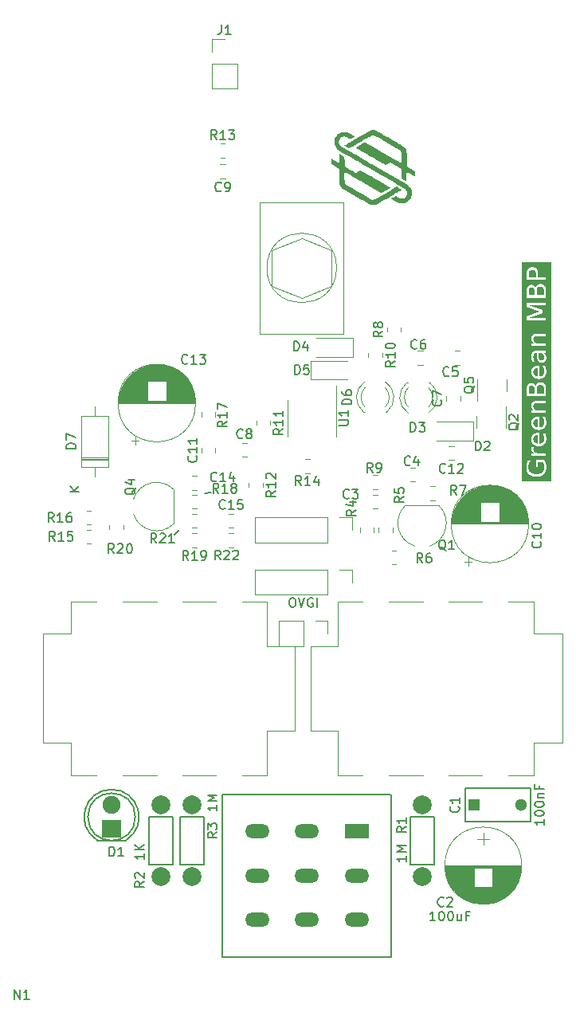
<source format=gbr>
%TF.GenerationSoftware,KiCad,Pcbnew,7.0.5.1-1-g8f565ef7f0-dirty-deb11*%
%TF.CreationDate,2023-08-08T15:30:21+00:00*%
%TF.ProjectId,GreenBean,47726565-6e42-4656-916e-2e6b69636164,rev?*%
%TF.SameCoordinates,Original*%
%TF.FileFunction,Legend,Top*%
%TF.FilePolarity,Positive*%
%FSLAX46Y46*%
G04 Gerber Fmt 4.6, Leading zero omitted, Abs format (unit mm)*
G04 Created by KiCad (PCBNEW 7.0.5.1-1-g8f565ef7f0-dirty-deb11) date 2023-08-08 15:30:21*
%MOMM*%
%LPD*%
G01*
G04 APERTURE LIST*
%ADD10C,0.150000*%
%ADD11C,0.120000*%
%ADD12R,2.600000X1.500000*%
%ADD13O,2.600000X1.500000*%
%ADD14R,2.000000X1.900000*%
%ADD15C,1.900000*%
%ADD16C,1.998980*%
%ADD17R,1.300000X1.300000*%
%ADD18C,1.300000*%
G04 APERTURE END LIST*
D10*
X129210000Y-106300000D02*
X129710000Y-105800000D01*
X133110000Y-101800000D02*
X132410000Y-101900000D01*
G36*
X167796099Y-96615352D02*
G01*
X167768526Y-96612549D01*
X167741739Y-96608902D01*
X167715739Y-96604412D01*
X167690525Y-96599079D01*
X167666097Y-96592903D01*
X167642455Y-96585882D01*
X167619599Y-96578019D01*
X167597529Y-96569312D01*
X167576246Y-96559762D01*
X167555748Y-96549368D01*
X167536037Y-96538131D01*
X167517112Y-96526051D01*
X167498973Y-96513127D01*
X167481621Y-96499359D01*
X167465054Y-96484749D01*
X167449274Y-96469295D01*
X167434308Y-96453030D01*
X167420308Y-96436108D01*
X167407274Y-96418530D01*
X167395204Y-96400296D01*
X167384101Y-96381405D01*
X167373963Y-96361858D01*
X167364791Y-96341655D01*
X167356584Y-96320795D01*
X167349342Y-96299279D01*
X167343066Y-96277106D01*
X167337756Y-96254277D01*
X167333411Y-96230792D01*
X167330032Y-96206650D01*
X167327618Y-96181851D01*
X167326170Y-96156397D01*
X167325687Y-96130286D01*
X167326185Y-96107247D01*
X167327679Y-96084780D01*
X167330169Y-96062886D01*
X167333655Y-96041564D01*
X167338138Y-96020815D01*
X167343616Y-96000638D01*
X167350090Y-95981034D01*
X167357561Y-95962002D01*
X167366027Y-95943543D01*
X167375490Y-95925656D01*
X167385948Y-95908341D01*
X167397403Y-95891599D01*
X167409853Y-95875430D01*
X167423300Y-95859832D01*
X167437743Y-95844808D01*
X167453182Y-95830355D01*
X167469456Y-95816621D01*
X167486406Y-95803748D01*
X167504032Y-95791738D01*
X167522333Y-95780591D01*
X167541309Y-95770306D01*
X167560961Y-95760884D01*
X167581289Y-95752324D01*
X167602292Y-95744626D01*
X167623970Y-95737791D01*
X167646324Y-95731819D01*
X167669354Y-95726709D01*
X167693059Y-95722461D01*
X167717439Y-95719076D01*
X167742495Y-95716553D01*
X167768226Y-95714893D01*
X167794633Y-95714096D01*
X167796099Y-96615352D01*
G37*
G36*
X167796099Y-94893928D02*
G01*
X167768526Y-94891125D01*
X167741739Y-94887479D01*
X167715739Y-94882989D01*
X167690525Y-94877656D01*
X167666097Y-94871479D01*
X167642455Y-94864459D01*
X167619599Y-94856595D01*
X167597529Y-94847889D01*
X167576246Y-94838338D01*
X167555748Y-94827945D01*
X167536037Y-94816708D01*
X167517112Y-94804627D01*
X167498973Y-94791703D01*
X167481621Y-94777936D01*
X167465054Y-94763325D01*
X167449274Y-94747871D01*
X167434308Y-94731606D01*
X167420308Y-94714685D01*
X167407274Y-94697107D01*
X167395204Y-94678872D01*
X167384101Y-94659982D01*
X167373963Y-94640435D01*
X167364791Y-94620231D01*
X167356584Y-94599371D01*
X167349342Y-94577855D01*
X167343066Y-94555683D01*
X167337756Y-94532853D01*
X167333411Y-94509368D01*
X167330032Y-94485226D01*
X167327618Y-94460428D01*
X167326170Y-94434973D01*
X167325687Y-94408862D01*
X167326185Y-94385823D01*
X167327679Y-94363357D01*
X167330169Y-94341462D01*
X167333655Y-94320141D01*
X167338138Y-94299392D01*
X167343616Y-94279215D01*
X167350090Y-94259611D01*
X167357561Y-94240579D01*
X167366027Y-94222119D01*
X167375490Y-94204232D01*
X167385948Y-94186918D01*
X167397403Y-94170176D01*
X167409853Y-94154006D01*
X167423300Y-94138409D01*
X167437743Y-94123384D01*
X167453182Y-94108932D01*
X167469456Y-94095197D01*
X167486406Y-94082325D01*
X167504032Y-94070315D01*
X167522333Y-94059167D01*
X167541309Y-94048882D01*
X167560961Y-94039460D01*
X167581289Y-94030900D01*
X167602292Y-94023203D01*
X167623970Y-94016368D01*
X167646324Y-94010395D01*
X167669354Y-94005285D01*
X167693059Y-94001038D01*
X167717439Y-93997652D01*
X167742495Y-93995130D01*
X167768226Y-93993470D01*
X167794633Y-93992672D01*
X167796099Y-94893928D01*
G37*
G36*
X167157575Y-90459356D02*
G01*
X167185588Y-90461400D01*
X167212175Y-90465195D01*
X167237337Y-90470742D01*
X167261073Y-90478041D01*
X167283384Y-90487091D01*
X167304270Y-90497893D01*
X167323730Y-90510447D01*
X167341765Y-90524752D01*
X167358374Y-90540809D01*
X167373558Y-90558618D01*
X167378307Y-90564947D01*
X167391648Y-90585149D01*
X167403632Y-90607171D01*
X167414259Y-90631013D01*
X167423530Y-90656676D01*
X167431444Y-90684159D01*
X167435966Y-90703492D01*
X167439886Y-90723634D01*
X167443202Y-90744586D01*
X167445915Y-90766346D01*
X167448026Y-90788916D01*
X167449533Y-90812295D01*
X167450438Y-90836482D01*
X167450739Y-90861479D01*
X167450739Y-91272295D01*
X166825478Y-91272295D01*
X166825478Y-90861479D01*
X166825554Y-90848879D01*
X166826164Y-90824287D01*
X166827386Y-90800504D01*
X166829217Y-90777530D01*
X166831660Y-90755365D01*
X166834713Y-90734009D01*
X166838377Y-90713462D01*
X166842651Y-90693724D01*
X166847536Y-90674795D01*
X166856008Y-90647919D01*
X166865854Y-90622863D01*
X166877074Y-90599628D01*
X166889668Y-90578213D01*
X166903635Y-90558618D01*
X166913653Y-90546551D01*
X166929839Y-90529910D01*
X166947416Y-90515020D01*
X166966384Y-90501883D01*
X166986743Y-90490497D01*
X167008493Y-90480863D01*
X167031634Y-90472980D01*
X167056166Y-90466849D01*
X167082089Y-90462470D01*
X167109403Y-90459843D01*
X167138108Y-90458967D01*
X167157575Y-90459356D01*
G37*
G36*
X168072177Y-90387265D02*
G01*
X168096174Y-90388108D01*
X168119377Y-90389795D01*
X168141786Y-90392325D01*
X168163402Y-90395699D01*
X168184223Y-90399916D01*
X168204251Y-90404976D01*
X168223485Y-90410880D01*
X168241926Y-90417627D01*
X168268098Y-90429329D01*
X168292484Y-90442929D01*
X168315084Y-90458427D01*
X168335898Y-90475822D01*
X168354926Y-90495115D01*
X168366579Y-90509061D01*
X168382649Y-90531677D01*
X168397028Y-90556328D01*
X168405673Y-90573893D01*
X168413567Y-90592361D01*
X168420710Y-90611735D01*
X168427100Y-90632013D01*
X168432739Y-90653195D01*
X168437625Y-90675282D01*
X168441760Y-90698273D01*
X168445143Y-90722169D01*
X168447775Y-90746969D01*
X168449654Y-90772674D01*
X168450782Y-90799283D01*
X168451158Y-90826796D01*
X168451158Y-91272295D01*
X167669581Y-91272295D01*
X167669581Y-90826796D01*
X167669674Y-90812927D01*
X167670418Y-90785865D01*
X167671906Y-90759708D01*
X167674139Y-90734456D01*
X167677116Y-90710108D01*
X167680836Y-90686664D01*
X167685302Y-90664125D01*
X167690511Y-90642491D01*
X167696464Y-90621761D01*
X167703162Y-90601935D01*
X167710604Y-90583014D01*
X167718790Y-90564997D01*
X167732464Y-90539668D01*
X167747812Y-90516374D01*
X167764836Y-90495115D01*
X167770861Y-90488473D01*
X167790176Y-90469813D01*
X167811345Y-90453050D01*
X167834368Y-90438185D01*
X167859247Y-90425218D01*
X167885980Y-90414148D01*
X167904832Y-90407823D01*
X167924509Y-90402341D01*
X167945010Y-90397702D01*
X167966336Y-90393907D01*
X167988486Y-90390955D01*
X168011460Y-90388846D01*
X168035258Y-90387581D01*
X168059881Y-90387159D01*
X168072177Y-90387265D01*
G37*
G36*
X167796099Y-89477599D02*
G01*
X167768526Y-89474796D01*
X167741739Y-89471149D01*
X167715739Y-89466660D01*
X167690525Y-89461326D01*
X167666097Y-89455150D01*
X167642455Y-89448130D01*
X167619599Y-89440266D01*
X167597529Y-89431559D01*
X167576246Y-89422009D01*
X167555748Y-89411615D01*
X167536037Y-89400378D01*
X167517112Y-89388298D01*
X167498973Y-89375374D01*
X167481621Y-89361606D01*
X167465054Y-89346996D01*
X167449274Y-89331542D01*
X167434308Y-89315277D01*
X167420308Y-89298355D01*
X167407274Y-89280777D01*
X167395204Y-89262543D01*
X167384101Y-89243652D01*
X167373963Y-89224105D01*
X167364791Y-89203902D01*
X167356584Y-89183042D01*
X167349342Y-89161526D01*
X167343066Y-89139353D01*
X167337756Y-89116524D01*
X167333411Y-89093039D01*
X167330032Y-89068897D01*
X167327618Y-89044098D01*
X167326170Y-89018644D01*
X167325687Y-88992533D01*
X167326185Y-88969494D01*
X167327679Y-88947027D01*
X167330169Y-88925133D01*
X167333655Y-88903811D01*
X167338138Y-88883062D01*
X167343616Y-88862885D01*
X167350090Y-88843281D01*
X167357561Y-88824249D01*
X167366027Y-88805790D01*
X167375490Y-88787903D01*
X167385948Y-88770588D01*
X167397403Y-88753846D01*
X167409853Y-88737677D01*
X167423300Y-88722079D01*
X167437743Y-88707055D01*
X167453182Y-88692602D01*
X167469456Y-88678868D01*
X167486406Y-88665995D01*
X167504032Y-88653985D01*
X167522333Y-88642838D01*
X167541309Y-88632553D01*
X167560961Y-88623131D01*
X167581289Y-88614571D01*
X167602292Y-88606873D01*
X167623970Y-88600038D01*
X167646324Y-88594066D01*
X167669354Y-88588956D01*
X167693059Y-88584708D01*
X167717439Y-88581323D01*
X167742495Y-88578801D01*
X167768226Y-88577140D01*
X167794633Y-88576343D01*
X167796099Y-89477599D01*
G37*
G36*
X167974260Y-86968256D02*
G01*
X168003652Y-86969744D01*
X168032283Y-86972225D01*
X168060156Y-86975697D01*
X168087269Y-86980162D01*
X168113622Y-86985620D01*
X168139216Y-86992069D01*
X168164050Y-86999511D01*
X168188126Y-87007945D01*
X168211441Y-87017371D01*
X168233997Y-87027790D01*
X168255794Y-87039200D01*
X168276831Y-87051603D01*
X168297109Y-87064999D01*
X168316628Y-87079386D01*
X168335387Y-87094766D01*
X168353192Y-87110968D01*
X168369848Y-87127822D01*
X168385355Y-87145330D01*
X168399714Y-87163490D01*
X168412924Y-87182302D01*
X168424986Y-87201767D01*
X168435898Y-87221885D01*
X168445662Y-87242655D01*
X168454278Y-87264078D01*
X168461744Y-87286153D01*
X168468062Y-87308881D01*
X168473231Y-87332261D01*
X168477252Y-87356294D01*
X168480124Y-87380980D01*
X168481847Y-87406318D01*
X168482421Y-87432309D01*
X168482118Y-87451112D01*
X168480525Y-87478386D01*
X168477567Y-87504544D01*
X168473243Y-87529586D01*
X168467555Y-87553511D01*
X168460501Y-87576320D01*
X168452081Y-87598013D01*
X168442297Y-87618589D01*
X168431147Y-87638050D01*
X168418632Y-87656394D01*
X168404752Y-87673621D01*
X168394768Y-87684328D01*
X168378992Y-87699093D01*
X168362254Y-87712303D01*
X168344554Y-87723960D01*
X168325892Y-87734062D01*
X168306268Y-87742610D01*
X168285683Y-87749604D01*
X168264137Y-87755043D01*
X168241628Y-87758929D01*
X168218158Y-87761260D01*
X168193726Y-87762037D01*
X168173227Y-87761575D01*
X168143916Y-87759151D01*
X168116331Y-87754649D01*
X168090473Y-87748069D01*
X168066340Y-87739410D01*
X168043933Y-87728674D01*
X168023252Y-87715860D01*
X168004297Y-87700968D01*
X167987068Y-87683998D01*
X167971565Y-87664950D01*
X167957787Y-87643824D01*
X167953520Y-87636252D01*
X167941530Y-87611332D01*
X167934214Y-87592882D01*
X167927440Y-87572963D01*
X167921208Y-87551574D01*
X167915518Y-87528717D01*
X167910370Y-87504390D01*
X167905764Y-87478593D01*
X167901699Y-87451328D01*
X167898177Y-87422593D01*
X167895196Y-87392389D01*
X167892758Y-87360716D01*
X167890861Y-87327573D01*
X167889506Y-87292961D01*
X167888693Y-87256880D01*
X167888422Y-87219330D01*
X167888422Y-86967759D01*
X167944110Y-86967759D01*
X167974260Y-86968256D01*
G37*
G36*
X167157575Y-80023348D02*
G01*
X167185588Y-80025391D01*
X167212175Y-80029187D01*
X167237337Y-80034734D01*
X167261073Y-80042032D01*
X167283384Y-80051083D01*
X167304270Y-80061885D01*
X167323730Y-80074438D01*
X167341765Y-80088744D01*
X167358374Y-80104801D01*
X167373558Y-80122609D01*
X167378307Y-80128939D01*
X167391648Y-80149140D01*
X167403632Y-80171162D01*
X167414259Y-80195005D01*
X167423530Y-80220667D01*
X167431444Y-80248150D01*
X167435966Y-80267484D01*
X167439886Y-80287626D01*
X167443202Y-80308577D01*
X167445915Y-80330338D01*
X167448026Y-80352908D01*
X167449533Y-80376286D01*
X167450438Y-80400474D01*
X167450739Y-80425471D01*
X167450739Y-80836287D01*
X166825478Y-80836287D01*
X166825478Y-80425471D01*
X166825554Y-80412871D01*
X166826164Y-80388279D01*
X166827386Y-80364496D01*
X166829217Y-80341522D01*
X166831660Y-80319357D01*
X166834713Y-80298001D01*
X166838377Y-80277454D01*
X166842651Y-80257716D01*
X166847536Y-80238787D01*
X166856008Y-80211911D01*
X166865854Y-80186855D01*
X166877074Y-80163619D01*
X166889668Y-80142204D01*
X166903635Y-80122609D01*
X166913653Y-80110542D01*
X166929839Y-80093901D01*
X166947416Y-80079012D01*
X166966384Y-80065874D01*
X166986743Y-80054489D01*
X167008493Y-80044854D01*
X167031634Y-80036972D01*
X167056166Y-80030841D01*
X167082089Y-80026462D01*
X167109403Y-80023834D01*
X167138108Y-80022958D01*
X167157575Y-80023348D01*
G37*
G36*
X168072177Y-79951256D02*
G01*
X168096174Y-79952100D01*
X168119377Y-79953787D01*
X168141786Y-79956317D01*
X168163402Y-79959690D01*
X168184223Y-79963907D01*
X168204251Y-79968968D01*
X168223485Y-79974872D01*
X168241926Y-79981619D01*
X168268098Y-79993321D01*
X168292484Y-80006921D01*
X168315084Y-80022418D01*
X168335898Y-80039813D01*
X168354926Y-80059106D01*
X168366579Y-80073053D01*
X168382649Y-80095669D01*
X168397028Y-80120320D01*
X168405673Y-80137884D01*
X168413567Y-80156353D01*
X168420710Y-80175727D01*
X168427100Y-80196004D01*
X168432739Y-80217187D01*
X168437625Y-80239274D01*
X168441760Y-80262265D01*
X168445143Y-80286161D01*
X168447775Y-80310961D01*
X168449654Y-80336665D01*
X168450782Y-80363274D01*
X168451158Y-80390788D01*
X168451158Y-80836287D01*
X167669581Y-80836287D01*
X167669581Y-80390788D01*
X167669674Y-80376918D01*
X167670418Y-80349857D01*
X167671906Y-80323700D01*
X167674139Y-80298448D01*
X167677116Y-80274100D01*
X167680836Y-80250656D01*
X167685302Y-80228117D01*
X167690511Y-80206482D01*
X167696464Y-80185752D01*
X167703162Y-80165927D01*
X167710604Y-80147006D01*
X167718790Y-80128989D01*
X167732464Y-80103660D01*
X167747812Y-80080365D01*
X167764836Y-80059106D01*
X167770861Y-80052464D01*
X167790176Y-80033804D01*
X167811345Y-80017042D01*
X167834368Y-80002177D01*
X167859247Y-79989209D01*
X167885980Y-79978140D01*
X167904832Y-79971814D01*
X167924509Y-79966332D01*
X167945010Y-79961693D01*
X167966336Y-79957898D01*
X167988486Y-79954946D01*
X168011460Y-79952838D01*
X168035258Y-79951573D01*
X168059881Y-79951151D01*
X168072177Y-79951256D01*
G37*
G36*
X167238948Y-78161265D02*
G01*
X167261443Y-78162507D01*
X167283263Y-78164577D01*
X167304407Y-78167476D01*
X167324876Y-78171203D01*
X167344669Y-78175757D01*
X167363787Y-78181140D01*
X167391197Y-78190767D01*
X167417087Y-78202258D01*
X167441458Y-78215611D01*
X167464308Y-78230828D01*
X167485639Y-78247909D01*
X167505450Y-78266852D01*
X167517753Y-78280387D01*
X167534721Y-78301984D01*
X167549902Y-78325135D01*
X167563297Y-78349840D01*
X167574906Y-78376099D01*
X167581653Y-78394469D01*
X167587607Y-78413530D01*
X167592766Y-78433281D01*
X167597132Y-78453723D01*
X167600704Y-78474856D01*
X167603483Y-78496679D01*
X167605467Y-78519193D01*
X167606658Y-78542398D01*
X167607055Y-78566294D01*
X167607055Y-78915561D01*
X166825478Y-78915561D01*
X166825478Y-78566294D01*
X166825577Y-78554260D01*
X166826371Y-78530709D01*
X166827958Y-78507850D01*
X166830339Y-78485681D01*
X166833515Y-78464203D01*
X166837484Y-78443416D01*
X166842246Y-78423319D01*
X166847803Y-78403913D01*
X166854153Y-78385198D01*
X166865167Y-78358420D01*
X166877967Y-78333197D01*
X166892553Y-78309528D01*
X166908925Y-78287413D01*
X166927083Y-78266852D01*
X166946885Y-78247909D01*
X166968190Y-78230828D01*
X166990997Y-78215611D01*
X167015308Y-78202258D01*
X167041121Y-78190767D01*
X167068436Y-78181140D01*
X167087481Y-78175757D01*
X167107194Y-78171203D01*
X167127575Y-78167476D01*
X167148624Y-78164577D01*
X167170341Y-78162507D01*
X167192725Y-78161265D01*
X167215778Y-78160851D01*
X167238948Y-78161265D01*
G37*
G36*
X169211977Y-100652934D02*
G01*
X166064659Y-100652934D01*
X166064659Y-99118841D01*
X166575373Y-99118841D01*
X166575647Y-99148679D01*
X166576470Y-99178108D01*
X166577842Y-99207129D01*
X166579762Y-99235742D01*
X166582230Y-99263946D01*
X166585248Y-99291742D01*
X166588813Y-99319130D01*
X166592928Y-99346109D01*
X166597591Y-99372680D01*
X166602802Y-99398843D01*
X166608563Y-99424597D01*
X166614871Y-99449943D01*
X166621729Y-99474880D01*
X166629135Y-99499410D01*
X166637089Y-99523530D01*
X166645593Y-99547243D01*
X166654644Y-99570547D01*
X166664245Y-99593443D01*
X166674394Y-99615931D01*
X166685091Y-99638010D01*
X166696337Y-99659681D01*
X166708132Y-99680943D01*
X166720476Y-99701797D01*
X166733367Y-99722243D01*
X166746808Y-99742280D01*
X166760797Y-99761910D01*
X166775335Y-99781130D01*
X166790421Y-99799943D01*
X166806056Y-99818347D01*
X166822239Y-99836343D01*
X166838971Y-99853930D01*
X166856252Y-99871109D01*
X166873993Y-99887789D01*
X166892167Y-99903939D01*
X166910775Y-99919559D01*
X166929815Y-99934650D01*
X166949289Y-99949212D01*
X166969195Y-99963244D01*
X166989535Y-99976746D01*
X167010308Y-99989719D01*
X167031514Y-100002163D01*
X167053154Y-100014077D01*
X167075226Y-100025461D01*
X167097732Y-100036316D01*
X167120671Y-100046642D01*
X167144043Y-100056438D01*
X167167848Y-100065704D01*
X167192086Y-100074441D01*
X167216757Y-100082649D01*
X167241862Y-100090327D01*
X167267400Y-100097475D01*
X167293370Y-100104094D01*
X167319774Y-100110183D01*
X167346612Y-100115743D01*
X167373882Y-100120773D01*
X167401585Y-100125274D01*
X167429722Y-100129246D01*
X167458292Y-100132687D01*
X167487295Y-100135600D01*
X167516731Y-100137983D01*
X167546600Y-100139836D01*
X167576902Y-100141160D01*
X167607638Y-100141954D01*
X167638806Y-100142219D01*
X167669915Y-100141954D01*
X167700594Y-100141160D01*
X167730842Y-100139836D01*
X167760660Y-100137983D01*
X167790048Y-100135600D01*
X167819006Y-100132687D01*
X167847533Y-100129246D01*
X167875630Y-100125274D01*
X167903297Y-100120773D01*
X167930533Y-100115743D01*
X167957339Y-100110183D01*
X167983715Y-100104094D01*
X168009661Y-100097475D01*
X168035176Y-100090327D01*
X168060261Y-100082649D01*
X168084916Y-100074441D01*
X168109140Y-100065704D01*
X168132934Y-100056438D01*
X168156298Y-100046642D01*
X168179232Y-100036316D01*
X168201735Y-100025461D01*
X168223808Y-100014077D01*
X168245451Y-100002163D01*
X168266663Y-99989719D01*
X168287445Y-99976746D01*
X168307797Y-99963244D01*
X168327718Y-99949212D01*
X168347210Y-99934650D01*
X168366271Y-99919559D01*
X168384901Y-99903939D01*
X168403102Y-99887789D01*
X168420872Y-99871109D01*
X168438122Y-99853930D01*
X168454825Y-99836341D01*
X168470981Y-99818343D01*
X168486588Y-99799935D01*
X168501648Y-99781118D01*
X168516161Y-99761892D01*
X168530126Y-99742257D01*
X168543543Y-99722213D01*
X168556412Y-99701759D01*
X168568734Y-99680895D01*
X168580508Y-99659623D01*
X168591735Y-99637941D01*
X168602414Y-99615850D01*
X168612545Y-99593350D01*
X168622129Y-99570440D01*
X168631165Y-99547121D01*
X168639653Y-99523393D01*
X168647594Y-99499255D01*
X168654987Y-99474708D01*
X168661833Y-99449752D01*
X168668130Y-99424387D01*
X168673881Y-99398612D01*
X168679083Y-99372428D01*
X168683738Y-99345834D01*
X168687845Y-99318832D01*
X168691405Y-99291420D01*
X168694417Y-99263598D01*
X168696881Y-99235368D01*
X168698798Y-99206728D01*
X168700167Y-99177679D01*
X168700989Y-99148220D01*
X168701263Y-99118353D01*
X168701043Y-99090978D01*
X168700385Y-99063810D01*
X168699288Y-99036848D01*
X168697752Y-99010092D01*
X168695777Y-98983542D01*
X168693363Y-98957198D01*
X168690510Y-98931060D01*
X168687219Y-98905129D01*
X168683488Y-98879403D01*
X168679319Y-98853883D01*
X168674711Y-98828570D01*
X168669664Y-98803463D01*
X168664178Y-98778561D01*
X168658253Y-98753866D01*
X168651889Y-98729377D01*
X168645087Y-98705094D01*
X168637857Y-98680982D01*
X168630211Y-98657131D01*
X168622149Y-98633538D01*
X168613671Y-98610205D01*
X168604777Y-98587132D01*
X168595467Y-98564318D01*
X168585741Y-98541764D01*
X168575600Y-98519469D01*
X168565042Y-98497434D01*
X168554068Y-98475658D01*
X168542678Y-98454142D01*
X168530873Y-98432885D01*
X168518651Y-98411888D01*
X168506013Y-98391150D01*
X168492960Y-98370672D01*
X168479490Y-98350453D01*
X167607055Y-98350453D01*
X167607055Y-99078785D01*
X167825896Y-99078785D01*
X167825896Y-98625471D01*
X168377885Y-98625471D01*
X168384491Y-98637043D01*
X168393985Y-98654753D01*
X168402981Y-98672884D01*
X168411479Y-98691436D01*
X168419479Y-98710408D01*
X168426981Y-98729801D01*
X168433985Y-98749615D01*
X168440490Y-98769849D01*
X168446498Y-98790504D01*
X168452008Y-98811580D01*
X168457020Y-98833077D01*
X168460096Y-98847611D01*
X168464337Y-98869878D01*
X168468133Y-98892703D01*
X168471482Y-98916086D01*
X168474384Y-98940027D01*
X168476840Y-98964526D01*
X168478849Y-98989583D01*
X168480412Y-99015199D01*
X168481528Y-99041372D01*
X168482198Y-99068104D01*
X168482421Y-99095394D01*
X168482214Y-99118719D01*
X168481593Y-99141680D01*
X168480558Y-99164275D01*
X168479108Y-99186504D01*
X168477245Y-99208368D01*
X168474968Y-99229867D01*
X168472276Y-99251000D01*
X168469171Y-99271768D01*
X168465651Y-99292170D01*
X168461718Y-99312207D01*
X168457370Y-99331879D01*
X168452608Y-99351185D01*
X168441842Y-99388701D01*
X168429420Y-99424755D01*
X168415342Y-99459348D01*
X168399607Y-99492479D01*
X168382217Y-99524149D01*
X168363169Y-99554357D01*
X168342466Y-99583103D01*
X168320106Y-99610387D01*
X168296090Y-99636210D01*
X168270418Y-99660572D01*
X168243050Y-99683405D01*
X168214067Y-99704764D01*
X168183470Y-99724651D01*
X168151258Y-99743065D01*
X168117432Y-99760005D01*
X168081992Y-99775473D01*
X168063667Y-99782654D01*
X168044938Y-99789467D01*
X168025806Y-99795912D01*
X168006270Y-99801988D01*
X167986330Y-99807697D01*
X167965987Y-99813037D01*
X167945240Y-99818008D01*
X167924089Y-99822612D01*
X167902536Y-99826847D01*
X167880578Y-99830714D01*
X167858217Y-99834212D01*
X167835452Y-99837342D01*
X167812284Y-99840105D01*
X167788712Y-99842498D01*
X167764737Y-99844524D01*
X167740358Y-99846181D01*
X167715575Y-99847470D01*
X167690389Y-99848391D01*
X167664799Y-99848943D01*
X167638806Y-99849127D01*
X167612753Y-99848943D01*
X167587107Y-99848391D01*
X167561867Y-99847470D01*
X167537033Y-99846181D01*
X167512606Y-99844524D01*
X167488585Y-99842498D01*
X167464971Y-99840105D01*
X167441763Y-99837342D01*
X167418962Y-99834212D01*
X167396567Y-99830714D01*
X167374578Y-99826847D01*
X167352996Y-99822612D01*
X167331821Y-99818008D01*
X167311051Y-99813037D01*
X167290689Y-99807697D01*
X167270732Y-99801988D01*
X167251182Y-99795912D01*
X167232039Y-99789467D01*
X167213302Y-99782654D01*
X167194971Y-99775473D01*
X167159529Y-99760005D01*
X167125713Y-99743065D01*
X167093523Y-99724651D01*
X167062958Y-99704764D01*
X167034019Y-99683405D01*
X167006706Y-99660572D01*
X166993633Y-99648573D01*
X166968731Y-99623477D01*
X166945490Y-99596916D01*
X166923909Y-99568889D01*
X166903988Y-99539397D01*
X166885727Y-99508439D01*
X166869126Y-99476016D01*
X166854185Y-99442127D01*
X166840904Y-99406773D01*
X166829284Y-99369953D01*
X166824096Y-99350994D01*
X166819323Y-99331668D01*
X166814966Y-99311976D01*
X166811023Y-99291918D01*
X166807495Y-99271493D01*
X166804382Y-99250702D01*
X166801685Y-99229544D01*
X166799402Y-99208020D01*
X166797535Y-99186130D01*
X166796082Y-99163873D01*
X166795044Y-99141250D01*
X166794422Y-99118261D01*
X166794214Y-99094905D01*
X166794461Y-99071101D01*
X166795199Y-99047438D01*
X166796430Y-99023916D01*
X166798153Y-99000536D01*
X166800368Y-98977297D01*
X166803076Y-98954199D01*
X166806276Y-98931242D01*
X166809968Y-98908426D01*
X166814153Y-98885751D01*
X166818830Y-98863218D01*
X166823999Y-98840826D01*
X166829660Y-98818575D01*
X166835814Y-98796465D01*
X166842460Y-98774497D01*
X166849598Y-98752670D01*
X166857229Y-98730983D01*
X166865287Y-98709442D01*
X166873830Y-98688050D01*
X166882857Y-98666807D01*
X166892370Y-98645712D01*
X166902366Y-98624766D01*
X166912848Y-98603970D01*
X166923814Y-98583321D01*
X166935265Y-98562822D01*
X166947200Y-98542472D01*
X166959620Y-98522270D01*
X166972525Y-98502218D01*
X166985915Y-98482314D01*
X166999789Y-98462559D01*
X167014147Y-98442952D01*
X167028991Y-98423495D01*
X167044319Y-98404187D01*
X166762951Y-98404187D01*
X166751586Y-98423348D01*
X166740573Y-98442731D01*
X166729910Y-98462335D01*
X166719598Y-98482161D01*
X166709638Y-98502208D01*
X166700028Y-98522476D01*
X166690770Y-98542966D01*
X166681863Y-98563677D01*
X166673307Y-98584609D01*
X166665102Y-98605763D01*
X166657248Y-98627138D01*
X166649745Y-98648735D01*
X166642593Y-98670552D01*
X166635792Y-98692592D01*
X166629343Y-98714852D01*
X166623244Y-98737334D01*
X166617447Y-98760004D01*
X166612025Y-98782832D01*
X166606976Y-98805815D01*
X166602301Y-98828955D01*
X166598000Y-98852252D01*
X166594073Y-98875705D01*
X166590520Y-98899314D01*
X166587341Y-98923080D01*
X166584536Y-98947003D01*
X166582105Y-98971082D01*
X166580048Y-98995317D01*
X166578365Y-99019709D01*
X166577056Y-99044257D01*
X166576121Y-99068962D01*
X166575560Y-99093823D01*
X166575373Y-99118841D01*
X166064659Y-99118841D01*
X166064659Y-97103349D01*
X167106845Y-97103349D01*
X167106913Y-97114744D01*
X167107455Y-97137211D01*
X167108539Y-97159246D01*
X167110165Y-97180850D01*
X167112332Y-97202023D01*
X167115042Y-97222764D01*
X167118293Y-97243075D01*
X167122087Y-97262954D01*
X167126422Y-97282402D01*
X167133941Y-97310765D01*
X167142679Y-97338158D01*
X167152637Y-97364580D01*
X167163814Y-97390032D01*
X167176210Y-97414515D01*
X167185167Y-97430264D01*
X167199676Y-97453188D01*
X167215472Y-97475270D01*
X167232557Y-97496510D01*
X167250929Y-97516910D01*
X167270590Y-97536467D01*
X167291539Y-97555183D01*
X167313775Y-97573058D01*
X167337300Y-97590091D01*
X167353698Y-97600979D01*
X167370670Y-97611493D01*
X167388213Y-97621632D01*
X167138108Y-97621632D01*
X167138108Y-97875645D01*
X168670000Y-97875645D01*
X168670000Y-97621632D01*
X167870348Y-97621632D01*
X167837916Y-97621184D01*
X167806441Y-97619839D01*
X167775924Y-97617597D01*
X167746365Y-97614458D01*
X167717763Y-97610422D01*
X167690120Y-97605490D01*
X167663435Y-97599660D01*
X167637707Y-97592934D01*
X167612937Y-97585311D01*
X167589126Y-97576791D01*
X167566272Y-97567374D01*
X167544376Y-97557061D01*
X167523438Y-97545850D01*
X167503457Y-97533743D01*
X167484435Y-97520739D01*
X167466371Y-97506838D01*
X167449335Y-97492100D01*
X167433398Y-97476583D01*
X167418560Y-97460287D01*
X167404822Y-97443213D01*
X167392182Y-97425360D01*
X167380642Y-97406729D01*
X167370200Y-97387320D01*
X167360858Y-97367131D01*
X167352615Y-97346165D01*
X167345471Y-97324419D01*
X167339426Y-97301896D01*
X167334480Y-97278593D01*
X167330633Y-97254513D01*
X167327885Y-97229653D01*
X167326236Y-97204015D01*
X167325687Y-97177599D01*
X167325695Y-97173853D01*
X167326061Y-97151780D01*
X167326977Y-97130393D01*
X167328442Y-97109694D01*
X167330457Y-97089681D01*
X167333503Y-97067201D01*
X167335472Y-97054745D01*
X167339579Y-97033534D01*
X167344528Y-97013071D01*
X167350318Y-96993356D01*
X167356950Y-96974389D01*
X167106845Y-96975854D01*
X167106845Y-96985395D01*
X167106845Y-97006080D01*
X167106845Y-97025684D01*
X167106845Y-97046196D01*
X167106845Y-97063357D01*
X167106845Y-97083176D01*
X167106845Y-97103349D01*
X166064659Y-97103349D01*
X166064659Y-96133217D01*
X167106845Y-96133217D01*
X167107059Y-96154724D01*
X167107700Y-96175953D01*
X167108769Y-96196905D01*
X167110265Y-96217580D01*
X167112188Y-96237976D01*
X167114539Y-96258095D01*
X167117317Y-96277937D01*
X167120523Y-96297500D01*
X167128217Y-96335795D01*
X167137620Y-96372979D01*
X167148733Y-96409053D01*
X167161556Y-96444016D01*
X167176088Y-96477868D01*
X167192330Y-96510610D01*
X167210282Y-96542241D01*
X167229944Y-96572762D01*
X167251315Y-96602172D01*
X167274396Y-96630472D01*
X167299187Y-96657661D01*
X167325687Y-96683740D01*
X167353645Y-96708407D01*
X167382809Y-96731482D01*
X167413179Y-96752966D01*
X167444755Y-96772858D01*
X167477537Y-96791159D01*
X167511525Y-96807869D01*
X167546719Y-96822987D01*
X167583119Y-96836514D01*
X167601771Y-96842680D01*
X167620725Y-96848449D01*
X167639980Y-96853820D01*
X167659536Y-96858793D01*
X167679394Y-96863369D01*
X167699554Y-96867546D01*
X167720015Y-96871326D01*
X167740778Y-96874707D01*
X167761842Y-96877691D01*
X167783207Y-96880277D01*
X167804874Y-96882465D01*
X167826843Y-96884256D01*
X167849113Y-96885648D01*
X167871684Y-96886643D01*
X167894557Y-96887240D01*
X167917732Y-96887438D01*
X167940117Y-96887229D01*
X167962212Y-96886599D01*
X167984016Y-96885549D01*
X168005529Y-96884080D01*
X168026751Y-96882191D01*
X168047682Y-96879882D01*
X168068322Y-96877154D01*
X168088671Y-96874005D01*
X168108729Y-96870437D01*
X168128496Y-96866449D01*
X168147972Y-96862041D01*
X168167157Y-96857213D01*
X168204654Y-96846299D01*
X168240987Y-96833705D01*
X168276156Y-96819432D01*
X168310161Y-96803480D01*
X168343002Y-96785849D01*
X168374679Y-96766538D01*
X168405193Y-96745549D01*
X168434542Y-96722880D01*
X168462727Y-96698532D01*
X168489748Y-96672505D01*
X168502761Y-96658922D01*
X168527548Y-96630857D01*
X168550683Y-96601593D01*
X168572164Y-96571132D01*
X168591994Y-96539472D01*
X168610171Y-96506613D01*
X168626696Y-96472557D01*
X168641568Y-96437302D01*
X168654787Y-96400848D01*
X168660777Y-96382172D01*
X168666354Y-96363197D01*
X168671518Y-96343922D01*
X168676269Y-96324347D01*
X168680607Y-96304473D01*
X168684531Y-96284299D01*
X168688043Y-96263825D01*
X168691141Y-96243052D01*
X168693827Y-96221980D01*
X168696099Y-96200608D01*
X168697958Y-96178936D01*
X168699404Y-96156964D01*
X168700436Y-96134693D01*
X168701056Y-96112123D01*
X168701263Y-96089253D01*
X168701139Y-96070891D01*
X168700487Y-96043412D01*
X168699278Y-96016010D01*
X168697511Y-95988686D01*
X168695185Y-95961439D01*
X168692301Y-95934270D01*
X168688860Y-95907177D01*
X168684860Y-95880162D01*
X168680302Y-95853225D01*
X168675185Y-95826364D01*
X168669511Y-95799581D01*
X168665368Y-95781719D01*
X168658732Y-95755033D01*
X168651590Y-95728476D01*
X168643940Y-95702047D01*
X168635785Y-95675748D01*
X168627122Y-95649577D01*
X168617953Y-95623535D01*
X168608277Y-95597622D01*
X168598095Y-95571838D01*
X168587406Y-95546182D01*
X168576210Y-95520655D01*
X168326106Y-95520655D01*
X168335723Y-95537516D01*
X168349576Y-95562835D01*
X168362742Y-95588189D01*
X168375221Y-95613577D01*
X168387014Y-95638999D01*
X168398119Y-95664455D01*
X168408538Y-95689946D01*
X168418269Y-95715472D01*
X168427314Y-95741031D01*
X168435671Y-95766625D01*
X168443342Y-95792254D01*
X168448074Y-95809326D01*
X168454600Y-95835070D01*
X168460439Y-95860977D01*
X168465591Y-95887048D01*
X168470056Y-95913282D01*
X168473834Y-95939678D01*
X168476926Y-95966238D01*
X168479330Y-95992962D01*
X168481047Y-96019848D01*
X168482078Y-96046897D01*
X168482421Y-96074110D01*
X168481921Y-96105123D01*
X168480421Y-96135270D01*
X168477922Y-96164550D01*
X168474422Y-96192964D01*
X168469923Y-96220512D01*
X168464423Y-96247194D01*
X168457924Y-96273009D01*
X168450425Y-96297958D01*
X168441926Y-96322041D01*
X168432428Y-96345257D01*
X168421929Y-96367608D01*
X168410430Y-96389091D01*
X168397932Y-96409709D01*
X168384434Y-96429460D01*
X168369936Y-96448345D01*
X168354438Y-96466364D01*
X168337986Y-96483465D01*
X168320625Y-96499596D01*
X168302357Y-96514758D01*
X168283180Y-96528951D01*
X168263095Y-96542174D01*
X168242101Y-96554429D01*
X168220200Y-96565713D01*
X168197390Y-96576029D01*
X168173671Y-96585375D01*
X168149045Y-96593752D01*
X168123510Y-96601159D01*
X168097067Y-96607597D01*
X168069715Y-96613066D01*
X168041456Y-96617565D01*
X168012288Y-96621095D01*
X167982212Y-96623656D01*
X167982212Y-95461549D01*
X167864975Y-95461549D01*
X167843228Y-95461725D01*
X167821767Y-95462255D01*
X167800592Y-95463137D01*
X167779704Y-95464373D01*
X167759102Y-95465961D01*
X167738785Y-95467903D01*
X167718756Y-95470197D01*
X167699012Y-95472845D01*
X167660384Y-95479199D01*
X167622900Y-95486965D01*
X167586561Y-95496143D01*
X167551367Y-95506734D01*
X167517318Y-95518736D01*
X167484414Y-95532150D01*
X167452655Y-95546976D01*
X167422041Y-95563215D01*
X167392571Y-95580865D01*
X167364247Y-95599928D01*
X167337067Y-95620402D01*
X167311032Y-95642288D01*
X167286307Y-95665387D01*
X167263176Y-95689496D01*
X167241641Y-95714617D01*
X167221700Y-95740749D01*
X167203356Y-95767892D01*
X167186606Y-95796047D01*
X167171451Y-95825213D01*
X167157892Y-95855390D01*
X167145928Y-95886579D01*
X167135559Y-95918779D01*
X167126785Y-95951990D01*
X167119607Y-95986213D01*
X167114024Y-96021447D01*
X167110036Y-96057692D01*
X167107643Y-96094949D01*
X167106906Y-96130286D01*
X167106845Y-96133217D01*
X166064659Y-96133217D01*
X166064659Y-94411793D01*
X167106845Y-94411793D01*
X167107059Y-94433300D01*
X167107700Y-94454530D01*
X167108769Y-94475482D01*
X167110265Y-94496156D01*
X167112188Y-94516553D01*
X167114539Y-94536672D01*
X167117317Y-94556513D01*
X167120523Y-94576077D01*
X167128217Y-94614371D01*
X167137620Y-94651555D01*
X167148733Y-94687629D01*
X167161556Y-94722592D01*
X167176088Y-94756444D01*
X167192330Y-94789186D01*
X167210282Y-94820818D01*
X167229944Y-94851338D01*
X167251315Y-94880749D01*
X167274396Y-94909048D01*
X167299187Y-94936238D01*
X167325687Y-94962316D01*
X167353645Y-94986983D01*
X167382809Y-95010058D01*
X167413179Y-95031542D01*
X167444755Y-95051434D01*
X167477537Y-95069735D01*
X167511525Y-95086445D01*
X167546719Y-95101563D01*
X167583119Y-95115090D01*
X167601771Y-95121257D01*
X167620725Y-95127026D01*
X167639980Y-95132397D01*
X167659536Y-95137370D01*
X167679394Y-95141945D01*
X167699554Y-95146122D01*
X167720015Y-95149902D01*
X167740778Y-95153284D01*
X167761842Y-95156268D01*
X167783207Y-95158854D01*
X167804874Y-95161042D01*
X167826843Y-95162832D01*
X167849113Y-95164225D01*
X167871684Y-95165219D01*
X167894557Y-95165816D01*
X167917732Y-95166015D01*
X167940117Y-95165805D01*
X167962212Y-95165175D01*
X167984016Y-95164126D01*
X168005529Y-95162657D01*
X168026751Y-95160767D01*
X168047682Y-95158459D01*
X168068322Y-95155730D01*
X168088671Y-95152581D01*
X168108729Y-95149013D01*
X168128496Y-95145025D01*
X168147972Y-95140617D01*
X168167157Y-95135790D01*
X168204654Y-95124875D01*
X168240987Y-95112281D01*
X168276156Y-95098008D01*
X168310161Y-95082056D01*
X168343002Y-95064425D01*
X168374679Y-95045115D01*
X168405193Y-95024125D01*
X168434542Y-95001456D01*
X168462727Y-94977108D01*
X168489748Y-94951081D01*
X168502761Y-94937498D01*
X168527548Y-94909433D01*
X168550683Y-94880170D01*
X168572164Y-94849708D01*
X168591994Y-94818048D01*
X168610171Y-94785190D01*
X168626696Y-94751133D01*
X168641568Y-94715878D01*
X168654787Y-94679425D01*
X168660777Y-94660749D01*
X168666354Y-94641773D01*
X168671518Y-94622498D01*
X168676269Y-94602923D01*
X168680607Y-94583049D01*
X168684531Y-94562875D01*
X168688043Y-94542402D01*
X168691141Y-94521629D01*
X168693827Y-94500556D01*
X168696099Y-94479184D01*
X168697958Y-94457512D01*
X168699404Y-94435541D01*
X168700436Y-94413270D01*
X168701056Y-94390699D01*
X168701263Y-94367829D01*
X168701139Y-94349467D01*
X168700487Y-94321988D01*
X168699278Y-94294587D01*
X168697511Y-94267263D01*
X168695185Y-94240016D01*
X168692301Y-94212846D01*
X168688860Y-94185754D01*
X168684860Y-94158739D01*
X168680302Y-94131801D01*
X168675185Y-94104940D01*
X168669511Y-94078157D01*
X168665368Y-94060295D01*
X168658732Y-94033609D01*
X168651590Y-94007052D01*
X168643940Y-93980624D01*
X168635785Y-93954324D01*
X168627122Y-93928153D01*
X168617953Y-93902112D01*
X168608277Y-93876198D01*
X168598095Y-93850414D01*
X168587406Y-93824759D01*
X168576210Y-93799232D01*
X168326106Y-93799232D01*
X168335723Y-93816092D01*
X168349576Y-93841411D01*
X168362742Y-93866765D01*
X168375221Y-93892153D01*
X168387014Y-93917575D01*
X168398119Y-93943032D01*
X168408538Y-93968523D01*
X168418269Y-93994048D01*
X168427314Y-94019608D01*
X168435671Y-94045202D01*
X168443342Y-94070830D01*
X168448074Y-94087902D01*
X168454600Y-94113646D01*
X168460439Y-94139554D01*
X168465591Y-94165624D01*
X168470056Y-94191858D01*
X168473834Y-94218255D01*
X168476926Y-94244815D01*
X168479330Y-94271538D01*
X168481047Y-94298424D01*
X168482078Y-94325474D01*
X168482421Y-94352686D01*
X168481921Y-94383699D01*
X168480421Y-94413846D01*
X168477922Y-94443127D01*
X168474422Y-94471541D01*
X168469923Y-94499089D01*
X168464423Y-94525770D01*
X168457924Y-94551586D01*
X168450425Y-94576535D01*
X168441926Y-94600617D01*
X168432428Y-94623834D01*
X168421929Y-94646184D01*
X168410430Y-94667668D01*
X168397932Y-94688285D01*
X168384434Y-94708037D01*
X168369936Y-94726922D01*
X168354438Y-94744940D01*
X168337986Y-94762041D01*
X168320625Y-94778172D01*
X168302357Y-94793335D01*
X168283180Y-94807527D01*
X168263095Y-94820751D01*
X168242101Y-94833005D01*
X168220200Y-94844290D01*
X168197390Y-94854605D01*
X168173671Y-94863951D01*
X168149045Y-94872328D01*
X168123510Y-94879736D01*
X168097067Y-94886174D01*
X168069715Y-94891642D01*
X168041456Y-94896142D01*
X168012288Y-94899672D01*
X167982212Y-94902233D01*
X167982212Y-93740125D01*
X167864975Y-93740125D01*
X167843228Y-93740302D01*
X167821767Y-93740831D01*
X167800592Y-93741714D01*
X167779704Y-93742949D01*
X167759102Y-93744538D01*
X167738785Y-93746479D01*
X167718756Y-93748774D01*
X167699012Y-93751421D01*
X167660384Y-93757775D01*
X167622900Y-93765542D01*
X167586561Y-93774720D01*
X167551367Y-93785310D01*
X167517318Y-93797312D01*
X167484414Y-93810727D01*
X167452655Y-93825553D01*
X167422041Y-93841791D01*
X167392571Y-93859442D01*
X167364247Y-93878504D01*
X167337067Y-93898978D01*
X167311032Y-93920865D01*
X167286307Y-93943963D01*
X167263176Y-93968072D01*
X167241641Y-93993193D01*
X167221700Y-94019325D01*
X167203356Y-94046469D01*
X167186606Y-94074623D01*
X167171451Y-94103789D01*
X167157892Y-94133967D01*
X167145928Y-94165155D01*
X167135559Y-94197355D01*
X167126785Y-94230567D01*
X167119607Y-94264789D01*
X167114024Y-94300023D01*
X167110036Y-94336268D01*
X167107643Y-94373525D01*
X167106906Y-94408862D01*
X167106845Y-94411793D01*
X166064659Y-94411793D01*
X166064659Y-92593161D01*
X167106845Y-92593161D01*
X167107120Y-92613103D01*
X167108563Y-92642465D01*
X167111242Y-92671166D01*
X167115157Y-92699206D01*
X167120309Y-92726584D01*
X167126698Y-92753301D01*
X167134323Y-92779358D01*
X167143184Y-92804753D01*
X167153282Y-92829487D01*
X167164616Y-92853559D01*
X167177187Y-92876971D01*
X167181623Y-92884603D01*
X167195765Y-92907127D01*
X167211161Y-92929093D01*
X167227810Y-92950501D01*
X167245714Y-92971351D01*
X167264870Y-92991643D01*
X167285281Y-93011376D01*
X167306945Y-93030552D01*
X167322084Y-93043025D01*
X167337781Y-93055251D01*
X167354034Y-93067228D01*
X167370845Y-93078958D01*
X167388213Y-93090439D01*
X167138108Y-93090439D01*
X167138108Y-93344452D01*
X168670000Y-93344452D01*
X168670000Y-93090439D01*
X167812219Y-93090439D01*
X167784440Y-93089977D01*
X167757401Y-93088592D01*
X167731103Y-93086283D01*
X167705546Y-93083051D01*
X167680728Y-93078895D01*
X167656651Y-93073815D01*
X167633315Y-93067812D01*
X167610718Y-93060886D01*
X167588862Y-93053036D01*
X167567747Y-93044262D01*
X167547372Y-93034565D01*
X167527737Y-93023944D01*
X167508842Y-93012400D01*
X167490688Y-92999932D01*
X167473274Y-92986541D01*
X167456601Y-92972226D01*
X167440748Y-92957111D01*
X167425918Y-92941321D01*
X167412111Y-92924856D01*
X167399326Y-92907715D01*
X167387564Y-92889899D01*
X167376825Y-92871407D01*
X167367109Y-92852239D01*
X167358415Y-92832397D01*
X167350745Y-92811878D01*
X167344097Y-92790684D01*
X167338471Y-92768815D01*
X167333869Y-92746270D01*
X167330289Y-92723050D01*
X167327732Y-92699154D01*
X167326198Y-92674583D01*
X167325687Y-92649337D01*
X167325793Y-92638765D01*
X167326644Y-92618123D01*
X167328346Y-92598148D01*
X167332495Y-92569439D01*
X167338559Y-92542232D01*
X167346537Y-92516528D01*
X167356430Y-92492326D01*
X167368239Y-92469627D01*
X167381961Y-92448431D01*
X167397599Y-92428738D01*
X167415152Y-92410547D01*
X167434619Y-92393859D01*
X167441535Y-92388599D01*
X167463570Y-92373823D01*
X167487536Y-92360549D01*
X167513435Y-92348779D01*
X167531774Y-92341766D01*
X167550972Y-92335422D01*
X167571029Y-92329745D01*
X167591944Y-92324736D01*
X167613718Y-92320395D01*
X167636350Y-92316722D01*
X167659842Y-92313716D01*
X167684191Y-92311379D01*
X167709400Y-92309709D01*
X167735467Y-92308707D01*
X167762393Y-92308374D01*
X168670000Y-92308374D01*
X168670000Y-92055826D01*
X167754089Y-92055826D01*
X167714821Y-92056359D01*
X167676763Y-92057956D01*
X167639915Y-92060618D01*
X167604276Y-92064344D01*
X167569848Y-92069136D01*
X167536629Y-92074992D01*
X167504620Y-92081913D01*
X167473820Y-92089898D01*
X167444231Y-92098949D01*
X167415851Y-92109064D01*
X167388681Y-92120244D01*
X167362720Y-92132488D01*
X167337970Y-92145797D01*
X167314429Y-92160172D01*
X167292098Y-92175610D01*
X167270976Y-92192114D01*
X167251101Y-92209594D01*
X167232508Y-92228086D01*
X167215198Y-92247590D01*
X167199169Y-92268104D01*
X167184423Y-92289630D01*
X167170959Y-92312167D01*
X167158777Y-92335715D01*
X167147878Y-92360275D01*
X167138261Y-92385846D01*
X167129926Y-92412429D01*
X167122874Y-92440022D01*
X167117103Y-92468627D01*
X167112616Y-92498244D01*
X167109410Y-92528871D01*
X167107486Y-92560510D01*
X167106845Y-92593161D01*
X166064659Y-92593161D01*
X166064659Y-91549755D01*
X166606636Y-91549755D01*
X168670000Y-91549755D01*
X168670000Y-90813119D01*
X168669851Y-90791719D01*
X168669406Y-90770628D01*
X168668664Y-90749847D01*
X168667626Y-90729374D01*
X168666291Y-90709211D01*
X168664659Y-90689356D01*
X168660505Y-90650575D01*
X168655164Y-90613031D01*
X168648636Y-90576722D01*
X168640921Y-90541651D01*
X168632020Y-90507815D01*
X168621931Y-90475216D01*
X168610656Y-90443854D01*
X168598194Y-90413728D01*
X168584545Y-90384839D01*
X168569709Y-90357186D01*
X168553686Y-90330770D01*
X168536477Y-90305590D01*
X168518080Y-90281646D01*
X168498535Y-90258991D01*
X168478002Y-90237797D01*
X168456480Y-90218065D01*
X168433969Y-90199795D01*
X168410470Y-90182986D01*
X168385983Y-90167638D01*
X168360508Y-90153753D01*
X168334043Y-90141329D01*
X168306591Y-90130367D01*
X168278150Y-90120866D01*
X168248721Y-90112827D01*
X168218303Y-90106250D01*
X168186897Y-90101134D01*
X168154502Y-90097480D01*
X168121119Y-90095287D01*
X168086748Y-90094556D01*
X168060522Y-90094999D01*
X168034846Y-90096327D01*
X168009719Y-90098541D01*
X167985143Y-90101639D01*
X167961115Y-90105624D01*
X167937637Y-90110493D01*
X167914709Y-90116248D01*
X167892330Y-90122889D01*
X167870501Y-90130414D01*
X167849221Y-90138825D01*
X167828491Y-90148122D01*
X167808311Y-90158304D01*
X167788680Y-90169371D01*
X167769598Y-90181324D01*
X167751066Y-90194162D01*
X167733084Y-90207885D01*
X167715756Y-90222408D01*
X167699188Y-90237645D01*
X167683379Y-90253595D01*
X167668329Y-90270259D01*
X167654039Y-90287636D01*
X167640508Y-90305727D01*
X167627737Y-90324532D01*
X167615725Y-90344050D01*
X167604473Y-90364283D01*
X167593980Y-90385228D01*
X167584247Y-90406888D01*
X167575273Y-90429261D01*
X167567058Y-90452347D01*
X167559603Y-90476148D01*
X167552907Y-90500662D01*
X167546971Y-90525889D01*
X167543227Y-90504961D01*
X167538835Y-90484673D01*
X167533793Y-90465027D01*
X167528103Y-90446022D01*
X167518352Y-90418716D01*
X167507140Y-90392853D01*
X167494469Y-90368433D01*
X167480338Y-90345455D01*
X167464748Y-90323919D01*
X167447698Y-90303827D01*
X167429188Y-90285176D01*
X167409218Y-90267969D01*
X167402213Y-90262559D01*
X167380298Y-90247361D01*
X167357035Y-90233708D01*
X167332425Y-90221601D01*
X167306466Y-90211039D01*
X167279159Y-90202023D01*
X167260205Y-90196871D01*
X167240652Y-90192406D01*
X167220500Y-90188628D01*
X167199749Y-90185537D01*
X167178399Y-90183133D01*
X167156449Y-90181415D01*
X167133901Y-90180385D01*
X167110753Y-90180041D01*
X167080961Y-90180713D01*
X167052036Y-90182728D01*
X167023976Y-90186086D01*
X166996783Y-90190788D01*
X166970457Y-90196833D01*
X166944996Y-90204221D01*
X166920402Y-90212953D01*
X166896674Y-90223028D01*
X166873813Y-90234446D01*
X166851818Y-90247208D01*
X166830689Y-90261313D01*
X166810426Y-90276762D01*
X166791030Y-90293553D01*
X166772500Y-90311688D01*
X166754836Y-90331167D01*
X166738039Y-90351988D01*
X166729954Y-90362847D01*
X166714555Y-90385416D01*
X166700183Y-90409123D01*
X166686838Y-90433967D01*
X166674519Y-90459948D01*
X166663226Y-90487067D01*
X166652960Y-90515323D01*
X166643721Y-90544716D01*
X166635509Y-90575246D01*
X166628322Y-90606914D01*
X166622163Y-90639719D01*
X166617030Y-90673661D01*
X166612924Y-90708740D01*
X166609844Y-90744957D01*
X166607791Y-90782311D01*
X166606764Y-90820802D01*
X166606636Y-90840474D01*
X166606636Y-91272295D01*
X166606636Y-91549755D01*
X166064659Y-91549755D01*
X166064659Y-88995464D01*
X167106845Y-88995464D01*
X167107059Y-89016971D01*
X167107700Y-89038200D01*
X167108769Y-89059152D01*
X167110265Y-89079827D01*
X167112188Y-89100223D01*
X167114539Y-89120342D01*
X167117317Y-89140184D01*
X167120523Y-89159747D01*
X167128217Y-89198042D01*
X167137620Y-89235226D01*
X167148733Y-89271300D01*
X167161556Y-89306263D01*
X167176088Y-89340115D01*
X167192330Y-89372857D01*
X167210282Y-89404488D01*
X167229944Y-89435009D01*
X167251315Y-89464419D01*
X167274396Y-89492719D01*
X167299187Y-89519908D01*
X167325687Y-89545987D01*
X167353645Y-89570654D01*
X167382809Y-89593729D01*
X167413179Y-89615213D01*
X167444755Y-89635105D01*
X167477537Y-89653406D01*
X167511525Y-89670116D01*
X167546719Y-89685234D01*
X167583119Y-89698761D01*
X167601771Y-89704927D01*
X167620725Y-89710696D01*
X167639980Y-89716067D01*
X167659536Y-89721040D01*
X167679394Y-89725616D01*
X167699554Y-89729793D01*
X167720015Y-89733573D01*
X167740778Y-89736954D01*
X167761842Y-89739938D01*
X167783207Y-89742524D01*
X167804874Y-89744712D01*
X167826843Y-89746503D01*
X167849113Y-89747895D01*
X167871684Y-89748890D01*
X167894557Y-89749487D01*
X167917732Y-89749685D01*
X167940117Y-89749476D01*
X167962212Y-89748846D01*
X167984016Y-89747796D01*
X168005529Y-89746327D01*
X168026751Y-89744438D01*
X168047682Y-89742129D01*
X168068322Y-89739401D01*
X168088671Y-89736252D01*
X168108729Y-89732684D01*
X168128496Y-89728696D01*
X168147972Y-89724288D01*
X168167157Y-89719460D01*
X168204654Y-89708546D01*
X168240987Y-89695952D01*
X168276156Y-89681679D01*
X168310161Y-89665727D01*
X168343002Y-89648096D01*
X168374679Y-89628785D01*
X168405193Y-89607796D01*
X168434542Y-89585127D01*
X168462727Y-89560779D01*
X168489748Y-89534752D01*
X168502761Y-89521169D01*
X168527548Y-89493104D01*
X168550683Y-89463840D01*
X168572164Y-89433379D01*
X168591994Y-89401719D01*
X168610171Y-89368860D01*
X168626696Y-89334804D01*
X168641568Y-89299549D01*
X168654787Y-89263096D01*
X168660777Y-89244420D01*
X168666354Y-89225444D01*
X168671518Y-89206169D01*
X168676269Y-89186594D01*
X168680607Y-89166720D01*
X168684531Y-89146546D01*
X168688043Y-89126072D01*
X168691141Y-89105299D01*
X168693827Y-89084227D01*
X168696099Y-89062855D01*
X168697958Y-89041183D01*
X168699404Y-89019211D01*
X168700436Y-88996940D01*
X168701056Y-88974370D01*
X168701263Y-88951500D01*
X168701139Y-88933138D01*
X168700487Y-88905659D01*
X168699278Y-88878258D01*
X168697511Y-88850933D01*
X168695185Y-88823686D01*
X168692301Y-88796517D01*
X168688860Y-88769424D01*
X168684860Y-88742409D01*
X168680302Y-88715472D01*
X168675185Y-88688611D01*
X168669511Y-88661828D01*
X168665368Y-88643966D01*
X168658732Y-88617280D01*
X168651590Y-88590723D01*
X168643940Y-88564294D01*
X168635785Y-88537995D01*
X168627122Y-88511824D01*
X168617953Y-88485782D01*
X168608277Y-88459869D01*
X168598095Y-88434085D01*
X168587406Y-88408429D01*
X168576210Y-88382903D01*
X168326106Y-88382903D01*
X168335723Y-88399763D01*
X168349576Y-88425082D01*
X168362742Y-88450436D01*
X168375221Y-88475824D01*
X168387014Y-88501246D01*
X168398119Y-88526702D01*
X168408538Y-88552193D01*
X168418269Y-88577719D01*
X168427314Y-88603278D01*
X168435671Y-88628872D01*
X168443342Y-88654501D01*
X168448074Y-88671573D01*
X168454600Y-88697317D01*
X168460439Y-88723224D01*
X168465591Y-88749295D01*
X168470056Y-88775529D01*
X168473834Y-88801925D01*
X168476926Y-88828485D01*
X168479330Y-88855209D01*
X168481047Y-88882095D01*
X168482078Y-88909144D01*
X168482421Y-88936357D01*
X168481921Y-88967370D01*
X168480421Y-88997517D01*
X168477922Y-89026797D01*
X168474422Y-89055211D01*
X168469923Y-89082759D01*
X168464423Y-89109441D01*
X168457924Y-89135256D01*
X168450425Y-89160205D01*
X168441926Y-89184288D01*
X168432428Y-89207505D01*
X168421929Y-89229855D01*
X168410430Y-89251338D01*
X168397932Y-89271956D01*
X168384434Y-89291707D01*
X168369936Y-89310592D01*
X168354438Y-89328611D01*
X168337986Y-89345712D01*
X168320625Y-89361843D01*
X168302357Y-89377005D01*
X168283180Y-89391198D01*
X168263095Y-89404421D01*
X168242101Y-89416676D01*
X168220200Y-89427960D01*
X168197390Y-89438276D01*
X168173671Y-89447622D01*
X168149045Y-89455999D01*
X168123510Y-89463406D01*
X168097067Y-89469844D01*
X168069715Y-89475313D01*
X168041456Y-89479812D01*
X168012288Y-89483342D01*
X167982212Y-89485903D01*
X167982212Y-88323796D01*
X167864975Y-88323796D01*
X167843228Y-88323972D01*
X167821767Y-88324502D01*
X167800592Y-88325384D01*
X167779704Y-88326620D01*
X167759102Y-88328208D01*
X167738785Y-88330150D01*
X167718756Y-88332444D01*
X167699012Y-88335092D01*
X167660384Y-88341446D01*
X167622900Y-88349212D01*
X167586561Y-88358390D01*
X167551367Y-88368981D01*
X167517318Y-88380983D01*
X167484414Y-88394397D01*
X167452655Y-88409223D01*
X167422041Y-88425462D01*
X167392571Y-88443112D01*
X167364247Y-88462175D01*
X167337067Y-88482649D01*
X167311032Y-88504535D01*
X167286307Y-88527634D01*
X167263176Y-88551743D01*
X167241641Y-88576864D01*
X167221700Y-88602996D01*
X167203356Y-88630139D01*
X167186606Y-88658294D01*
X167171451Y-88687460D01*
X167157892Y-88717637D01*
X167145928Y-88748826D01*
X167135559Y-88781026D01*
X167126785Y-88814237D01*
X167119607Y-88848460D01*
X167114024Y-88883694D01*
X167110036Y-88919939D01*
X167107643Y-88957196D01*
X167106906Y-88992533D01*
X167106845Y-88995464D01*
X166064659Y-88995464D01*
X166064659Y-87378087D01*
X167106845Y-87378087D01*
X167106967Y-87393622D01*
X167107609Y-87417016D01*
X167108799Y-87440522D01*
X167110539Y-87464140D01*
X167112829Y-87487869D01*
X167115669Y-87511710D01*
X167119057Y-87535662D01*
X167122996Y-87559726D01*
X167127484Y-87583902D01*
X167132521Y-87608189D01*
X167138108Y-87632588D01*
X167142138Y-87648924D01*
X167148641Y-87673549D01*
X167155694Y-87698320D01*
X167163296Y-87723237D01*
X167171448Y-87748300D01*
X167180149Y-87773509D01*
X167189399Y-87798864D01*
X167199200Y-87824365D01*
X167209549Y-87850012D01*
X167220449Y-87875805D01*
X167231898Y-87901744D01*
X167450739Y-87901744D01*
X167443046Y-87887296D01*
X167431963Y-87865480D01*
X167421430Y-87843492D01*
X167411447Y-87821333D01*
X167402013Y-87799002D01*
X167393128Y-87776499D01*
X167384794Y-87753825D01*
X167377008Y-87730978D01*
X167369773Y-87707960D01*
X167363087Y-87684771D01*
X167356950Y-87661409D01*
X167353164Y-87645751D01*
X167347943Y-87622163D01*
X167343272Y-87598456D01*
X167339151Y-87574628D01*
X167335579Y-87550679D01*
X167332556Y-87526611D01*
X167330083Y-87502422D01*
X167328160Y-87478113D01*
X167326786Y-87453684D01*
X167325962Y-87429135D01*
X167325687Y-87404466D01*
X167325777Y-87391611D01*
X167326494Y-87366442D01*
X167327929Y-87341995D01*
X167330081Y-87318269D01*
X167332951Y-87295265D01*
X167336539Y-87272981D01*
X167340843Y-87251419D01*
X167345866Y-87230579D01*
X167351605Y-87210459D01*
X167358062Y-87191061D01*
X167365237Y-87172384D01*
X167373129Y-87154428D01*
X167386313Y-87128847D01*
X167401110Y-87104889D01*
X167417522Y-87082554D01*
X167429299Y-87068653D01*
X167448081Y-87049483D01*
X167468203Y-87032331D01*
X167489664Y-87017197D01*
X167512464Y-87004081D01*
X167536604Y-86992983D01*
X167562083Y-86983902D01*
X167588902Y-86976840D01*
X167617061Y-86971795D01*
X167636577Y-86969553D01*
X167656689Y-86968208D01*
X167677397Y-86967759D01*
X167700844Y-86967759D01*
X167700844Y-87322400D01*
X167700971Y-87343788D01*
X167701353Y-87364841D01*
X167701990Y-87385561D01*
X167702882Y-87405946D01*
X167704028Y-87425998D01*
X167705429Y-87445716D01*
X167708995Y-87484150D01*
X167713581Y-87521248D01*
X167719185Y-87557011D01*
X167725808Y-87591437D01*
X167733450Y-87624528D01*
X167742111Y-87656284D01*
X167751791Y-87686704D01*
X167762490Y-87715788D01*
X167774208Y-87743536D01*
X167786945Y-87769948D01*
X167800701Y-87795025D01*
X167815476Y-87818766D01*
X167831270Y-87841172D01*
X167848067Y-87862171D01*
X167865853Y-87881815D01*
X167884627Y-87900105D01*
X167904390Y-87917040D01*
X167925141Y-87932620D01*
X167946880Y-87946845D01*
X167969608Y-87959716D01*
X167993325Y-87971231D01*
X168018029Y-87981392D01*
X168043723Y-87990198D01*
X168070404Y-87997649D01*
X168098074Y-88003746D01*
X168126733Y-88008488D01*
X168156380Y-88011875D01*
X168187015Y-88013907D01*
X168218639Y-88014584D01*
X168245830Y-88014040D01*
X168272326Y-88012409D01*
X168298128Y-88009690D01*
X168323236Y-88005883D01*
X168347649Y-88000989D01*
X168371367Y-87995007D01*
X168394391Y-87987937D01*
X168416720Y-87979780D01*
X168438354Y-87970535D01*
X168459294Y-87960202D01*
X168479540Y-87948782D01*
X168499091Y-87936274D01*
X168517947Y-87922678D01*
X168536109Y-87907995D01*
X168553576Y-87892224D01*
X168570348Y-87875366D01*
X168586201Y-87857525D01*
X168601031Y-87838928D01*
X168614839Y-87819575D01*
X168627623Y-87799467D01*
X168639385Y-87778604D01*
X168650124Y-87756984D01*
X168659841Y-87734609D01*
X168668534Y-87711479D01*
X168676205Y-87687593D01*
X168682853Y-87662951D01*
X168688478Y-87637553D01*
X168693080Y-87611400D01*
X168696660Y-87584492D01*
X168699217Y-87556827D01*
X168700751Y-87528407D01*
X168701263Y-87499232D01*
X168700995Y-87476132D01*
X168700194Y-87453482D01*
X168698858Y-87431283D01*
X168696988Y-87409534D01*
X168694584Y-87388235D01*
X168691646Y-87367387D01*
X168688173Y-87346988D01*
X168684166Y-87327041D01*
X168679624Y-87307543D01*
X168674549Y-87288496D01*
X168665933Y-87260770D01*
X168656116Y-87234057D01*
X168645096Y-87208357D01*
X168632875Y-87183670D01*
X168628496Y-87175622D01*
X168614480Y-87151980D01*
X168599141Y-87129093D01*
X168582480Y-87106963D01*
X168564497Y-87085588D01*
X168545191Y-87064968D01*
X168524563Y-87045104D01*
X168502613Y-87025996D01*
X168487245Y-87013677D01*
X168471289Y-87001694D01*
X168454745Y-86990047D01*
X168437614Y-86978735D01*
X168419895Y-86967759D01*
X168670000Y-86967759D01*
X168670000Y-86714724D01*
X167789260Y-86714724D01*
X167767937Y-86714885D01*
X167746956Y-86715369D01*
X167726317Y-86716175D01*
X167706019Y-86717304D01*
X167686062Y-86718755D01*
X167666448Y-86720528D01*
X167628243Y-86725043D01*
X167591404Y-86730848D01*
X167555932Y-86737942D01*
X167521825Y-86746327D01*
X167489085Y-86756001D01*
X167457712Y-86766965D01*
X167427704Y-86779219D01*
X167399063Y-86792763D01*
X167371788Y-86807597D01*
X167345879Y-86823721D01*
X167321336Y-86841135D01*
X167298160Y-86859838D01*
X167276350Y-86879832D01*
X167255824Y-86901070D01*
X167236622Y-86923628D01*
X167218745Y-86947506D01*
X167202192Y-86972705D01*
X167186963Y-86999225D01*
X167173058Y-87027065D01*
X167160478Y-87056225D01*
X167149221Y-87086706D01*
X167139290Y-87118507D01*
X167130682Y-87151629D01*
X167123398Y-87186071D01*
X167117439Y-87221833D01*
X167112804Y-87258916D01*
X167109494Y-87297319D01*
X167108335Y-87317016D01*
X167107507Y-87337043D01*
X167107011Y-87357400D01*
X167106845Y-87378087D01*
X166064659Y-87378087D01*
X166064659Y-85461270D01*
X167106845Y-85461270D01*
X167107120Y-85481212D01*
X167108563Y-85510574D01*
X167111242Y-85539275D01*
X167115157Y-85567314D01*
X167120309Y-85594693D01*
X167126698Y-85621410D01*
X167134323Y-85647467D01*
X167143184Y-85672862D01*
X167153282Y-85697596D01*
X167164616Y-85721668D01*
X167177187Y-85745080D01*
X167181623Y-85752712D01*
X167195765Y-85775236D01*
X167211161Y-85797202D01*
X167227810Y-85818610D01*
X167245714Y-85839460D01*
X167264870Y-85859752D01*
X167285281Y-85879485D01*
X167306945Y-85898661D01*
X167322084Y-85911134D01*
X167337781Y-85923360D01*
X167354034Y-85935337D01*
X167370845Y-85947067D01*
X167388213Y-85958548D01*
X167138108Y-85958548D01*
X167138108Y-86212561D01*
X168670000Y-86212561D01*
X168670000Y-85958548D01*
X167812219Y-85958548D01*
X167784440Y-85958086D01*
X167757401Y-85956701D01*
X167731103Y-85954392D01*
X167705546Y-85951160D01*
X167680728Y-85947004D01*
X167656651Y-85941924D01*
X167633315Y-85935921D01*
X167610718Y-85928995D01*
X167588862Y-85921144D01*
X167567747Y-85912371D01*
X167547372Y-85902674D01*
X167527737Y-85892053D01*
X167508842Y-85880509D01*
X167490688Y-85868041D01*
X167473274Y-85854649D01*
X167456601Y-85840334D01*
X167440748Y-85825220D01*
X167425918Y-85809430D01*
X167412111Y-85792965D01*
X167399326Y-85775824D01*
X167387564Y-85758007D01*
X167376825Y-85739516D01*
X167367109Y-85720348D01*
X167358415Y-85700505D01*
X167350745Y-85679987D01*
X167344097Y-85658793D01*
X167338471Y-85636924D01*
X167333869Y-85614379D01*
X167330289Y-85591159D01*
X167327732Y-85567263D01*
X167326198Y-85542692D01*
X167325687Y-85517445D01*
X167325793Y-85506874D01*
X167326644Y-85486231D01*
X167328346Y-85466257D01*
X167332495Y-85437547D01*
X167338559Y-85410341D01*
X167346537Y-85384636D01*
X167356430Y-85360435D01*
X167368239Y-85337736D01*
X167381961Y-85316540D01*
X167397599Y-85296846D01*
X167415152Y-85278656D01*
X167434619Y-85261967D01*
X167441535Y-85256708D01*
X167463570Y-85241932D01*
X167487536Y-85228658D01*
X167513435Y-85216887D01*
X167531774Y-85209875D01*
X167550972Y-85203530D01*
X167571029Y-85197854D01*
X167591944Y-85192845D01*
X167613718Y-85188504D01*
X167636350Y-85184831D01*
X167659842Y-85181825D01*
X167684191Y-85179488D01*
X167709400Y-85177818D01*
X167735467Y-85176816D01*
X167762393Y-85176482D01*
X168670000Y-85176482D01*
X168670000Y-84923935D01*
X167754089Y-84923935D01*
X167714821Y-84924468D01*
X167676763Y-84926065D01*
X167639915Y-84928727D01*
X167604276Y-84932453D01*
X167569848Y-84937245D01*
X167536629Y-84943101D01*
X167504620Y-84950022D01*
X167473820Y-84958007D01*
X167444231Y-84967058D01*
X167415851Y-84977173D01*
X167388681Y-84988352D01*
X167362720Y-85000597D01*
X167337970Y-85013906D01*
X167314429Y-85028280D01*
X167292098Y-85043719D01*
X167270976Y-85060223D01*
X167251101Y-85077703D01*
X167232508Y-85096195D01*
X167215198Y-85115698D01*
X167199169Y-85136213D01*
X167184423Y-85157739D01*
X167170959Y-85180276D01*
X167158777Y-85203824D01*
X167147878Y-85228384D01*
X167138261Y-85253955D01*
X167129926Y-85280537D01*
X167122874Y-85308131D01*
X167117103Y-85336736D01*
X167112616Y-85366353D01*
X167109410Y-85396980D01*
X167107486Y-85428619D01*
X167106845Y-85461270D01*
X166064659Y-85461270D01*
X166064659Y-81652058D01*
X166606636Y-81652058D01*
X166606636Y-82065317D01*
X168002728Y-82591905D01*
X166606636Y-83115073D01*
X166606636Y-83528820D01*
X168670000Y-83528820D01*
X168670000Y-83259176D01*
X166856741Y-83259176D01*
X168263579Y-82730635D01*
X168263579Y-82451709D01*
X166856741Y-81922679D01*
X168670000Y-81922679D01*
X168670000Y-81652058D01*
X166606636Y-81652058D01*
X166064659Y-81652058D01*
X166064659Y-81113747D01*
X166606636Y-81113747D01*
X168670000Y-81113747D01*
X168670000Y-80377110D01*
X168669851Y-80355711D01*
X168669406Y-80334620D01*
X168668664Y-80313838D01*
X168667626Y-80293366D01*
X168666291Y-80273202D01*
X168664659Y-80253348D01*
X168660505Y-80214567D01*
X168655164Y-80177022D01*
X168648636Y-80140714D01*
X168640921Y-80105642D01*
X168632020Y-80071807D01*
X168621931Y-80039208D01*
X168610656Y-80007846D01*
X168598194Y-79977720D01*
X168584545Y-79948831D01*
X168569709Y-79921178D01*
X168553686Y-79894761D01*
X168536477Y-79869581D01*
X168518080Y-79845638D01*
X168498535Y-79822983D01*
X168478002Y-79801789D01*
X168456480Y-79782057D01*
X168433969Y-79763786D01*
X168410470Y-79746977D01*
X168385983Y-79731630D01*
X168360508Y-79717744D01*
X168334043Y-79705321D01*
X168306591Y-79694358D01*
X168278150Y-79684858D01*
X168248721Y-79676819D01*
X168218303Y-79670241D01*
X168186897Y-79665125D01*
X168154502Y-79661471D01*
X168121119Y-79659279D01*
X168086748Y-79658548D01*
X168060522Y-79658991D01*
X168034846Y-79660319D01*
X168009719Y-79662532D01*
X167985143Y-79665631D01*
X167961115Y-79669615D01*
X167937637Y-79674485D01*
X167914709Y-79680240D01*
X167892330Y-79686880D01*
X167870501Y-79694406D01*
X167849221Y-79702817D01*
X167828491Y-79712114D01*
X167808311Y-79722295D01*
X167788680Y-79733363D01*
X167769598Y-79745315D01*
X167751066Y-79758153D01*
X167733084Y-79771877D01*
X167715756Y-79786400D01*
X167699188Y-79801636D01*
X167683379Y-79817586D01*
X167668329Y-79834250D01*
X167654039Y-79851628D01*
X167640508Y-79869719D01*
X167627737Y-79888524D01*
X167615725Y-79908042D01*
X167604473Y-79928274D01*
X167593980Y-79949220D01*
X167584247Y-79970879D01*
X167575273Y-79993252D01*
X167567058Y-80016339D01*
X167559603Y-80040139D01*
X167552907Y-80064653D01*
X167546971Y-80089881D01*
X167543227Y-80068952D01*
X167538835Y-80048665D01*
X167533793Y-80029019D01*
X167528103Y-80010013D01*
X167518352Y-79982708D01*
X167507140Y-79956845D01*
X167494469Y-79932424D01*
X167480338Y-79909446D01*
X167464748Y-79887911D01*
X167447698Y-79867818D01*
X167429188Y-79849168D01*
X167409218Y-79831960D01*
X167402213Y-79826551D01*
X167380298Y-79811352D01*
X167357035Y-79797700D01*
X167332425Y-79785592D01*
X167306466Y-79775031D01*
X167279159Y-79766015D01*
X167260205Y-79760863D01*
X167240652Y-79756398D01*
X167220500Y-79752620D01*
X167199749Y-79749528D01*
X167178399Y-79747124D01*
X167156449Y-79745407D01*
X167133901Y-79744376D01*
X167110753Y-79744033D01*
X167080961Y-79744705D01*
X167052036Y-79746720D01*
X167023976Y-79750078D01*
X166996783Y-79754780D01*
X166970457Y-79760825D01*
X166944996Y-79768213D01*
X166920402Y-79776945D01*
X166896674Y-79787020D01*
X166873813Y-79798438D01*
X166851818Y-79811200D01*
X166830689Y-79825305D01*
X166810426Y-79840753D01*
X166791030Y-79857545D01*
X166772500Y-79875680D01*
X166754836Y-79895158D01*
X166738039Y-79915980D01*
X166729954Y-79926838D01*
X166714555Y-79949408D01*
X166700183Y-79973115D01*
X166686838Y-79997959D01*
X166674519Y-80023940D01*
X166663226Y-80051059D01*
X166652960Y-80079315D01*
X166643721Y-80108708D01*
X166635509Y-80139238D01*
X166628322Y-80170906D01*
X166622163Y-80203710D01*
X166617030Y-80237653D01*
X166612924Y-80272732D01*
X166609844Y-80308949D01*
X166607791Y-80346302D01*
X166606764Y-80384794D01*
X166606636Y-80404466D01*
X166606636Y-80836287D01*
X166606636Y-81113747D01*
X166064659Y-81113747D01*
X166064659Y-79193021D01*
X166606636Y-79193021D01*
X168670000Y-79193021D01*
X168670000Y-78915561D01*
X167825896Y-78915561D01*
X167825896Y-78566294D01*
X167825745Y-78544904D01*
X167825293Y-78523843D01*
X167824540Y-78503112D01*
X167823484Y-78482710D01*
X167822128Y-78462636D01*
X167820469Y-78442892D01*
X167816249Y-78404392D01*
X167810822Y-78367207D01*
X167804189Y-78331340D01*
X167796350Y-78296789D01*
X167787306Y-78263555D01*
X167777055Y-78231637D01*
X167765599Y-78201036D01*
X167752936Y-78171752D01*
X167739068Y-78143784D01*
X167723994Y-78117133D01*
X167707713Y-78091799D01*
X167690227Y-78067781D01*
X167671535Y-78045080D01*
X167651665Y-78023667D01*
X167630647Y-78003635D01*
X167608480Y-77984985D01*
X167585164Y-77967716D01*
X167560700Y-77951829D01*
X167535087Y-77937323D01*
X167508325Y-77924199D01*
X167480415Y-77912456D01*
X167451356Y-77902095D01*
X167421148Y-77893115D01*
X167389791Y-77885517D01*
X167357286Y-77879300D01*
X167323632Y-77874465D01*
X167288829Y-77871011D01*
X167252878Y-77868939D01*
X167215778Y-77868248D01*
X167178912Y-77868939D01*
X167143176Y-77871011D01*
X167108570Y-77874465D01*
X167075094Y-77879300D01*
X167042747Y-77885517D01*
X167011530Y-77893115D01*
X166981442Y-77902095D01*
X166952484Y-77912456D01*
X166924655Y-77924199D01*
X166897957Y-77937323D01*
X166872387Y-77951829D01*
X166847948Y-77967716D01*
X166824638Y-77984985D01*
X166802458Y-78003635D01*
X166781407Y-78023667D01*
X166761486Y-78045080D01*
X166742735Y-78067781D01*
X166725193Y-78091799D01*
X166708861Y-78117133D01*
X166693739Y-78143784D01*
X166679827Y-78171752D01*
X166667124Y-78201036D01*
X166655631Y-78231637D01*
X166645348Y-78263555D01*
X166636275Y-78296789D01*
X166628412Y-78331340D01*
X166621758Y-78367207D01*
X166616314Y-78404392D01*
X166612080Y-78442892D01*
X166610416Y-78462636D01*
X166609055Y-78482710D01*
X166607997Y-78503112D01*
X166607241Y-78523843D01*
X166606787Y-78544904D01*
X166606636Y-78566294D01*
X166606636Y-78915561D01*
X166606636Y-79193021D01*
X166064659Y-79193021D01*
X166064659Y-77357535D01*
X169211977Y-77357535D01*
X169211977Y-100652934D01*
G37*
%TO.C,J1*%
X134176666Y-52124819D02*
X134176666Y-52839104D01*
X134176666Y-52839104D02*
X134129047Y-52981961D01*
X134129047Y-52981961D02*
X134033809Y-53077200D01*
X134033809Y-53077200D02*
X133890952Y-53124819D01*
X133890952Y-53124819D02*
X133795714Y-53124819D01*
X135176666Y-53124819D02*
X134605238Y-53124819D01*
X134890952Y-53124819D02*
X134890952Y-52124819D01*
X134890952Y-52124819D02*
X134795714Y-52267676D01*
X134795714Y-52267676D02*
X134700476Y-52362914D01*
X134700476Y-52362914D02*
X134605238Y-52410533D01*
%TO.C,JOVGI1*%
X141638095Y-113004819D02*
X141828571Y-113004819D01*
X141828571Y-113004819D02*
X141923809Y-113052438D01*
X141923809Y-113052438D02*
X142019047Y-113147676D01*
X142019047Y-113147676D02*
X142066666Y-113338152D01*
X142066666Y-113338152D02*
X142066666Y-113671485D01*
X142066666Y-113671485D02*
X142019047Y-113861961D01*
X142019047Y-113861961D02*
X141923809Y-113957200D01*
X141923809Y-113957200D02*
X141828571Y-114004819D01*
X141828571Y-114004819D02*
X141638095Y-114004819D01*
X141638095Y-114004819D02*
X141542857Y-113957200D01*
X141542857Y-113957200D02*
X141447619Y-113861961D01*
X141447619Y-113861961D02*
X141400000Y-113671485D01*
X141400000Y-113671485D02*
X141400000Y-113338152D01*
X141400000Y-113338152D02*
X141447619Y-113147676D01*
X141447619Y-113147676D02*
X141542857Y-113052438D01*
X141542857Y-113052438D02*
X141638095Y-113004819D01*
X142352381Y-113004819D02*
X142685714Y-114004819D01*
X142685714Y-114004819D02*
X143019047Y-113004819D01*
X143876190Y-113052438D02*
X143780952Y-113004819D01*
X143780952Y-113004819D02*
X143638095Y-113004819D01*
X143638095Y-113004819D02*
X143495238Y-113052438D01*
X143495238Y-113052438D02*
X143400000Y-113147676D01*
X143400000Y-113147676D02*
X143352381Y-113242914D01*
X143352381Y-113242914D02*
X143304762Y-113433390D01*
X143304762Y-113433390D02*
X143304762Y-113576247D01*
X143304762Y-113576247D02*
X143352381Y-113766723D01*
X143352381Y-113766723D02*
X143400000Y-113861961D01*
X143400000Y-113861961D02*
X143495238Y-113957200D01*
X143495238Y-113957200D02*
X143638095Y-114004819D01*
X143638095Y-114004819D02*
X143733333Y-114004819D01*
X143733333Y-114004819D02*
X143876190Y-113957200D01*
X143876190Y-113957200D02*
X143923809Y-113909580D01*
X143923809Y-113909580D02*
X143923809Y-113576247D01*
X143923809Y-113576247D02*
X143733333Y-113576247D01*
X144352381Y-114004819D02*
X144352381Y-113004819D01*
%TO.C,C2*%
X157783333Y-145709580D02*
X157735714Y-145757200D01*
X157735714Y-145757200D02*
X157592857Y-145804819D01*
X157592857Y-145804819D02*
X157497619Y-145804819D01*
X157497619Y-145804819D02*
X157354762Y-145757200D01*
X157354762Y-145757200D02*
X157259524Y-145661961D01*
X157259524Y-145661961D02*
X157211905Y-145566723D01*
X157211905Y-145566723D02*
X157164286Y-145376247D01*
X157164286Y-145376247D02*
X157164286Y-145233390D01*
X157164286Y-145233390D02*
X157211905Y-145042914D01*
X157211905Y-145042914D02*
X157259524Y-144947676D01*
X157259524Y-144947676D02*
X157354762Y-144852438D01*
X157354762Y-144852438D02*
X157497619Y-144804819D01*
X157497619Y-144804819D02*
X157592857Y-144804819D01*
X157592857Y-144804819D02*
X157735714Y-144852438D01*
X157735714Y-144852438D02*
X157783333Y-144900057D01*
X158164286Y-144900057D02*
X158211905Y-144852438D01*
X158211905Y-144852438D02*
X158307143Y-144804819D01*
X158307143Y-144804819D02*
X158545238Y-144804819D01*
X158545238Y-144804819D02*
X158640476Y-144852438D01*
X158640476Y-144852438D02*
X158688095Y-144900057D01*
X158688095Y-144900057D02*
X158735714Y-144995295D01*
X158735714Y-144995295D02*
X158735714Y-145090533D01*
X158735714Y-145090533D02*
X158688095Y-145233390D01*
X158688095Y-145233390D02*
X158116667Y-145804819D01*
X158116667Y-145804819D02*
X158735714Y-145804819D01*
X156902380Y-147304819D02*
X156330952Y-147304819D01*
X156616666Y-147304819D02*
X156616666Y-146304819D01*
X156616666Y-146304819D02*
X156521428Y-146447676D01*
X156521428Y-146447676D02*
X156426190Y-146542914D01*
X156426190Y-146542914D02*
X156330952Y-146590533D01*
X157521428Y-146304819D02*
X157616666Y-146304819D01*
X157616666Y-146304819D02*
X157711904Y-146352438D01*
X157711904Y-146352438D02*
X157759523Y-146400057D01*
X157759523Y-146400057D02*
X157807142Y-146495295D01*
X157807142Y-146495295D02*
X157854761Y-146685771D01*
X157854761Y-146685771D02*
X157854761Y-146923866D01*
X157854761Y-146923866D02*
X157807142Y-147114342D01*
X157807142Y-147114342D02*
X157759523Y-147209580D01*
X157759523Y-147209580D02*
X157711904Y-147257200D01*
X157711904Y-147257200D02*
X157616666Y-147304819D01*
X157616666Y-147304819D02*
X157521428Y-147304819D01*
X157521428Y-147304819D02*
X157426190Y-147257200D01*
X157426190Y-147257200D02*
X157378571Y-147209580D01*
X157378571Y-147209580D02*
X157330952Y-147114342D01*
X157330952Y-147114342D02*
X157283333Y-146923866D01*
X157283333Y-146923866D02*
X157283333Y-146685771D01*
X157283333Y-146685771D02*
X157330952Y-146495295D01*
X157330952Y-146495295D02*
X157378571Y-146400057D01*
X157378571Y-146400057D02*
X157426190Y-146352438D01*
X157426190Y-146352438D02*
X157521428Y-146304819D01*
X158473809Y-146304819D02*
X158569047Y-146304819D01*
X158569047Y-146304819D02*
X158664285Y-146352438D01*
X158664285Y-146352438D02*
X158711904Y-146400057D01*
X158711904Y-146400057D02*
X158759523Y-146495295D01*
X158759523Y-146495295D02*
X158807142Y-146685771D01*
X158807142Y-146685771D02*
X158807142Y-146923866D01*
X158807142Y-146923866D02*
X158759523Y-147114342D01*
X158759523Y-147114342D02*
X158711904Y-147209580D01*
X158711904Y-147209580D02*
X158664285Y-147257200D01*
X158664285Y-147257200D02*
X158569047Y-147304819D01*
X158569047Y-147304819D02*
X158473809Y-147304819D01*
X158473809Y-147304819D02*
X158378571Y-147257200D01*
X158378571Y-147257200D02*
X158330952Y-147209580D01*
X158330952Y-147209580D02*
X158283333Y-147114342D01*
X158283333Y-147114342D02*
X158235714Y-146923866D01*
X158235714Y-146923866D02*
X158235714Y-146685771D01*
X158235714Y-146685771D02*
X158283333Y-146495295D01*
X158283333Y-146495295D02*
X158330952Y-146400057D01*
X158330952Y-146400057D02*
X158378571Y-146352438D01*
X158378571Y-146352438D02*
X158473809Y-146304819D01*
X159664285Y-146638152D02*
X159664285Y-147304819D01*
X159235714Y-146638152D02*
X159235714Y-147161961D01*
X159235714Y-147161961D02*
X159283333Y-147257200D01*
X159283333Y-147257200D02*
X159378571Y-147304819D01*
X159378571Y-147304819D02*
X159521428Y-147304819D01*
X159521428Y-147304819D02*
X159616666Y-147257200D01*
X159616666Y-147257200D02*
X159664285Y-147209580D01*
X160473809Y-146781009D02*
X160140476Y-146781009D01*
X160140476Y-147304819D02*
X160140476Y-146304819D01*
X160140476Y-146304819D02*
X160616666Y-146304819D01*
%TO.C,D1*%
X122261905Y-140454819D02*
X122261905Y-139454819D01*
X122261905Y-139454819D02*
X122500000Y-139454819D01*
X122500000Y-139454819D02*
X122642857Y-139502438D01*
X122642857Y-139502438D02*
X122738095Y-139597676D01*
X122738095Y-139597676D02*
X122785714Y-139692914D01*
X122785714Y-139692914D02*
X122833333Y-139883390D01*
X122833333Y-139883390D02*
X122833333Y-140026247D01*
X122833333Y-140026247D02*
X122785714Y-140216723D01*
X122785714Y-140216723D02*
X122738095Y-140311961D01*
X122738095Y-140311961D02*
X122642857Y-140407200D01*
X122642857Y-140407200D02*
X122500000Y-140454819D01*
X122500000Y-140454819D02*
X122261905Y-140454819D01*
X123785714Y-140454819D02*
X123214286Y-140454819D01*
X123500000Y-140454819D02*
X123500000Y-139454819D01*
X123500000Y-139454819D02*
X123404762Y-139597676D01*
X123404762Y-139597676D02*
X123309524Y-139692914D01*
X123309524Y-139692914D02*
X123214286Y-139740533D01*
%TO.C,R1*%
X153804819Y-137316666D02*
X153328628Y-137649999D01*
X153804819Y-137888094D02*
X152804819Y-137888094D01*
X152804819Y-137888094D02*
X152804819Y-137507142D01*
X152804819Y-137507142D02*
X152852438Y-137411904D01*
X152852438Y-137411904D02*
X152900057Y-137364285D01*
X152900057Y-137364285D02*
X152995295Y-137316666D01*
X152995295Y-137316666D02*
X153138152Y-137316666D01*
X153138152Y-137316666D02*
X153233390Y-137364285D01*
X153233390Y-137364285D02*
X153281009Y-137411904D01*
X153281009Y-137411904D02*
X153328628Y-137507142D01*
X153328628Y-137507142D02*
X153328628Y-137888094D01*
X153804819Y-136364285D02*
X153804819Y-136935713D01*
X153804819Y-136649999D02*
X152804819Y-136649999D01*
X152804819Y-136649999D02*
X152947676Y-136745237D01*
X152947676Y-136745237D02*
X153042914Y-136840475D01*
X153042914Y-136840475D02*
X153090533Y-136935713D01*
X153804819Y-140435714D02*
X153804819Y-141007142D01*
X153804819Y-140721428D02*
X152804819Y-140721428D01*
X152804819Y-140721428D02*
X152947676Y-140816666D01*
X152947676Y-140816666D02*
X153042914Y-140911904D01*
X153042914Y-140911904D02*
X153090533Y-141007142D01*
X153804819Y-140007142D02*
X152804819Y-140007142D01*
X152804819Y-140007142D02*
X153519104Y-139673809D01*
X153519104Y-139673809D02*
X152804819Y-139340476D01*
X152804819Y-139340476D02*
X153804819Y-139340476D01*
%TO.C,R2*%
X125964819Y-143146666D02*
X125488628Y-143479999D01*
X125964819Y-143718094D02*
X124964819Y-143718094D01*
X124964819Y-143718094D02*
X124964819Y-143337142D01*
X124964819Y-143337142D02*
X125012438Y-143241904D01*
X125012438Y-143241904D02*
X125060057Y-143194285D01*
X125060057Y-143194285D02*
X125155295Y-143146666D01*
X125155295Y-143146666D02*
X125298152Y-143146666D01*
X125298152Y-143146666D02*
X125393390Y-143194285D01*
X125393390Y-143194285D02*
X125441009Y-143241904D01*
X125441009Y-143241904D02*
X125488628Y-143337142D01*
X125488628Y-143337142D02*
X125488628Y-143718094D01*
X125060057Y-142765713D02*
X125012438Y-142718094D01*
X125012438Y-142718094D02*
X124964819Y-142622856D01*
X124964819Y-142622856D02*
X124964819Y-142384761D01*
X124964819Y-142384761D02*
X125012438Y-142289523D01*
X125012438Y-142289523D02*
X125060057Y-142241904D01*
X125060057Y-142241904D02*
X125155295Y-142194285D01*
X125155295Y-142194285D02*
X125250533Y-142194285D01*
X125250533Y-142194285D02*
X125393390Y-142241904D01*
X125393390Y-142241904D02*
X125964819Y-142813332D01*
X125964819Y-142813332D02*
X125964819Y-142194285D01*
X125964819Y-140194285D02*
X125964819Y-140765713D01*
X125964819Y-140479999D02*
X124964819Y-140479999D01*
X124964819Y-140479999D02*
X125107676Y-140575237D01*
X125107676Y-140575237D02*
X125202914Y-140670475D01*
X125202914Y-140670475D02*
X125250533Y-140765713D01*
X125964819Y-139765713D02*
X124964819Y-139765713D01*
X125964819Y-139194285D02*
X125393390Y-139622856D01*
X124964819Y-139194285D02*
X125536247Y-139765713D01*
%TO.C,R3*%
X133714819Y-137916666D02*
X133238628Y-138249999D01*
X133714819Y-138488094D02*
X132714819Y-138488094D01*
X132714819Y-138488094D02*
X132714819Y-138107142D01*
X132714819Y-138107142D02*
X132762438Y-138011904D01*
X132762438Y-138011904D02*
X132810057Y-137964285D01*
X132810057Y-137964285D02*
X132905295Y-137916666D01*
X132905295Y-137916666D02*
X133048152Y-137916666D01*
X133048152Y-137916666D02*
X133143390Y-137964285D01*
X133143390Y-137964285D02*
X133191009Y-138011904D01*
X133191009Y-138011904D02*
X133238628Y-138107142D01*
X133238628Y-138107142D02*
X133238628Y-138488094D01*
X132714819Y-137583332D02*
X132714819Y-136964285D01*
X132714819Y-136964285D02*
X133095771Y-137297618D01*
X133095771Y-137297618D02*
X133095771Y-137154761D01*
X133095771Y-137154761D02*
X133143390Y-137059523D01*
X133143390Y-137059523D02*
X133191009Y-137011904D01*
X133191009Y-137011904D02*
X133286247Y-136964285D01*
X133286247Y-136964285D02*
X133524342Y-136964285D01*
X133524342Y-136964285D02*
X133619580Y-137011904D01*
X133619580Y-137011904D02*
X133667200Y-137059523D01*
X133667200Y-137059523D02*
X133714819Y-137154761D01*
X133714819Y-137154761D02*
X133714819Y-137440475D01*
X133714819Y-137440475D02*
X133667200Y-137535713D01*
X133667200Y-137535713D02*
X133619580Y-137583332D01*
X133714819Y-135035714D02*
X133714819Y-135607142D01*
X133714819Y-135321428D02*
X132714819Y-135321428D01*
X132714819Y-135321428D02*
X132857676Y-135416666D01*
X132857676Y-135416666D02*
X132952914Y-135511904D01*
X132952914Y-135511904D02*
X133000533Y-135607142D01*
X133714819Y-134607142D02*
X132714819Y-134607142D01*
X132714819Y-134607142D02*
X133429104Y-134273809D01*
X133429104Y-134273809D02*
X132714819Y-133940476D01*
X132714819Y-133940476D02*
X133714819Y-133940476D01*
%TO.C,C1*%
X159359580Y-135166666D02*
X159407200Y-135214285D01*
X159407200Y-135214285D02*
X159454819Y-135357142D01*
X159454819Y-135357142D02*
X159454819Y-135452380D01*
X159454819Y-135452380D02*
X159407200Y-135595237D01*
X159407200Y-135595237D02*
X159311961Y-135690475D01*
X159311961Y-135690475D02*
X159216723Y-135738094D01*
X159216723Y-135738094D02*
X159026247Y-135785713D01*
X159026247Y-135785713D02*
X158883390Y-135785713D01*
X158883390Y-135785713D02*
X158692914Y-135738094D01*
X158692914Y-135738094D02*
X158597676Y-135690475D01*
X158597676Y-135690475D02*
X158502438Y-135595237D01*
X158502438Y-135595237D02*
X158454819Y-135452380D01*
X158454819Y-135452380D02*
X158454819Y-135357142D01*
X158454819Y-135357142D02*
X158502438Y-135214285D01*
X158502438Y-135214285D02*
X158550057Y-135166666D01*
X159454819Y-134214285D02*
X159454819Y-134785713D01*
X159454819Y-134499999D02*
X158454819Y-134499999D01*
X158454819Y-134499999D02*
X158597676Y-134595237D01*
X158597676Y-134595237D02*
X158692914Y-134690475D01*
X158692914Y-134690475D02*
X158740533Y-134785713D01*
X168454819Y-136547619D02*
X168454819Y-137119047D01*
X168454819Y-136833333D02*
X167454819Y-136833333D01*
X167454819Y-136833333D02*
X167597676Y-136928571D01*
X167597676Y-136928571D02*
X167692914Y-137023809D01*
X167692914Y-137023809D02*
X167740533Y-137119047D01*
X167454819Y-135928571D02*
X167454819Y-135833333D01*
X167454819Y-135833333D02*
X167502438Y-135738095D01*
X167502438Y-135738095D02*
X167550057Y-135690476D01*
X167550057Y-135690476D02*
X167645295Y-135642857D01*
X167645295Y-135642857D02*
X167835771Y-135595238D01*
X167835771Y-135595238D02*
X168073866Y-135595238D01*
X168073866Y-135595238D02*
X168264342Y-135642857D01*
X168264342Y-135642857D02*
X168359580Y-135690476D01*
X168359580Y-135690476D02*
X168407200Y-135738095D01*
X168407200Y-135738095D02*
X168454819Y-135833333D01*
X168454819Y-135833333D02*
X168454819Y-135928571D01*
X168454819Y-135928571D02*
X168407200Y-136023809D01*
X168407200Y-136023809D02*
X168359580Y-136071428D01*
X168359580Y-136071428D02*
X168264342Y-136119047D01*
X168264342Y-136119047D02*
X168073866Y-136166666D01*
X168073866Y-136166666D02*
X167835771Y-136166666D01*
X167835771Y-136166666D02*
X167645295Y-136119047D01*
X167645295Y-136119047D02*
X167550057Y-136071428D01*
X167550057Y-136071428D02*
X167502438Y-136023809D01*
X167502438Y-136023809D02*
X167454819Y-135928571D01*
X167454819Y-134976190D02*
X167454819Y-134880952D01*
X167454819Y-134880952D02*
X167502438Y-134785714D01*
X167502438Y-134785714D02*
X167550057Y-134738095D01*
X167550057Y-134738095D02*
X167645295Y-134690476D01*
X167645295Y-134690476D02*
X167835771Y-134642857D01*
X167835771Y-134642857D02*
X168073866Y-134642857D01*
X168073866Y-134642857D02*
X168264342Y-134690476D01*
X168264342Y-134690476D02*
X168359580Y-134738095D01*
X168359580Y-134738095D02*
X168407200Y-134785714D01*
X168407200Y-134785714D02*
X168454819Y-134880952D01*
X168454819Y-134880952D02*
X168454819Y-134976190D01*
X168454819Y-134976190D02*
X168407200Y-135071428D01*
X168407200Y-135071428D02*
X168359580Y-135119047D01*
X168359580Y-135119047D02*
X168264342Y-135166666D01*
X168264342Y-135166666D02*
X168073866Y-135214285D01*
X168073866Y-135214285D02*
X167835771Y-135214285D01*
X167835771Y-135214285D02*
X167645295Y-135166666D01*
X167645295Y-135166666D02*
X167550057Y-135119047D01*
X167550057Y-135119047D02*
X167502438Y-135071428D01*
X167502438Y-135071428D02*
X167454819Y-134976190D01*
X167788152Y-134214285D02*
X168454819Y-134214285D01*
X167883390Y-134214285D02*
X167835771Y-134166666D01*
X167835771Y-134166666D02*
X167788152Y-134071428D01*
X167788152Y-134071428D02*
X167788152Y-133928571D01*
X167788152Y-133928571D02*
X167835771Y-133833333D01*
X167835771Y-133833333D02*
X167931009Y-133785714D01*
X167931009Y-133785714D02*
X168454819Y-133785714D01*
X167931009Y-132976190D02*
X167931009Y-133309523D01*
X168454819Y-133309523D02*
X167454819Y-133309523D01*
X167454819Y-133309523D02*
X167454819Y-132833333D01*
%TO.C,R14*%
X142667142Y-101054819D02*
X142333809Y-100578628D01*
X142095714Y-101054819D02*
X142095714Y-100054819D01*
X142095714Y-100054819D02*
X142476666Y-100054819D01*
X142476666Y-100054819D02*
X142571904Y-100102438D01*
X142571904Y-100102438D02*
X142619523Y-100150057D01*
X142619523Y-100150057D02*
X142667142Y-100245295D01*
X142667142Y-100245295D02*
X142667142Y-100388152D01*
X142667142Y-100388152D02*
X142619523Y-100483390D01*
X142619523Y-100483390D02*
X142571904Y-100531009D01*
X142571904Y-100531009D02*
X142476666Y-100578628D01*
X142476666Y-100578628D02*
X142095714Y-100578628D01*
X143619523Y-101054819D02*
X143048095Y-101054819D01*
X143333809Y-101054819D02*
X143333809Y-100054819D01*
X143333809Y-100054819D02*
X143238571Y-100197676D01*
X143238571Y-100197676D02*
X143143333Y-100292914D01*
X143143333Y-100292914D02*
X143048095Y-100340533D01*
X144476666Y-100388152D02*
X144476666Y-101054819D01*
X144238571Y-100007200D02*
X144000476Y-100721485D01*
X144000476Y-100721485D02*
X144619523Y-100721485D01*
%TO.C,D6*%
X148004819Y-92443094D02*
X147004819Y-92443094D01*
X147004819Y-92443094D02*
X147004819Y-92204999D01*
X147004819Y-92204999D02*
X147052438Y-92062142D01*
X147052438Y-92062142D02*
X147147676Y-91966904D01*
X147147676Y-91966904D02*
X147242914Y-91919285D01*
X147242914Y-91919285D02*
X147433390Y-91871666D01*
X147433390Y-91871666D02*
X147576247Y-91871666D01*
X147576247Y-91871666D02*
X147766723Y-91919285D01*
X147766723Y-91919285D02*
X147861961Y-91966904D01*
X147861961Y-91966904D02*
X147957200Y-92062142D01*
X147957200Y-92062142D02*
X148004819Y-92204999D01*
X148004819Y-92204999D02*
X148004819Y-92443094D01*
X147004819Y-91014523D02*
X147004819Y-91204999D01*
X147004819Y-91204999D02*
X147052438Y-91300237D01*
X147052438Y-91300237D02*
X147100057Y-91347856D01*
X147100057Y-91347856D02*
X147242914Y-91443094D01*
X147242914Y-91443094D02*
X147433390Y-91490713D01*
X147433390Y-91490713D02*
X147814342Y-91490713D01*
X147814342Y-91490713D02*
X147909580Y-91443094D01*
X147909580Y-91443094D02*
X147957200Y-91395475D01*
X147957200Y-91395475D02*
X148004819Y-91300237D01*
X148004819Y-91300237D02*
X148004819Y-91109761D01*
X148004819Y-91109761D02*
X147957200Y-91014523D01*
X147957200Y-91014523D02*
X147909580Y-90966904D01*
X147909580Y-90966904D02*
X147814342Y-90919285D01*
X147814342Y-90919285D02*
X147576247Y-90919285D01*
X147576247Y-90919285D02*
X147481009Y-90966904D01*
X147481009Y-90966904D02*
X147433390Y-91014523D01*
X147433390Y-91014523D02*
X147385771Y-91109761D01*
X147385771Y-91109761D02*
X147385771Y-91300237D01*
X147385771Y-91300237D02*
X147433390Y-91395475D01*
X147433390Y-91395475D02*
X147481009Y-91443094D01*
X147481009Y-91443094D02*
X147576247Y-91490713D01*
%TO.C,R19*%
X130667142Y-109004819D02*
X130333809Y-108528628D01*
X130095714Y-109004819D02*
X130095714Y-108004819D01*
X130095714Y-108004819D02*
X130476666Y-108004819D01*
X130476666Y-108004819D02*
X130571904Y-108052438D01*
X130571904Y-108052438D02*
X130619523Y-108100057D01*
X130619523Y-108100057D02*
X130667142Y-108195295D01*
X130667142Y-108195295D02*
X130667142Y-108338152D01*
X130667142Y-108338152D02*
X130619523Y-108433390D01*
X130619523Y-108433390D02*
X130571904Y-108481009D01*
X130571904Y-108481009D02*
X130476666Y-108528628D01*
X130476666Y-108528628D02*
X130095714Y-108528628D01*
X131619523Y-109004819D02*
X131048095Y-109004819D01*
X131333809Y-109004819D02*
X131333809Y-108004819D01*
X131333809Y-108004819D02*
X131238571Y-108147676D01*
X131238571Y-108147676D02*
X131143333Y-108242914D01*
X131143333Y-108242914D02*
X131048095Y-108290533D01*
X132095714Y-109004819D02*
X132286190Y-109004819D01*
X132286190Y-109004819D02*
X132381428Y-108957200D01*
X132381428Y-108957200D02*
X132429047Y-108909580D01*
X132429047Y-108909580D02*
X132524285Y-108766723D01*
X132524285Y-108766723D02*
X132571904Y-108576247D01*
X132571904Y-108576247D02*
X132571904Y-108195295D01*
X132571904Y-108195295D02*
X132524285Y-108100057D01*
X132524285Y-108100057D02*
X132476666Y-108052438D01*
X132476666Y-108052438D02*
X132381428Y-108004819D01*
X132381428Y-108004819D02*
X132190952Y-108004819D01*
X132190952Y-108004819D02*
X132095714Y-108052438D01*
X132095714Y-108052438D02*
X132048095Y-108100057D01*
X132048095Y-108100057D02*
X132000476Y-108195295D01*
X132000476Y-108195295D02*
X132000476Y-108433390D01*
X132000476Y-108433390D02*
X132048095Y-108528628D01*
X132048095Y-108528628D02*
X132095714Y-108576247D01*
X132095714Y-108576247D02*
X132190952Y-108623866D01*
X132190952Y-108623866D02*
X132381428Y-108623866D01*
X132381428Y-108623866D02*
X132476666Y-108576247D01*
X132476666Y-108576247D02*
X132524285Y-108528628D01*
X132524285Y-108528628D02*
X132571904Y-108433390D01*
%TO.C,D3*%
X154271905Y-95354819D02*
X154271905Y-94354819D01*
X154271905Y-94354819D02*
X154510000Y-94354819D01*
X154510000Y-94354819D02*
X154652857Y-94402438D01*
X154652857Y-94402438D02*
X154748095Y-94497676D01*
X154748095Y-94497676D02*
X154795714Y-94592914D01*
X154795714Y-94592914D02*
X154843333Y-94783390D01*
X154843333Y-94783390D02*
X154843333Y-94926247D01*
X154843333Y-94926247D02*
X154795714Y-95116723D01*
X154795714Y-95116723D02*
X154748095Y-95211961D01*
X154748095Y-95211961D02*
X154652857Y-95307200D01*
X154652857Y-95307200D02*
X154510000Y-95354819D01*
X154510000Y-95354819D02*
X154271905Y-95354819D01*
X155176667Y-94354819D02*
X155795714Y-94354819D01*
X155795714Y-94354819D02*
X155462381Y-94735771D01*
X155462381Y-94735771D02*
X155605238Y-94735771D01*
X155605238Y-94735771D02*
X155700476Y-94783390D01*
X155700476Y-94783390D02*
X155748095Y-94831009D01*
X155748095Y-94831009D02*
X155795714Y-94926247D01*
X155795714Y-94926247D02*
X155795714Y-95164342D01*
X155795714Y-95164342D02*
X155748095Y-95259580D01*
X155748095Y-95259580D02*
X155700476Y-95307200D01*
X155700476Y-95307200D02*
X155605238Y-95354819D01*
X155605238Y-95354819D02*
X155319524Y-95354819D01*
X155319524Y-95354819D02*
X155224286Y-95307200D01*
X155224286Y-95307200D02*
X155176667Y-95259580D01*
%TO.C,R12*%
X139914819Y-101642857D02*
X139438628Y-101976190D01*
X139914819Y-102214285D02*
X138914819Y-102214285D01*
X138914819Y-102214285D02*
X138914819Y-101833333D01*
X138914819Y-101833333D02*
X138962438Y-101738095D01*
X138962438Y-101738095D02*
X139010057Y-101690476D01*
X139010057Y-101690476D02*
X139105295Y-101642857D01*
X139105295Y-101642857D02*
X139248152Y-101642857D01*
X139248152Y-101642857D02*
X139343390Y-101690476D01*
X139343390Y-101690476D02*
X139391009Y-101738095D01*
X139391009Y-101738095D02*
X139438628Y-101833333D01*
X139438628Y-101833333D02*
X139438628Y-102214285D01*
X139914819Y-100690476D02*
X139914819Y-101261904D01*
X139914819Y-100976190D02*
X138914819Y-100976190D01*
X138914819Y-100976190D02*
X139057676Y-101071428D01*
X139057676Y-101071428D02*
X139152914Y-101166666D01*
X139152914Y-101166666D02*
X139200533Y-101261904D01*
X139010057Y-100309523D02*
X138962438Y-100261904D01*
X138962438Y-100261904D02*
X138914819Y-100166666D01*
X138914819Y-100166666D02*
X138914819Y-99928571D01*
X138914819Y-99928571D02*
X138962438Y-99833333D01*
X138962438Y-99833333D02*
X139010057Y-99785714D01*
X139010057Y-99785714D02*
X139105295Y-99738095D01*
X139105295Y-99738095D02*
X139200533Y-99738095D01*
X139200533Y-99738095D02*
X139343390Y-99785714D01*
X139343390Y-99785714D02*
X139914819Y-100357142D01*
X139914819Y-100357142D02*
X139914819Y-99738095D01*
%TO.C,C8*%
X136443333Y-95979580D02*
X136395714Y-96027200D01*
X136395714Y-96027200D02*
X136252857Y-96074819D01*
X136252857Y-96074819D02*
X136157619Y-96074819D01*
X136157619Y-96074819D02*
X136014762Y-96027200D01*
X136014762Y-96027200D02*
X135919524Y-95931961D01*
X135919524Y-95931961D02*
X135871905Y-95836723D01*
X135871905Y-95836723D02*
X135824286Y-95646247D01*
X135824286Y-95646247D02*
X135824286Y-95503390D01*
X135824286Y-95503390D02*
X135871905Y-95312914D01*
X135871905Y-95312914D02*
X135919524Y-95217676D01*
X135919524Y-95217676D02*
X136014762Y-95122438D01*
X136014762Y-95122438D02*
X136157619Y-95074819D01*
X136157619Y-95074819D02*
X136252857Y-95074819D01*
X136252857Y-95074819D02*
X136395714Y-95122438D01*
X136395714Y-95122438D02*
X136443333Y-95170057D01*
X137014762Y-95503390D02*
X136919524Y-95455771D01*
X136919524Y-95455771D02*
X136871905Y-95408152D01*
X136871905Y-95408152D02*
X136824286Y-95312914D01*
X136824286Y-95312914D02*
X136824286Y-95265295D01*
X136824286Y-95265295D02*
X136871905Y-95170057D01*
X136871905Y-95170057D02*
X136919524Y-95122438D01*
X136919524Y-95122438D02*
X137014762Y-95074819D01*
X137014762Y-95074819D02*
X137205238Y-95074819D01*
X137205238Y-95074819D02*
X137300476Y-95122438D01*
X137300476Y-95122438D02*
X137348095Y-95170057D01*
X137348095Y-95170057D02*
X137395714Y-95265295D01*
X137395714Y-95265295D02*
X137395714Y-95312914D01*
X137395714Y-95312914D02*
X137348095Y-95408152D01*
X137348095Y-95408152D02*
X137300476Y-95455771D01*
X137300476Y-95455771D02*
X137205238Y-95503390D01*
X137205238Y-95503390D02*
X137014762Y-95503390D01*
X137014762Y-95503390D02*
X136919524Y-95551009D01*
X136919524Y-95551009D02*
X136871905Y-95598628D01*
X136871905Y-95598628D02*
X136824286Y-95693866D01*
X136824286Y-95693866D02*
X136824286Y-95884342D01*
X136824286Y-95884342D02*
X136871905Y-95979580D01*
X136871905Y-95979580D02*
X136919524Y-96027200D01*
X136919524Y-96027200D02*
X137014762Y-96074819D01*
X137014762Y-96074819D02*
X137205238Y-96074819D01*
X137205238Y-96074819D02*
X137300476Y-96027200D01*
X137300476Y-96027200D02*
X137348095Y-95979580D01*
X137348095Y-95979580D02*
X137395714Y-95884342D01*
X137395714Y-95884342D02*
X137395714Y-95693866D01*
X137395714Y-95693866D02*
X137348095Y-95598628D01*
X137348095Y-95598628D02*
X137300476Y-95551009D01*
X137300476Y-95551009D02*
X137205238Y-95503390D01*
%TO.C,R22*%
X134067142Y-108954819D02*
X133733809Y-108478628D01*
X133495714Y-108954819D02*
X133495714Y-107954819D01*
X133495714Y-107954819D02*
X133876666Y-107954819D01*
X133876666Y-107954819D02*
X133971904Y-108002438D01*
X133971904Y-108002438D02*
X134019523Y-108050057D01*
X134019523Y-108050057D02*
X134067142Y-108145295D01*
X134067142Y-108145295D02*
X134067142Y-108288152D01*
X134067142Y-108288152D02*
X134019523Y-108383390D01*
X134019523Y-108383390D02*
X133971904Y-108431009D01*
X133971904Y-108431009D02*
X133876666Y-108478628D01*
X133876666Y-108478628D02*
X133495714Y-108478628D01*
X134448095Y-108050057D02*
X134495714Y-108002438D01*
X134495714Y-108002438D02*
X134590952Y-107954819D01*
X134590952Y-107954819D02*
X134829047Y-107954819D01*
X134829047Y-107954819D02*
X134924285Y-108002438D01*
X134924285Y-108002438D02*
X134971904Y-108050057D01*
X134971904Y-108050057D02*
X135019523Y-108145295D01*
X135019523Y-108145295D02*
X135019523Y-108240533D01*
X135019523Y-108240533D02*
X134971904Y-108383390D01*
X134971904Y-108383390D02*
X134400476Y-108954819D01*
X134400476Y-108954819D02*
X135019523Y-108954819D01*
X135400476Y-108050057D02*
X135448095Y-108002438D01*
X135448095Y-108002438D02*
X135543333Y-107954819D01*
X135543333Y-107954819D02*
X135781428Y-107954819D01*
X135781428Y-107954819D02*
X135876666Y-108002438D01*
X135876666Y-108002438D02*
X135924285Y-108050057D01*
X135924285Y-108050057D02*
X135971904Y-108145295D01*
X135971904Y-108145295D02*
X135971904Y-108240533D01*
X135971904Y-108240533D02*
X135924285Y-108383390D01*
X135924285Y-108383390D02*
X135352857Y-108954819D01*
X135352857Y-108954819D02*
X135971904Y-108954819D01*
%TO.C,U1*%
X146664819Y-94661904D02*
X147474342Y-94661904D01*
X147474342Y-94661904D02*
X147569580Y-94614285D01*
X147569580Y-94614285D02*
X147617200Y-94566666D01*
X147617200Y-94566666D02*
X147664819Y-94471428D01*
X147664819Y-94471428D02*
X147664819Y-94280952D01*
X147664819Y-94280952D02*
X147617200Y-94185714D01*
X147617200Y-94185714D02*
X147569580Y-94138095D01*
X147569580Y-94138095D02*
X147474342Y-94090476D01*
X147474342Y-94090476D02*
X146664819Y-94090476D01*
X147664819Y-93090476D02*
X147664819Y-93661904D01*
X147664819Y-93376190D02*
X146664819Y-93376190D01*
X146664819Y-93376190D02*
X146807676Y-93471428D01*
X146807676Y-93471428D02*
X146902914Y-93566666D01*
X146902914Y-93566666D02*
X146950533Y-93661904D01*
%TO.C,R20*%
X122767142Y-108254819D02*
X122433809Y-107778628D01*
X122195714Y-108254819D02*
X122195714Y-107254819D01*
X122195714Y-107254819D02*
X122576666Y-107254819D01*
X122576666Y-107254819D02*
X122671904Y-107302438D01*
X122671904Y-107302438D02*
X122719523Y-107350057D01*
X122719523Y-107350057D02*
X122767142Y-107445295D01*
X122767142Y-107445295D02*
X122767142Y-107588152D01*
X122767142Y-107588152D02*
X122719523Y-107683390D01*
X122719523Y-107683390D02*
X122671904Y-107731009D01*
X122671904Y-107731009D02*
X122576666Y-107778628D01*
X122576666Y-107778628D02*
X122195714Y-107778628D01*
X123148095Y-107350057D02*
X123195714Y-107302438D01*
X123195714Y-107302438D02*
X123290952Y-107254819D01*
X123290952Y-107254819D02*
X123529047Y-107254819D01*
X123529047Y-107254819D02*
X123624285Y-107302438D01*
X123624285Y-107302438D02*
X123671904Y-107350057D01*
X123671904Y-107350057D02*
X123719523Y-107445295D01*
X123719523Y-107445295D02*
X123719523Y-107540533D01*
X123719523Y-107540533D02*
X123671904Y-107683390D01*
X123671904Y-107683390D02*
X123100476Y-108254819D01*
X123100476Y-108254819D02*
X123719523Y-108254819D01*
X124338571Y-107254819D02*
X124433809Y-107254819D01*
X124433809Y-107254819D02*
X124529047Y-107302438D01*
X124529047Y-107302438D02*
X124576666Y-107350057D01*
X124576666Y-107350057D02*
X124624285Y-107445295D01*
X124624285Y-107445295D02*
X124671904Y-107635771D01*
X124671904Y-107635771D02*
X124671904Y-107873866D01*
X124671904Y-107873866D02*
X124624285Y-108064342D01*
X124624285Y-108064342D02*
X124576666Y-108159580D01*
X124576666Y-108159580D02*
X124529047Y-108207200D01*
X124529047Y-108207200D02*
X124433809Y-108254819D01*
X124433809Y-108254819D02*
X124338571Y-108254819D01*
X124338571Y-108254819D02*
X124243333Y-108207200D01*
X124243333Y-108207200D02*
X124195714Y-108159580D01*
X124195714Y-108159580D02*
X124148095Y-108064342D01*
X124148095Y-108064342D02*
X124100476Y-107873866D01*
X124100476Y-107873866D02*
X124100476Y-107635771D01*
X124100476Y-107635771D02*
X124148095Y-107445295D01*
X124148095Y-107445295D02*
X124195714Y-107350057D01*
X124195714Y-107350057D02*
X124243333Y-107302438D01*
X124243333Y-107302438D02*
X124338571Y-107254819D01*
%TO.C,D5*%
X141971905Y-89254819D02*
X141971905Y-88254819D01*
X141971905Y-88254819D02*
X142210000Y-88254819D01*
X142210000Y-88254819D02*
X142352857Y-88302438D01*
X142352857Y-88302438D02*
X142448095Y-88397676D01*
X142448095Y-88397676D02*
X142495714Y-88492914D01*
X142495714Y-88492914D02*
X142543333Y-88683390D01*
X142543333Y-88683390D02*
X142543333Y-88826247D01*
X142543333Y-88826247D02*
X142495714Y-89016723D01*
X142495714Y-89016723D02*
X142448095Y-89111961D01*
X142448095Y-89111961D02*
X142352857Y-89207200D01*
X142352857Y-89207200D02*
X142210000Y-89254819D01*
X142210000Y-89254819D02*
X141971905Y-89254819D01*
X143448095Y-88254819D02*
X142971905Y-88254819D01*
X142971905Y-88254819D02*
X142924286Y-88731009D01*
X142924286Y-88731009D02*
X142971905Y-88683390D01*
X142971905Y-88683390D02*
X143067143Y-88635771D01*
X143067143Y-88635771D02*
X143305238Y-88635771D01*
X143305238Y-88635771D02*
X143400476Y-88683390D01*
X143400476Y-88683390D02*
X143448095Y-88731009D01*
X143448095Y-88731009D02*
X143495714Y-88826247D01*
X143495714Y-88826247D02*
X143495714Y-89064342D01*
X143495714Y-89064342D02*
X143448095Y-89159580D01*
X143448095Y-89159580D02*
X143400476Y-89207200D01*
X143400476Y-89207200D02*
X143305238Y-89254819D01*
X143305238Y-89254819D02*
X143067143Y-89254819D01*
X143067143Y-89254819D02*
X142971905Y-89207200D01*
X142971905Y-89207200D02*
X142924286Y-89159580D01*
%TO.C,C4*%
X154243333Y-98859580D02*
X154195714Y-98907200D01*
X154195714Y-98907200D02*
X154052857Y-98954819D01*
X154052857Y-98954819D02*
X153957619Y-98954819D01*
X153957619Y-98954819D02*
X153814762Y-98907200D01*
X153814762Y-98907200D02*
X153719524Y-98811961D01*
X153719524Y-98811961D02*
X153671905Y-98716723D01*
X153671905Y-98716723D02*
X153624286Y-98526247D01*
X153624286Y-98526247D02*
X153624286Y-98383390D01*
X153624286Y-98383390D02*
X153671905Y-98192914D01*
X153671905Y-98192914D02*
X153719524Y-98097676D01*
X153719524Y-98097676D02*
X153814762Y-98002438D01*
X153814762Y-98002438D02*
X153957619Y-97954819D01*
X153957619Y-97954819D02*
X154052857Y-97954819D01*
X154052857Y-97954819D02*
X154195714Y-98002438D01*
X154195714Y-98002438D02*
X154243333Y-98050057D01*
X155100476Y-98288152D02*
X155100476Y-98954819D01*
X154862381Y-97907200D02*
X154624286Y-98621485D01*
X154624286Y-98621485D02*
X155243333Y-98621485D01*
%TO.C,D4*%
X141871905Y-86754819D02*
X141871905Y-85754819D01*
X141871905Y-85754819D02*
X142110000Y-85754819D01*
X142110000Y-85754819D02*
X142252857Y-85802438D01*
X142252857Y-85802438D02*
X142348095Y-85897676D01*
X142348095Y-85897676D02*
X142395714Y-85992914D01*
X142395714Y-85992914D02*
X142443333Y-86183390D01*
X142443333Y-86183390D02*
X142443333Y-86326247D01*
X142443333Y-86326247D02*
X142395714Y-86516723D01*
X142395714Y-86516723D02*
X142348095Y-86611961D01*
X142348095Y-86611961D02*
X142252857Y-86707200D01*
X142252857Y-86707200D02*
X142110000Y-86754819D01*
X142110000Y-86754819D02*
X141871905Y-86754819D01*
X143300476Y-86088152D02*
X143300476Y-86754819D01*
X143062381Y-85707200D02*
X142824286Y-86421485D01*
X142824286Y-86421485D02*
X143443333Y-86421485D01*
%TO.C,C13*%
X130567142Y-88059580D02*
X130519523Y-88107200D01*
X130519523Y-88107200D02*
X130376666Y-88154819D01*
X130376666Y-88154819D02*
X130281428Y-88154819D01*
X130281428Y-88154819D02*
X130138571Y-88107200D01*
X130138571Y-88107200D02*
X130043333Y-88011961D01*
X130043333Y-88011961D02*
X129995714Y-87916723D01*
X129995714Y-87916723D02*
X129948095Y-87726247D01*
X129948095Y-87726247D02*
X129948095Y-87583390D01*
X129948095Y-87583390D02*
X129995714Y-87392914D01*
X129995714Y-87392914D02*
X130043333Y-87297676D01*
X130043333Y-87297676D02*
X130138571Y-87202438D01*
X130138571Y-87202438D02*
X130281428Y-87154819D01*
X130281428Y-87154819D02*
X130376666Y-87154819D01*
X130376666Y-87154819D02*
X130519523Y-87202438D01*
X130519523Y-87202438D02*
X130567142Y-87250057D01*
X131519523Y-88154819D02*
X130948095Y-88154819D01*
X131233809Y-88154819D02*
X131233809Y-87154819D01*
X131233809Y-87154819D02*
X131138571Y-87297676D01*
X131138571Y-87297676D02*
X131043333Y-87392914D01*
X131043333Y-87392914D02*
X130948095Y-87440533D01*
X131852857Y-87154819D02*
X132471904Y-87154819D01*
X132471904Y-87154819D02*
X132138571Y-87535771D01*
X132138571Y-87535771D02*
X132281428Y-87535771D01*
X132281428Y-87535771D02*
X132376666Y-87583390D01*
X132376666Y-87583390D02*
X132424285Y-87631009D01*
X132424285Y-87631009D02*
X132471904Y-87726247D01*
X132471904Y-87726247D02*
X132471904Y-87964342D01*
X132471904Y-87964342D02*
X132424285Y-88059580D01*
X132424285Y-88059580D02*
X132376666Y-88107200D01*
X132376666Y-88107200D02*
X132281428Y-88154819D01*
X132281428Y-88154819D02*
X131995714Y-88154819D01*
X131995714Y-88154819D02*
X131900476Y-88107200D01*
X131900476Y-88107200D02*
X131852857Y-88059580D01*
%TO.C,C6*%
X154943333Y-86459580D02*
X154895714Y-86507200D01*
X154895714Y-86507200D02*
X154752857Y-86554819D01*
X154752857Y-86554819D02*
X154657619Y-86554819D01*
X154657619Y-86554819D02*
X154514762Y-86507200D01*
X154514762Y-86507200D02*
X154419524Y-86411961D01*
X154419524Y-86411961D02*
X154371905Y-86316723D01*
X154371905Y-86316723D02*
X154324286Y-86126247D01*
X154324286Y-86126247D02*
X154324286Y-85983390D01*
X154324286Y-85983390D02*
X154371905Y-85792914D01*
X154371905Y-85792914D02*
X154419524Y-85697676D01*
X154419524Y-85697676D02*
X154514762Y-85602438D01*
X154514762Y-85602438D02*
X154657619Y-85554819D01*
X154657619Y-85554819D02*
X154752857Y-85554819D01*
X154752857Y-85554819D02*
X154895714Y-85602438D01*
X154895714Y-85602438D02*
X154943333Y-85650057D01*
X155800476Y-85554819D02*
X155610000Y-85554819D01*
X155610000Y-85554819D02*
X155514762Y-85602438D01*
X155514762Y-85602438D02*
X155467143Y-85650057D01*
X155467143Y-85650057D02*
X155371905Y-85792914D01*
X155371905Y-85792914D02*
X155324286Y-85983390D01*
X155324286Y-85983390D02*
X155324286Y-86364342D01*
X155324286Y-86364342D02*
X155371905Y-86459580D01*
X155371905Y-86459580D02*
X155419524Y-86507200D01*
X155419524Y-86507200D02*
X155514762Y-86554819D01*
X155514762Y-86554819D02*
X155705238Y-86554819D01*
X155705238Y-86554819D02*
X155800476Y-86507200D01*
X155800476Y-86507200D02*
X155848095Y-86459580D01*
X155848095Y-86459580D02*
X155895714Y-86364342D01*
X155895714Y-86364342D02*
X155895714Y-86126247D01*
X155895714Y-86126247D02*
X155848095Y-86031009D01*
X155848095Y-86031009D02*
X155800476Y-85983390D01*
X155800476Y-85983390D02*
X155705238Y-85935771D01*
X155705238Y-85935771D02*
X155514762Y-85935771D01*
X155514762Y-85935771D02*
X155419524Y-85983390D01*
X155419524Y-85983390D02*
X155371905Y-86031009D01*
X155371905Y-86031009D02*
X155324286Y-86126247D01*
%TO.C,R7*%
X159143333Y-102054819D02*
X158810000Y-101578628D01*
X158571905Y-102054819D02*
X158571905Y-101054819D01*
X158571905Y-101054819D02*
X158952857Y-101054819D01*
X158952857Y-101054819D02*
X159048095Y-101102438D01*
X159048095Y-101102438D02*
X159095714Y-101150057D01*
X159095714Y-101150057D02*
X159143333Y-101245295D01*
X159143333Y-101245295D02*
X159143333Y-101388152D01*
X159143333Y-101388152D02*
X159095714Y-101483390D01*
X159095714Y-101483390D02*
X159048095Y-101531009D01*
X159048095Y-101531009D02*
X158952857Y-101578628D01*
X158952857Y-101578628D02*
X158571905Y-101578628D01*
X159476667Y-101054819D02*
X160143333Y-101054819D01*
X160143333Y-101054819D02*
X159714762Y-102054819D01*
%TO.C,C3*%
X147743333Y-102359580D02*
X147695714Y-102407200D01*
X147695714Y-102407200D02*
X147552857Y-102454819D01*
X147552857Y-102454819D02*
X147457619Y-102454819D01*
X147457619Y-102454819D02*
X147314762Y-102407200D01*
X147314762Y-102407200D02*
X147219524Y-102311961D01*
X147219524Y-102311961D02*
X147171905Y-102216723D01*
X147171905Y-102216723D02*
X147124286Y-102026247D01*
X147124286Y-102026247D02*
X147124286Y-101883390D01*
X147124286Y-101883390D02*
X147171905Y-101692914D01*
X147171905Y-101692914D02*
X147219524Y-101597676D01*
X147219524Y-101597676D02*
X147314762Y-101502438D01*
X147314762Y-101502438D02*
X147457619Y-101454819D01*
X147457619Y-101454819D02*
X147552857Y-101454819D01*
X147552857Y-101454819D02*
X147695714Y-101502438D01*
X147695714Y-101502438D02*
X147743333Y-101550057D01*
X148076667Y-101454819D02*
X148695714Y-101454819D01*
X148695714Y-101454819D02*
X148362381Y-101835771D01*
X148362381Y-101835771D02*
X148505238Y-101835771D01*
X148505238Y-101835771D02*
X148600476Y-101883390D01*
X148600476Y-101883390D02*
X148648095Y-101931009D01*
X148648095Y-101931009D02*
X148695714Y-102026247D01*
X148695714Y-102026247D02*
X148695714Y-102264342D01*
X148695714Y-102264342D02*
X148648095Y-102359580D01*
X148648095Y-102359580D02*
X148600476Y-102407200D01*
X148600476Y-102407200D02*
X148505238Y-102454819D01*
X148505238Y-102454819D02*
X148219524Y-102454819D01*
X148219524Y-102454819D02*
X148124286Y-102407200D01*
X148124286Y-102407200D02*
X148076667Y-102359580D01*
%TO.C,R11*%
X140714819Y-95042857D02*
X140238628Y-95376190D01*
X140714819Y-95614285D02*
X139714819Y-95614285D01*
X139714819Y-95614285D02*
X139714819Y-95233333D01*
X139714819Y-95233333D02*
X139762438Y-95138095D01*
X139762438Y-95138095D02*
X139810057Y-95090476D01*
X139810057Y-95090476D02*
X139905295Y-95042857D01*
X139905295Y-95042857D02*
X140048152Y-95042857D01*
X140048152Y-95042857D02*
X140143390Y-95090476D01*
X140143390Y-95090476D02*
X140191009Y-95138095D01*
X140191009Y-95138095D02*
X140238628Y-95233333D01*
X140238628Y-95233333D02*
X140238628Y-95614285D01*
X140714819Y-94090476D02*
X140714819Y-94661904D01*
X140714819Y-94376190D02*
X139714819Y-94376190D01*
X139714819Y-94376190D02*
X139857676Y-94471428D01*
X139857676Y-94471428D02*
X139952914Y-94566666D01*
X139952914Y-94566666D02*
X140000533Y-94661904D01*
X140714819Y-93138095D02*
X140714819Y-93709523D01*
X140714819Y-93423809D02*
X139714819Y-93423809D01*
X139714819Y-93423809D02*
X139857676Y-93519047D01*
X139857676Y-93519047D02*
X139952914Y-93614285D01*
X139952914Y-93614285D02*
X140000533Y-93709523D01*
%TO.C,R13*%
X133667142Y-64304819D02*
X133333809Y-63828628D01*
X133095714Y-64304819D02*
X133095714Y-63304819D01*
X133095714Y-63304819D02*
X133476666Y-63304819D01*
X133476666Y-63304819D02*
X133571904Y-63352438D01*
X133571904Y-63352438D02*
X133619523Y-63400057D01*
X133619523Y-63400057D02*
X133667142Y-63495295D01*
X133667142Y-63495295D02*
X133667142Y-63638152D01*
X133667142Y-63638152D02*
X133619523Y-63733390D01*
X133619523Y-63733390D02*
X133571904Y-63781009D01*
X133571904Y-63781009D02*
X133476666Y-63828628D01*
X133476666Y-63828628D02*
X133095714Y-63828628D01*
X134619523Y-64304819D02*
X134048095Y-64304819D01*
X134333809Y-64304819D02*
X134333809Y-63304819D01*
X134333809Y-63304819D02*
X134238571Y-63447676D01*
X134238571Y-63447676D02*
X134143333Y-63542914D01*
X134143333Y-63542914D02*
X134048095Y-63590533D01*
X134952857Y-63304819D02*
X135571904Y-63304819D01*
X135571904Y-63304819D02*
X135238571Y-63685771D01*
X135238571Y-63685771D02*
X135381428Y-63685771D01*
X135381428Y-63685771D02*
X135476666Y-63733390D01*
X135476666Y-63733390D02*
X135524285Y-63781009D01*
X135524285Y-63781009D02*
X135571904Y-63876247D01*
X135571904Y-63876247D02*
X135571904Y-64114342D01*
X135571904Y-64114342D02*
X135524285Y-64209580D01*
X135524285Y-64209580D02*
X135476666Y-64257200D01*
X135476666Y-64257200D02*
X135381428Y-64304819D01*
X135381428Y-64304819D02*
X135095714Y-64304819D01*
X135095714Y-64304819D02*
X135000476Y-64257200D01*
X135000476Y-64257200D02*
X134952857Y-64209580D01*
%TO.C,C12*%
X157967142Y-99639580D02*
X157919523Y-99687200D01*
X157919523Y-99687200D02*
X157776666Y-99734819D01*
X157776666Y-99734819D02*
X157681428Y-99734819D01*
X157681428Y-99734819D02*
X157538571Y-99687200D01*
X157538571Y-99687200D02*
X157443333Y-99591961D01*
X157443333Y-99591961D02*
X157395714Y-99496723D01*
X157395714Y-99496723D02*
X157348095Y-99306247D01*
X157348095Y-99306247D02*
X157348095Y-99163390D01*
X157348095Y-99163390D02*
X157395714Y-98972914D01*
X157395714Y-98972914D02*
X157443333Y-98877676D01*
X157443333Y-98877676D02*
X157538571Y-98782438D01*
X157538571Y-98782438D02*
X157681428Y-98734819D01*
X157681428Y-98734819D02*
X157776666Y-98734819D01*
X157776666Y-98734819D02*
X157919523Y-98782438D01*
X157919523Y-98782438D02*
X157967142Y-98830057D01*
X158919523Y-99734819D02*
X158348095Y-99734819D01*
X158633809Y-99734819D02*
X158633809Y-98734819D01*
X158633809Y-98734819D02*
X158538571Y-98877676D01*
X158538571Y-98877676D02*
X158443333Y-98972914D01*
X158443333Y-98972914D02*
X158348095Y-99020533D01*
X159300476Y-98830057D02*
X159348095Y-98782438D01*
X159348095Y-98782438D02*
X159443333Y-98734819D01*
X159443333Y-98734819D02*
X159681428Y-98734819D01*
X159681428Y-98734819D02*
X159776666Y-98782438D01*
X159776666Y-98782438D02*
X159824285Y-98830057D01*
X159824285Y-98830057D02*
X159871904Y-98925295D01*
X159871904Y-98925295D02*
X159871904Y-99020533D01*
X159871904Y-99020533D02*
X159824285Y-99163390D01*
X159824285Y-99163390D02*
X159252857Y-99734819D01*
X159252857Y-99734819D02*
X159871904Y-99734819D01*
%TO.C,R5*%
X153564819Y-102266666D02*
X153088628Y-102599999D01*
X153564819Y-102838094D02*
X152564819Y-102838094D01*
X152564819Y-102838094D02*
X152564819Y-102457142D01*
X152564819Y-102457142D02*
X152612438Y-102361904D01*
X152612438Y-102361904D02*
X152660057Y-102314285D01*
X152660057Y-102314285D02*
X152755295Y-102266666D01*
X152755295Y-102266666D02*
X152898152Y-102266666D01*
X152898152Y-102266666D02*
X152993390Y-102314285D01*
X152993390Y-102314285D02*
X153041009Y-102361904D01*
X153041009Y-102361904D02*
X153088628Y-102457142D01*
X153088628Y-102457142D02*
X153088628Y-102838094D01*
X152564819Y-101361904D02*
X152564819Y-101838094D01*
X152564819Y-101838094D02*
X153041009Y-101885713D01*
X153041009Y-101885713D02*
X152993390Y-101838094D01*
X152993390Y-101838094D02*
X152945771Y-101742856D01*
X152945771Y-101742856D02*
X152945771Y-101504761D01*
X152945771Y-101504761D02*
X152993390Y-101409523D01*
X152993390Y-101409523D02*
X153041009Y-101361904D01*
X153041009Y-101361904D02*
X153136247Y-101314285D01*
X153136247Y-101314285D02*
X153374342Y-101314285D01*
X153374342Y-101314285D02*
X153469580Y-101361904D01*
X153469580Y-101361904D02*
X153517200Y-101409523D01*
X153517200Y-101409523D02*
X153564819Y-101504761D01*
X153564819Y-101504761D02*
X153564819Y-101742856D01*
X153564819Y-101742856D02*
X153517200Y-101838094D01*
X153517200Y-101838094D02*
X153469580Y-101885713D01*
%TO.C,C9*%
X134143333Y-69739580D02*
X134095714Y-69787200D01*
X134095714Y-69787200D02*
X133952857Y-69834819D01*
X133952857Y-69834819D02*
X133857619Y-69834819D01*
X133857619Y-69834819D02*
X133714762Y-69787200D01*
X133714762Y-69787200D02*
X133619524Y-69691961D01*
X133619524Y-69691961D02*
X133571905Y-69596723D01*
X133571905Y-69596723D02*
X133524286Y-69406247D01*
X133524286Y-69406247D02*
X133524286Y-69263390D01*
X133524286Y-69263390D02*
X133571905Y-69072914D01*
X133571905Y-69072914D02*
X133619524Y-68977676D01*
X133619524Y-68977676D02*
X133714762Y-68882438D01*
X133714762Y-68882438D02*
X133857619Y-68834819D01*
X133857619Y-68834819D02*
X133952857Y-68834819D01*
X133952857Y-68834819D02*
X134095714Y-68882438D01*
X134095714Y-68882438D02*
X134143333Y-68930057D01*
X134619524Y-69834819D02*
X134810000Y-69834819D01*
X134810000Y-69834819D02*
X134905238Y-69787200D01*
X134905238Y-69787200D02*
X134952857Y-69739580D01*
X134952857Y-69739580D02*
X135048095Y-69596723D01*
X135048095Y-69596723D02*
X135095714Y-69406247D01*
X135095714Y-69406247D02*
X135095714Y-69025295D01*
X135095714Y-69025295D02*
X135048095Y-68930057D01*
X135048095Y-68930057D02*
X135000476Y-68882438D01*
X135000476Y-68882438D02*
X134905238Y-68834819D01*
X134905238Y-68834819D02*
X134714762Y-68834819D01*
X134714762Y-68834819D02*
X134619524Y-68882438D01*
X134619524Y-68882438D02*
X134571905Y-68930057D01*
X134571905Y-68930057D02*
X134524286Y-69025295D01*
X134524286Y-69025295D02*
X134524286Y-69263390D01*
X134524286Y-69263390D02*
X134571905Y-69358628D01*
X134571905Y-69358628D02*
X134619524Y-69406247D01*
X134619524Y-69406247D02*
X134714762Y-69453866D01*
X134714762Y-69453866D02*
X134905238Y-69453866D01*
X134905238Y-69453866D02*
X135000476Y-69406247D01*
X135000476Y-69406247D02*
X135048095Y-69358628D01*
X135048095Y-69358628D02*
X135095714Y-69263390D01*
%TO.C,R9*%
X150243333Y-99654819D02*
X149910000Y-99178628D01*
X149671905Y-99654819D02*
X149671905Y-98654819D01*
X149671905Y-98654819D02*
X150052857Y-98654819D01*
X150052857Y-98654819D02*
X150148095Y-98702438D01*
X150148095Y-98702438D02*
X150195714Y-98750057D01*
X150195714Y-98750057D02*
X150243333Y-98845295D01*
X150243333Y-98845295D02*
X150243333Y-98988152D01*
X150243333Y-98988152D02*
X150195714Y-99083390D01*
X150195714Y-99083390D02*
X150148095Y-99131009D01*
X150148095Y-99131009D02*
X150052857Y-99178628D01*
X150052857Y-99178628D02*
X149671905Y-99178628D01*
X150719524Y-99654819D02*
X150910000Y-99654819D01*
X150910000Y-99654819D02*
X151005238Y-99607200D01*
X151005238Y-99607200D02*
X151052857Y-99559580D01*
X151052857Y-99559580D02*
X151148095Y-99416723D01*
X151148095Y-99416723D02*
X151195714Y-99226247D01*
X151195714Y-99226247D02*
X151195714Y-98845295D01*
X151195714Y-98845295D02*
X151148095Y-98750057D01*
X151148095Y-98750057D02*
X151100476Y-98702438D01*
X151100476Y-98702438D02*
X151005238Y-98654819D01*
X151005238Y-98654819D02*
X150814762Y-98654819D01*
X150814762Y-98654819D02*
X150719524Y-98702438D01*
X150719524Y-98702438D02*
X150671905Y-98750057D01*
X150671905Y-98750057D02*
X150624286Y-98845295D01*
X150624286Y-98845295D02*
X150624286Y-99083390D01*
X150624286Y-99083390D02*
X150671905Y-99178628D01*
X150671905Y-99178628D02*
X150719524Y-99226247D01*
X150719524Y-99226247D02*
X150814762Y-99273866D01*
X150814762Y-99273866D02*
X151005238Y-99273866D01*
X151005238Y-99273866D02*
X151100476Y-99226247D01*
X151100476Y-99226247D02*
X151148095Y-99178628D01*
X151148095Y-99178628D02*
X151195714Y-99083390D01*
%TO.C,Q1*%
X158014761Y-107950057D02*
X157919523Y-107902438D01*
X157919523Y-107902438D02*
X157824285Y-107807200D01*
X157824285Y-107807200D02*
X157681428Y-107664342D01*
X157681428Y-107664342D02*
X157586190Y-107616723D01*
X157586190Y-107616723D02*
X157490952Y-107616723D01*
X157538571Y-107854819D02*
X157443333Y-107807200D01*
X157443333Y-107807200D02*
X157348095Y-107711961D01*
X157348095Y-107711961D02*
X157300476Y-107521485D01*
X157300476Y-107521485D02*
X157300476Y-107188152D01*
X157300476Y-107188152D02*
X157348095Y-106997676D01*
X157348095Y-106997676D02*
X157443333Y-106902438D01*
X157443333Y-106902438D02*
X157538571Y-106854819D01*
X157538571Y-106854819D02*
X157729047Y-106854819D01*
X157729047Y-106854819D02*
X157824285Y-106902438D01*
X157824285Y-106902438D02*
X157919523Y-106997676D01*
X157919523Y-106997676D02*
X157967142Y-107188152D01*
X157967142Y-107188152D02*
X157967142Y-107521485D01*
X157967142Y-107521485D02*
X157919523Y-107711961D01*
X157919523Y-107711961D02*
X157824285Y-107807200D01*
X157824285Y-107807200D02*
X157729047Y-107854819D01*
X157729047Y-107854819D02*
X157538571Y-107854819D01*
X158919523Y-107854819D02*
X158348095Y-107854819D01*
X158633809Y-107854819D02*
X158633809Y-106854819D01*
X158633809Y-106854819D02*
X158538571Y-106997676D01*
X158538571Y-106997676D02*
X158443333Y-107092914D01*
X158443333Y-107092914D02*
X158348095Y-107140533D01*
%TO.C,R6*%
X155543333Y-109254819D02*
X155210000Y-108778628D01*
X154971905Y-109254819D02*
X154971905Y-108254819D01*
X154971905Y-108254819D02*
X155352857Y-108254819D01*
X155352857Y-108254819D02*
X155448095Y-108302438D01*
X155448095Y-108302438D02*
X155495714Y-108350057D01*
X155495714Y-108350057D02*
X155543333Y-108445295D01*
X155543333Y-108445295D02*
X155543333Y-108588152D01*
X155543333Y-108588152D02*
X155495714Y-108683390D01*
X155495714Y-108683390D02*
X155448095Y-108731009D01*
X155448095Y-108731009D02*
X155352857Y-108778628D01*
X155352857Y-108778628D02*
X154971905Y-108778628D01*
X156400476Y-108254819D02*
X156210000Y-108254819D01*
X156210000Y-108254819D02*
X156114762Y-108302438D01*
X156114762Y-108302438D02*
X156067143Y-108350057D01*
X156067143Y-108350057D02*
X155971905Y-108492914D01*
X155971905Y-108492914D02*
X155924286Y-108683390D01*
X155924286Y-108683390D02*
X155924286Y-109064342D01*
X155924286Y-109064342D02*
X155971905Y-109159580D01*
X155971905Y-109159580D02*
X156019524Y-109207200D01*
X156019524Y-109207200D02*
X156114762Y-109254819D01*
X156114762Y-109254819D02*
X156305238Y-109254819D01*
X156305238Y-109254819D02*
X156400476Y-109207200D01*
X156400476Y-109207200D02*
X156448095Y-109159580D01*
X156448095Y-109159580D02*
X156495714Y-109064342D01*
X156495714Y-109064342D02*
X156495714Y-108826247D01*
X156495714Y-108826247D02*
X156448095Y-108731009D01*
X156448095Y-108731009D02*
X156400476Y-108683390D01*
X156400476Y-108683390D02*
X156305238Y-108635771D01*
X156305238Y-108635771D02*
X156114762Y-108635771D01*
X156114762Y-108635771D02*
X156019524Y-108683390D01*
X156019524Y-108683390D02*
X155971905Y-108731009D01*
X155971905Y-108731009D02*
X155924286Y-108826247D01*
%TO.C,R16*%
X116367142Y-104954819D02*
X116033809Y-104478628D01*
X115795714Y-104954819D02*
X115795714Y-103954819D01*
X115795714Y-103954819D02*
X116176666Y-103954819D01*
X116176666Y-103954819D02*
X116271904Y-104002438D01*
X116271904Y-104002438D02*
X116319523Y-104050057D01*
X116319523Y-104050057D02*
X116367142Y-104145295D01*
X116367142Y-104145295D02*
X116367142Y-104288152D01*
X116367142Y-104288152D02*
X116319523Y-104383390D01*
X116319523Y-104383390D02*
X116271904Y-104431009D01*
X116271904Y-104431009D02*
X116176666Y-104478628D01*
X116176666Y-104478628D02*
X115795714Y-104478628D01*
X117319523Y-104954819D02*
X116748095Y-104954819D01*
X117033809Y-104954819D02*
X117033809Y-103954819D01*
X117033809Y-103954819D02*
X116938571Y-104097676D01*
X116938571Y-104097676D02*
X116843333Y-104192914D01*
X116843333Y-104192914D02*
X116748095Y-104240533D01*
X118176666Y-103954819D02*
X117986190Y-103954819D01*
X117986190Y-103954819D02*
X117890952Y-104002438D01*
X117890952Y-104002438D02*
X117843333Y-104050057D01*
X117843333Y-104050057D02*
X117748095Y-104192914D01*
X117748095Y-104192914D02*
X117700476Y-104383390D01*
X117700476Y-104383390D02*
X117700476Y-104764342D01*
X117700476Y-104764342D02*
X117748095Y-104859580D01*
X117748095Y-104859580D02*
X117795714Y-104907200D01*
X117795714Y-104907200D02*
X117890952Y-104954819D01*
X117890952Y-104954819D02*
X118081428Y-104954819D01*
X118081428Y-104954819D02*
X118176666Y-104907200D01*
X118176666Y-104907200D02*
X118224285Y-104859580D01*
X118224285Y-104859580D02*
X118271904Y-104764342D01*
X118271904Y-104764342D02*
X118271904Y-104526247D01*
X118271904Y-104526247D02*
X118224285Y-104431009D01*
X118224285Y-104431009D02*
X118176666Y-104383390D01*
X118176666Y-104383390D02*
X118081428Y-104335771D01*
X118081428Y-104335771D02*
X117890952Y-104335771D01*
X117890952Y-104335771D02*
X117795714Y-104383390D01*
X117795714Y-104383390D02*
X117748095Y-104431009D01*
X117748095Y-104431009D02*
X117700476Y-104526247D01*
%TO.C,C10*%
X168069580Y-107042857D02*
X168117200Y-107090476D01*
X168117200Y-107090476D02*
X168164819Y-107233333D01*
X168164819Y-107233333D02*
X168164819Y-107328571D01*
X168164819Y-107328571D02*
X168117200Y-107471428D01*
X168117200Y-107471428D02*
X168021961Y-107566666D01*
X168021961Y-107566666D02*
X167926723Y-107614285D01*
X167926723Y-107614285D02*
X167736247Y-107661904D01*
X167736247Y-107661904D02*
X167593390Y-107661904D01*
X167593390Y-107661904D02*
X167402914Y-107614285D01*
X167402914Y-107614285D02*
X167307676Y-107566666D01*
X167307676Y-107566666D02*
X167212438Y-107471428D01*
X167212438Y-107471428D02*
X167164819Y-107328571D01*
X167164819Y-107328571D02*
X167164819Y-107233333D01*
X167164819Y-107233333D02*
X167212438Y-107090476D01*
X167212438Y-107090476D02*
X167260057Y-107042857D01*
X168164819Y-106090476D02*
X168164819Y-106661904D01*
X168164819Y-106376190D02*
X167164819Y-106376190D01*
X167164819Y-106376190D02*
X167307676Y-106471428D01*
X167307676Y-106471428D02*
X167402914Y-106566666D01*
X167402914Y-106566666D02*
X167450533Y-106661904D01*
X167164819Y-105471428D02*
X167164819Y-105376190D01*
X167164819Y-105376190D02*
X167212438Y-105280952D01*
X167212438Y-105280952D02*
X167260057Y-105233333D01*
X167260057Y-105233333D02*
X167355295Y-105185714D01*
X167355295Y-105185714D02*
X167545771Y-105138095D01*
X167545771Y-105138095D02*
X167783866Y-105138095D01*
X167783866Y-105138095D02*
X167974342Y-105185714D01*
X167974342Y-105185714D02*
X168069580Y-105233333D01*
X168069580Y-105233333D02*
X168117200Y-105280952D01*
X168117200Y-105280952D02*
X168164819Y-105376190D01*
X168164819Y-105376190D02*
X168164819Y-105471428D01*
X168164819Y-105471428D02*
X168117200Y-105566666D01*
X168117200Y-105566666D02*
X168069580Y-105614285D01*
X168069580Y-105614285D02*
X167974342Y-105661904D01*
X167974342Y-105661904D02*
X167783866Y-105709523D01*
X167783866Y-105709523D02*
X167545771Y-105709523D01*
X167545771Y-105709523D02*
X167355295Y-105661904D01*
X167355295Y-105661904D02*
X167260057Y-105614285D01*
X167260057Y-105614285D02*
X167212438Y-105566666D01*
X167212438Y-105566666D02*
X167164819Y-105471428D01*
%TO.C,R18*%
X133867142Y-101854819D02*
X133533809Y-101378628D01*
X133295714Y-101854819D02*
X133295714Y-100854819D01*
X133295714Y-100854819D02*
X133676666Y-100854819D01*
X133676666Y-100854819D02*
X133771904Y-100902438D01*
X133771904Y-100902438D02*
X133819523Y-100950057D01*
X133819523Y-100950057D02*
X133867142Y-101045295D01*
X133867142Y-101045295D02*
X133867142Y-101188152D01*
X133867142Y-101188152D02*
X133819523Y-101283390D01*
X133819523Y-101283390D02*
X133771904Y-101331009D01*
X133771904Y-101331009D02*
X133676666Y-101378628D01*
X133676666Y-101378628D02*
X133295714Y-101378628D01*
X134819523Y-101854819D02*
X134248095Y-101854819D01*
X134533809Y-101854819D02*
X134533809Y-100854819D01*
X134533809Y-100854819D02*
X134438571Y-100997676D01*
X134438571Y-100997676D02*
X134343333Y-101092914D01*
X134343333Y-101092914D02*
X134248095Y-101140533D01*
X135390952Y-101283390D02*
X135295714Y-101235771D01*
X135295714Y-101235771D02*
X135248095Y-101188152D01*
X135248095Y-101188152D02*
X135200476Y-101092914D01*
X135200476Y-101092914D02*
X135200476Y-101045295D01*
X135200476Y-101045295D02*
X135248095Y-100950057D01*
X135248095Y-100950057D02*
X135295714Y-100902438D01*
X135295714Y-100902438D02*
X135390952Y-100854819D01*
X135390952Y-100854819D02*
X135581428Y-100854819D01*
X135581428Y-100854819D02*
X135676666Y-100902438D01*
X135676666Y-100902438D02*
X135724285Y-100950057D01*
X135724285Y-100950057D02*
X135771904Y-101045295D01*
X135771904Y-101045295D02*
X135771904Y-101092914D01*
X135771904Y-101092914D02*
X135724285Y-101188152D01*
X135724285Y-101188152D02*
X135676666Y-101235771D01*
X135676666Y-101235771D02*
X135581428Y-101283390D01*
X135581428Y-101283390D02*
X135390952Y-101283390D01*
X135390952Y-101283390D02*
X135295714Y-101331009D01*
X135295714Y-101331009D02*
X135248095Y-101378628D01*
X135248095Y-101378628D02*
X135200476Y-101473866D01*
X135200476Y-101473866D02*
X135200476Y-101664342D01*
X135200476Y-101664342D02*
X135248095Y-101759580D01*
X135248095Y-101759580D02*
X135295714Y-101807200D01*
X135295714Y-101807200D02*
X135390952Y-101854819D01*
X135390952Y-101854819D02*
X135581428Y-101854819D01*
X135581428Y-101854819D02*
X135676666Y-101807200D01*
X135676666Y-101807200D02*
X135724285Y-101759580D01*
X135724285Y-101759580D02*
X135771904Y-101664342D01*
X135771904Y-101664342D02*
X135771904Y-101473866D01*
X135771904Y-101473866D02*
X135724285Y-101378628D01*
X135724285Y-101378628D02*
X135676666Y-101331009D01*
X135676666Y-101331009D02*
X135581428Y-101283390D01*
%TO.C,C11*%
X131489580Y-97942857D02*
X131537200Y-97990476D01*
X131537200Y-97990476D02*
X131584819Y-98133333D01*
X131584819Y-98133333D02*
X131584819Y-98228571D01*
X131584819Y-98228571D02*
X131537200Y-98371428D01*
X131537200Y-98371428D02*
X131441961Y-98466666D01*
X131441961Y-98466666D02*
X131346723Y-98514285D01*
X131346723Y-98514285D02*
X131156247Y-98561904D01*
X131156247Y-98561904D02*
X131013390Y-98561904D01*
X131013390Y-98561904D02*
X130822914Y-98514285D01*
X130822914Y-98514285D02*
X130727676Y-98466666D01*
X130727676Y-98466666D02*
X130632438Y-98371428D01*
X130632438Y-98371428D02*
X130584819Y-98228571D01*
X130584819Y-98228571D02*
X130584819Y-98133333D01*
X130584819Y-98133333D02*
X130632438Y-97990476D01*
X130632438Y-97990476D02*
X130680057Y-97942857D01*
X131584819Y-96990476D02*
X131584819Y-97561904D01*
X131584819Y-97276190D02*
X130584819Y-97276190D01*
X130584819Y-97276190D02*
X130727676Y-97371428D01*
X130727676Y-97371428D02*
X130822914Y-97466666D01*
X130822914Y-97466666D02*
X130870533Y-97561904D01*
X131584819Y-96038095D02*
X131584819Y-96609523D01*
X131584819Y-96323809D02*
X130584819Y-96323809D01*
X130584819Y-96323809D02*
X130727676Y-96419047D01*
X130727676Y-96419047D02*
X130822914Y-96514285D01*
X130822914Y-96514285D02*
X130870533Y-96609523D01*
%TO.C,C14*%
X133667142Y-100559580D02*
X133619523Y-100607200D01*
X133619523Y-100607200D02*
X133476666Y-100654819D01*
X133476666Y-100654819D02*
X133381428Y-100654819D01*
X133381428Y-100654819D02*
X133238571Y-100607200D01*
X133238571Y-100607200D02*
X133143333Y-100511961D01*
X133143333Y-100511961D02*
X133095714Y-100416723D01*
X133095714Y-100416723D02*
X133048095Y-100226247D01*
X133048095Y-100226247D02*
X133048095Y-100083390D01*
X133048095Y-100083390D02*
X133095714Y-99892914D01*
X133095714Y-99892914D02*
X133143333Y-99797676D01*
X133143333Y-99797676D02*
X133238571Y-99702438D01*
X133238571Y-99702438D02*
X133381428Y-99654819D01*
X133381428Y-99654819D02*
X133476666Y-99654819D01*
X133476666Y-99654819D02*
X133619523Y-99702438D01*
X133619523Y-99702438D02*
X133667142Y-99750057D01*
X134619523Y-100654819D02*
X134048095Y-100654819D01*
X134333809Y-100654819D02*
X134333809Y-99654819D01*
X134333809Y-99654819D02*
X134238571Y-99797676D01*
X134238571Y-99797676D02*
X134143333Y-99892914D01*
X134143333Y-99892914D02*
X134048095Y-99940533D01*
X135476666Y-99988152D02*
X135476666Y-100654819D01*
X135238571Y-99607200D02*
X135000476Y-100321485D01*
X135000476Y-100321485D02*
X135619523Y-100321485D01*
%TO.C,C5*%
X158343333Y-89359580D02*
X158295714Y-89407200D01*
X158295714Y-89407200D02*
X158152857Y-89454819D01*
X158152857Y-89454819D02*
X158057619Y-89454819D01*
X158057619Y-89454819D02*
X157914762Y-89407200D01*
X157914762Y-89407200D02*
X157819524Y-89311961D01*
X157819524Y-89311961D02*
X157771905Y-89216723D01*
X157771905Y-89216723D02*
X157724286Y-89026247D01*
X157724286Y-89026247D02*
X157724286Y-88883390D01*
X157724286Y-88883390D02*
X157771905Y-88692914D01*
X157771905Y-88692914D02*
X157819524Y-88597676D01*
X157819524Y-88597676D02*
X157914762Y-88502438D01*
X157914762Y-88502438D02*
X158057619Y-88454819D01*
X158057619Y-88454819D02*
X158152857Y-88454819D01*
X158152857Y-88454819D02*
X158295714Y-88502438D01*
X158295714Y-88502438D02*
X158343333Y-88550057D01*
X159248095Y-88454819D02*
X158771905Y-88454819D01*
X158771905Y-88454819D02*
X158724286Y-88931009D01*
X158724286Y-88931009D02*
X158771905Y-88883390D01*
X158771905Y-88883390D02*
X158867143Y-88835771D01*
X158867143Y-88835771D02*
X159105238Y-88835771D01*
X159105238Y-88835771D02*
X159200476Y-88883390D01*
X159200476Y-88883390D02*
X159248095Y-88931009D01*
X159248095Y-88931009D02*
X159295714Y-89026247D01*
X159295714Y-89026247D02*
X159295714Y-89264342D01*
X159295714Y-89264342D02*
X159248095Y-89359580D01*
X159248095Y-89359580D02*
X159200476Y-89407200D01*
X159200476Y-89407200D02*
X159105238Y-89454819D01*
X159105238Y-89454819D02*
X158867143Y-89454819D01*
X158867143Y-89454819D02*
X158771905Y-89407200D01*
X158771905Y-89407200D02*
X158724286Y-89359580D01*
%TO.C,R21*%
X127267142Y-107154819D02*
X126933809Y-106678628D01*
X126695714Y-107154819D02*
X126695714Y-106154819D01*
X126695714Y-106154819D02*
X127076666Y-106154819D01*
X127076666Y-106154819D02*
X127171904Y-106202438D01*
X127171904Y-106202438D02*
X127219523Y-106250057D01*
X127219523Y-106250057D02*
X127267142Y-106345295D01*
X127267142Y-106345295D02*
X127267142Y-106488152D01*
X127267142Y-106488152D02*
X127219523Y-106583390D01*
X127219523Y-106583390D02*
X127171904Y-106631009D01*
X127171904Y-106631009D02*
X127076666Y-106678628D01*
X127076666Y-106678628D02*
X126695714Y-106678628D01*
X127648095Y-106250057D02*
X127695714Y-106202438D01*
X127695714Y-106202438D02*
X127790952Y-106154819D01*
X127790952Y-106154819D02*
X128029047Y-106154819D01*
X128029047Y-106154819D02*
X128124285Y-106202438D01*
X128124285Y-106202438D02*
X128171904Y-106250057D01*
X128171904Y-106250057D02*
X128219523Y-106345295D01*
X128219523Y-106345295D02*
X128219523Y-106440533D01*
X128219523Y-106440533D02*
X128171904Y-106583390D01*
X128171904Y-106583390D02*
X127600476Y-107154819D01*
X127600476Y-107154819D02*
X128219523Y-107154819D01*
X129171904Y-107154819D02*
X128600476Y-107154819D01*
X128886190Y-107154819D02*
X128886190Y-106154819D01*
X128886190Y-106154819D02*
X128790952Y-106297676D01*
X128790952Y-106297676D02*
X128695714Y-106392914D01*
X128695714Y-106392914D02*
X128600476Y-106440533D01*
%TO.C,Q4*%
X125060057Y-101295238D02*
X125012438Y-101390476D01*
X125012438Y-101390476D02*
X124917200Y-101485714D01*
X124917200Y-101485714D02*
X124774342Y-101628571D01*
X124774342Y-101628571D02*
X124726723Y-101723809D01*
X124726723Y-101723809D02*
X124726723Y-101819047D01*
X124964819Y-101771428D02*
X124917200Y-101866666D01*
X124917200Y-101866666D02*
X124821961Y-101961904D01*
X124821961Y-101961904D02*
X124631485Y-102009523D01*
X124631485Y-102009523D02*
X124298152Y-102009523D01*
X124298152Y-102009523D02*
X124107676Y-101961904D01*
X124107676Y-101961904D02*
X124012438Y-101866666D01*
X124012438Y-101866666D02*
X123964819Y-101771428D01*
X123964819Y-101771428D02*
X123964819Y-101580952D01*
X123964819Y-101580952D02*
X124012438Y-101485714D01*
X124012438Y-101485714D02*
X124107676Y-101390476D01*
X124107676Y-101390476D02*
X124298152Y-101342857D01*
X124298152Y-101342857D02*
X124631485Y-101342857D01*
X124631485Y-101342857D02*
X124821961Y-101390476D01*
X124821961Y-101390476D02*
X124917200Y-101485714D01*
X124917200Y-101485714D02*
X124964819Y-101580952D01*
X124964819Y-101580952D02*
X124964819Y-101771428D01*
X124298152Y-100485714D02*
X124964819Y-100485714D01*
X123917200Y-100723809D02*
X124631485Y-100961904D01*
X124631485Y-100961904D02*
X124631485Y-100342857D01*
%TO.C,Q5*%
X161060057Y-90495238D02*
X161012438Y-90590476D01*
X161012438Y-90590476D02*
X160917200Y-90685714D01*
X160917200Y-90685714D02*
X160774342Y-90828571D01*
X160774342Y-90828571D02*
X160726723Y-90923809D01*
X160726723Y-90923809D02*
X160726723Y-91019047D01*
X160964819Y-90971428D02*
X160917200Y-91066666D01*
X160917200Y-91066666D02*
X160821961Y-91161904D01*
X160821961Y-91161904D02*
X160631485Y-91209523D01*
X160631485Y-91209523D02*
X160298152Y-91209523D01*
X160298152Y-91209523D02*
X160107676Y-91161904D01*
X160107676Y-91161904D02*
X160012438Y-91066666D01*
X160012438Y-91066666D02*
X159964819Y-90971428D01*
X159964819Y-90971428D02*
X159964819Y-90780952D01*
X159964819Y-90780952D02*
X160012438Y-90685714D01*
X160012438Y-90685714D02*
X160107676Y-90590476D01*
X160107676Y-90590476D02*
X160298152Y-90542857D01*
X160298152Y-90542857D02*
X160631485Y-90542857D01*
X160631485Y-90542857D02*
X160821961Y-90590476D01*
X160821961Y-90590476D02*
X160917200Y-90685714D01*
X160917200Y-90685714D02*
X160964819Y-90780952D01*
X160964819Y-90780952D02*
X160964819Y-90971428D01*
X159964819Y-89638095D02*
X159964819Y-90114285D01*
X159964819Y-90114285D02*
X160441009Y-90161904D01*
X160441009Y-90161904D02*
X160393390Y-90114285D01*
X160393390Y-90114285D02*
X160345771Y-90019047D01*
X160345771Y-90019047D02*
X160345771Y-89780952D01*
X160345771Y-89780952D02*
X160393390Y-89685714D01*
X160393390Y-89685714D02*
X160441009Y-89638095D01*
X160441009Y-89638095D02*
X160536247Y-89590476D01*
X160536247Y-89590476D02*
X160774342Y-89590476D01*
X160774342Y-89590476D02*
X160869580Y-89638095D01*
X160869580Y-89638095D02*
X160917200Y-89685714D01*
X160917200Y-89685714D02*
X160964819Y-89780952D01*
X160964819Y-89780952D02*
X160964819Y-90019047D01*
X160964819Y-90019047D02*
X160917200Y-90114285D01*
X160917200Y-90114285D02*
X160869580Y-90161904D01*
%TO.C,R8*%
X151314819Y-84666666D02*
X150838628Y-84999999D01*
X151314819Y-85238094D02*
X150314819Y-85238094D01*
X150314819Y-85238094D02*
X150314819Y-84857142D01*
X150314819Y-84857142D02*
X150362438Y-84761904D01*
X150362438Y-84761904D02*
X150410057Y-84714285D01*
X150410057Y-84714285D02*
X150505295Y-84666666D01*
X150505295Y-84666666D02*
X150648152Y-84666666D01*
X150648152Y-84666666D02*
X150743390Y-84714285D01*
X150743390Y-84714285D02*
X150791009Y-84761904D01*
X150791009Y-84761904D02*
X150838628Y-84857142D01*
X150838628Y-84857142D02*
X150838628Y-85238094D01*
X150743390Y-84095237D02*
X150695771Y-84190475D01*
X150695771Y-84190475D02*
X150648152Y-84238094D01*
X150648152Y-84238094D02*
X150552914Y-84285713D01*
X150552914Y-84285713D02*
X150505295Y-84285713D01*
X150505295Y-84285713D02*
X150410057Y-84238094D01*
X150410057Y-84238094D02*
X150362438Y-84190475D01*
X150362438Y-84190475D02*
X150314819Y-84095237D01*
X150314819Y-84095237D02*
X150314819Y-83904761D01*
X150314819Y-83904761D02*
X150362438Y-83809523D01*
X150362438Y-83809523D02*
X150410057Y-83761904D01*
X150410057Y-83761904D02*
X150505295Y-83714285D01*
X150505295Y-83714285D02*
X150552914Y-83714285D01*
X150552914Y-83714285D02*
X150648152Y-83761904D01*
X150648152Y-83761904D02*
X150695771Y-83809523D01*
X150695771Y-83809523D02*
X150743390Y-83904761D01*
X150743390Y-83904761D02*
X150743390Y-84095237D01*
X150743390Y-84095237D02*
X150791009Y-84190475D01*
X150791009Y-84190475D02*
X150838628Y-84238094D01*
X150838628Y-84238094D02*
X150933866Y-84285713D01*
X150933866Y-84285713D02*
X151124342Y-84285713D01*
X151124342Y-84285713D02*
X151219580Y-84238094D01*
X151219580Y-84238094D02*
X151267200Y-84190475D01*
X151267200Y-84190475D02*
X151314819Y-84095237D01*
X151314819Y-84095237D02*
X151314819Y-83904761D01*
X151314819Y-83904761D02*
X151267200Y-83809523D01*
X151267200Y-83809523D02*
X151219580Y-83761904D01*
X151219580Y-83761904D02*
X151124342Y-83714285D01*
X151124342Y-83714285D02*
X150933866Y-83714285D01*
X150933866Y-83714285D02*
X150838628Y-83761904D01*
X150838628Y-83761904D02*
X150791009Y-83809523D01*
X150791009Y-83809523D02*
X150743390Y-83904761D01*
%TO.C,N1*%
X112178095Y-155613904D02*
X112178095Y-154613904D01*
X112178095Y-154613904D02*
X112749523Y-155613904D01*
X112749523Y-155613904D02*
X112749523Y-154613904D01*
X113749523Y-155613904D02*
X113178095Y-155613904D01*
X113463809Y-155613904D02*
X113463809Y-154613904D01*
X113463809Y-154613904D02*
X113368571Y-154756761D01*
X113368571Y-154756761D02*
X113273333Y-154851999D01*
X113273333Y-154851999D02*
X113178095Y-154899618D01*
%TO.C,R10*%
X152614819Y-87842857D02*
X152138628Y-88176190D01*
X152614819Y-88414285D02*
X151614819Y-88414285D01*
X151614819Y-88414285D02*
X151614819Y-88033333D01*
X151614819Y-88033333D02*
X151662438Y-87938095D01*
X151662438Y-87938095D02*
X151710057Y-87890476D01*
X151710057Y-87890476D02*
X151805295Y-87842857D01*
X151805295Y-87842857D02*
X151948152Y-87842857D01*
X151948152Y-87842857D02*
X152043390Y-87890476D01*
X152043390Y-87890476D02*
X152091009Y-87938095D01*
X152091009Y-87938095D02*
X152138628Y-88033333D01*
X152138628Y-88033333D02*
X152138628Y-88414285D01*
X152614819Y-86890476D02*
X152614819Y-87461904D01*
X152614819Y-87176190D02*
X151614819Y-87176190D01*
X151614819Y-87176190D02*
X151757676Y-87271428D01*
X151757676Y-87271428D02*
X151852914Y-87366666D01*
X151852914Y-87366666D02*
X151900533Y-87461904D01*
X151614819Y-86271428D02*
X151614819Y-86176190D01*
X151614819Y-86176190D02*
X151662438Y-86080952D01*
X151662438Y-86080952D02*
X151710057Y-86033333D01*
X151710057Y-86033333D02*
X151805295Y-85985714D01*
X151805295Y-85985714D02*
X151995771Y-85938095D01*
X151995771Y-85938095D02*
X152233866Y-85938095D01*
X152233866Y-85938095D02*
X152424342Y-85985714D01*
X152424342Y-85985714D02*
X152519580Y-86033333D01*
X152519580Y-86033333D02*
X152567200Y-86080952D01*
X152567200Y-86080952D02*
X152614819Y-86176190D01*
X152614819Y-86176190D02*
X152614819Y-86271428D01*
X152614819Y-86271428D02*
X152567200Y-86366666D01*
X152567200Y-86366666D02*
X152519580Y-86414285D01*
X152519580Y-86414285D02*
X152424342Y-86461904D01*
X152424342Y-86461904D02*
X152233866Y-86509523D01*
X152233866Y-86509523D02*
X151995771Y-86509523D01*
X151995771Y-86509523D02*
X151805295Y-86461904D01*
X151805295Y-86461904D02*
X151710057Y-86414285D01*
X151710057Y-86414285D02*
X151662438Y-86366666D01*
X151662438Y-86366666D02*
X151614819Y-86271428D01*
%TO.C,C7*%
X157489580Y-91966666D02*
X157537200Y-92014285D01*
X157537200Y-92014285D02*
X157584819Y-92157142D01*
X157584819Y-92157142D02*
X157584819Y-92252380D01*
X157584819Y-92252380D02*
X157537200Y-92395237D01*
X157537200Y-92395237D02*
X157441961Y-92490475D01*
X157441961Y-92490475D02*
X157346723Y-92538094D01*
X157346723Y-92538094D02*
X157156247Y-92585713D01*
X157156247Y-92585713D02*
X157013390Y-92585713D01*
X157013390Y-92585713D02*
X156822914Y-92538094D01*
X156822914Y-92538094D02*
X156727676Y-92490475D01*
X156727676Y-92490475D02*
X156632438Y-92395237D01*
X156632438Y-92395237D02*
X156584819Y-92252380D01*
X156584819Y-92252380D02*
X156584819Y-92157142D01*
X156584819Y-92157142D02*
X156632438Y-92014285D01*
X156632438Y-92014285D02*
X156680057Y-91966666D01*
X156584819Y-91633332D02*
X156584819Y-90966666D01*
X156584819Y-90966666D02*
X157584819Y-91395237D01*
%TO.C,C15*%
X134567142Y-103479580D02*
X134519523Y-103527200D01*
X134519523Y-103527200D02*
X134376666Y-103574819D01*
X134376666Y-103574819D02*
X134281428Y-103574819D01*
X134281428Y-103574819D02*
X134138571Y-103527200D01*
X134138571Y-103527200D02*
X134043333Y-103431961D01*
X134043333Y-103431961D02*
X133995714Y-103336723D01*
X133995714Y-103336723D02*
X133948095Y-103146247D01*
X133948095Y-103146247D02*
X133948095Y-103003390D01*
X133948095Y-103003390D02*
X133995714Y-102812914D01*
X133995714Y-102812914D02*
X134043333Y-102717676D01*
X134043333Y-102717676D02*
X134138571Y-102622438D01*
X134138571Y-102622438D02*
X134281428Y-102574819D01*
X134281428Y-102574819D02*
X134376666Y-102574819D01*
X134376666Y-102574819D02*
X134519523Y-102622438D01*
X134519523Y-102622438D02*
X134567142Y-102670057D01*
X135519523Y-103574819D02*
X134948095Y-103574819D01*
X135233809Y-103574819D02*
X135233809Y-102574819D01*
X135233809Y-102574819D02*
X135138571Y-102717676D01*
X135138571Y-102717676D02*
X135043333Y-102812914D01*
X135043333Y-102812914D02*
X134948095Y-102860533D01*
X136424285Y-102574819D02*
X135948095Y-102574819D01*
X135948095Y-102574819D02*
X135900476Y-103051009D01*
X135900476Y-103051009D02*
X135948095Y-103003390D01*
X135948095Y-103003390D02*
X136043333Y-102955771D01*
X136043333Y-102955771D02*
X136281428Y-102955771D01*
X136281428Y-102955771D02*
X136376666Y-103003390D01*
X136376666Y-103003390D02*
X136424285Y-103051009D01*
X136424285Y-103051009D02*
X136471904Y-103146247D01*
X136471904Y-103146247D02*
X136471904Y-103384342D01*
X136471904Y-103384342D02*
X136424285Y-103479580D01*
X136424285Y-103479580D02*
X136376666Y-103527200D01*
X136376666Y-103527200D02*
X136281428Y-103574819D01*
X136281428Y-103574819D02*
X136043333Y-103574819D01*
X136043333Y-103574819D02*
X135948095Y-103527200D01*
X135948095Y-103527200D02*
X135900476Y-103479580D01*
%TO.C,Q2*%
X165810057Y-94432738D02*
X165762438Y-94527976D01*
X165762438Y-94527976D02*
X165667200Y-94623214D01*
X165667200Y-94623214D02*
X165524342Y-94766071D01*
X165524342Y-94766071D02*
X165476723Y-94861309D01*
X165476723Y-94861309D02*
X165476723Y-94956547D01*
X165714819Y-94908928D02*
X165667200Y-95004166D01*
X165667200Y-95004166D02*
X165571961Y-95099404D01*
X165571961Y-95099404D02*
X165381485Y-95147023D01*
X165381485Y-95147023D02*
X165048152Y-95147023D01*
X165048152Y-95147023D02*
X164857676Y-95099404D01*
X164857676Y-95099404D02*
X164762438Y-95004166D01*
X164762438Y-95004166D02*
X164714819Y-94908928D01*
X164714819Y-94908928D02*
X164714819Y-94718452D01*
X164714819Y-94718452D02*
X164762438Y-94623214D01*
X164762438Y-94623214D02*
X164857676Y-94527976D01*
X164857676Y-94527976D02*
X165048152Y-94480357D01*
X165048152Y-94480357D02*
X165381485Y-94480357D01*
X165381485Y-94480357D02*
X165571961Y-94527976D01*
X165571961Y-94527976D02*
X165667200Y-94623214D01*
X165667200Y-94623214D02*
X165714819Y-94718452D01*
X165714819Y-94718452D02*
X165714819Y-94908928D01*
X164810057Y-94099404D02*
X164762438Y-94051785D01*
X164762438Y-94051785D02*
X164714819Y-93956547D01*
X164714819Y-93956547D02*
X164714819Y-93718452D01*
X164714819Y-93718452D02*
X164762438Y-93623214D01*
X164762438Y-93623214D02*
X164810057Y-93575595D01*
X164810057Y-93575595D02*
X164905295Y-93527976D01*
X164905295Y-93527976D02*
X165000533Y-93527976D01*
X165000533Y-93527976D02*
X165143390Y-93575595D01*
X165143390Y-93575595D02*
X165714819Y-94147023D01*
X165714819Y-94147023D02*
X165714819Y-93527976D01*
%TO.C,R17*%
X134764819Y-94242857D02*
X134288628Y-94576190D01*
X134764819Y-94814285D02*
X133764819Y-94814285D01*
X133764819Y-94814285D02*
X133764819Y-94433333D01*
X133764819Y-94433333D02*
X133812438Y-94338095D01*
X133812438Y-94338095D02*
X133860057Y-94290476D01*
X133860057Y-94290476D02*
X133955295Y-94242857D01*
X133955295Y-94242857D02*
X134098152Y-94242857D01*
X134098152Y-94242857D02*
X134193390Y-94290476D01*
X134193390Y-94290476D02*
X134241009Y-94338095D01*
X134241009Y-94338095D02*
X134288628Y-94433333D01*
X134288628Y-94433333D02*
X134288628Y-94814285D01*
X134764819Y-93290476D02*
X134764819Y-93861904D01*
X134764819Y-93576190D02*
X133764819Y-93576190D01*
X133764819Y-93576190D02*
X133907676Y-93671428D01*
X133907676Y-93671428D02*
X134002914Y-93766666D01*
X134002914Y-93766666D02*
X134050533Y-93861904D01*
X133764819Y-92957142D02*
X133764819Y-92290476D01*
X133764819Y-92290476D02*
X134764819Y-92719047D01*
%TO.C,D2*%
X161171905Y-97354819D02*
X161171905Y-96354819D01*
X161171905Y-96354819D02*
X161410000Y-96354819D01*
X161410000Y-96354819D02*
X161552857Y-96402438D01*
X161552857Y-96402438D02*
X161648095Y-96497676D01*
X161648095Y-96497676D02*
X161695714Y-96592914D01*
X161695714Y-96592914D02*
X161743333Y-96783390D01*
X161743333Y-96783390D02*
X161743333Y-96926247D01*
X161743333Y-96926247D02*
X161695714Y-97116723D01*
X161695714Y-97116723D02*
X161648095Y-97211961D01*
X161648095Y-97211961D02*
X161552857Y-97307200D01*
X161552857Y-97307200D02*
X161410000Y-97354819D01*
X161410000Y-97354819D02*
X161171905Y-97354819D01*
X162124286Y-96450057D02*
X162171905Y-96402438D01*
X162171905Y-96402438D02*
X162267143Y-96354819D01*
X162267143Y-96354819D02*
X162505238Y-96354819D01*
X162505238Y-96354819D02*
X162600476Y-96402438D01*
X162600476Y-96402438D02*
X162648095Y-96450057D01*
X162648095Y-96450057D02*
X162695714Y-96545295D01*
X162695714Y-96545295D02*
X162695714Y-96640533D01*
X162695714Y-96640533D02*
X162648095Y-96783390D01*
X162648095Y-96783390D02*
X162076667Y-97354819D01*
X162076667Y-97354819D02*
X162695714Y-97354819D01*
%TO.C,R15*%
X116467142Y-106954819D02*
X116133809Y-106478628D01*
X115895714Y-106954819D02*
X115895714Y-105954819D01*
X115895714Y-105954819D02*
X116276666Y-105954819D01*
X116276666Y-105954819D02*
X116371904Y-106002438D01*
X116371904Y-106002438D02*
X116419523Y-106050057D01*
X116419523Y-106050057D02*
X116467142Y-106145295D01*
X116467142Y-106145295D02*
X116467142Y-106288152D01*
X116467142Y-106288152D02*
X116419523Y-106383390D01*
X116419523Y-106383390D02*
X116371904Y-106431009D01*
X116371904Y-106431009D02*
X116276666Y-106478628D01*
X116276666Y-106478628D02*
X115895714Y-106478628D01*
X117419523Y-106954819D02*
X116848095Y-106954819D01*
X117133809Y-106954819D02*
X117133809Y-105954819D01*
X117133809Y-105954819D02*
X117038571Y-106097676D01*
X117038571Y-106097676D02*
X116943333Y-106192914D01*
X116943333Y-106192914D02*
X116848095Y-106240533D01*
X118324285Y-105954819D02*
X117848095Y-105954819D01*
X117848095Y-105954819D02*
X117800476Y-106431009D01*
X117800476Y-106431009D02*
X117848095Y-106383390D01*
X117848095Y-106383390D02*
X117943333Y-106335771D01*
X117943333Y-106335771D02*
X118181428Y-106335771D01*
X118181428Y-106335771D02*
X118276666Y-106383390D01*
X118276666Y-106383390D02*
X118324285Y-106431009D01*
X118324285Y-106431009D02*
X118371904Y-106526247D01*
X118371904Y-106526247D02*
X118371904Y-106764342D01*
X118371904Y-106764342D02*
X118324285Y-106859580D01*
X118324285Y-106859580D02*
X118276666Y-106907200D01*
X118276666Y-106907200D02*
X118181428Y-106954819D01*
X118181428Y-106954819D02*
X117943333Y-106954819D01*
X117943333Y-106954819D02*
X117848095Y-106907200D01*
X117848095Y-106907200D02*
X117800476Y-106859580D01*
%TO.C,R4*%
X148464819Y-103666666D02*
X147988628Y-103999999D01*
X148464819Y-104238094D02*
X147464819Y-104238094D01*
X147464819Y-104238094D02*
X147464819Y-103857142D01*
X147464819Y-103857142D02*
X147512438Y-103761904D01*
X147512438Y-103761904D02*
X147560057Y-103714285D01*
X147560057Y-103714285D02*
X147655295Y-103666666D01*
X147655295Y-103666666D02*
X147798152Y-103666666D01*
X147798152Y-103666666D02*
X147893390Y-103714285D01*
X147893390Y-103714285D02*
X147941009Y-103761904D01*
X147941009Y-103761904D02*
X147988628Y-103857142D01*
X147988628Y-103857142D02*
X147988628Y-104238094D01*
X147798152Y-102809523D02*
X148464819Y-102809523D01*
X147417200Y-103047618D02*
X148131485Y-103285713D01*
X148131485Y-103285713D02*
X148131485Y-102666666D01*
%TO.C,D7*%
X118694819Y-97138094D02*
X117694819Y-97138094D01*
X117694819Y-97138094D02*
X117694819Y-96899999D01*
X117694819Y-96899999D02*
X117742438Y-96757142D01*
X117742438Y-96757142D02*
X117837676Y-96661904D01*
X117837676Y-96661904D02*
X117932914Y-96614285D01*
X117932914Y-96614285D02*
X118123390Y-96566666D01*
X118123390Y-96566666D02*
X118266247Y-96566666D01*
X118266247Y-96566666D02*
X118456723Y-96614285D01*
X118456723Y-96614285D02*
X118551961Y-96661904D01*
X118551961Y-96661904D02*
X118647200Y-96757142D01*
X118647200Y-96757142D02*
X118694819Y-96899999D01*
X118694819Y-96899999D02*
X118694819Y-97138094D01*
X117694819Y-96233332D02*
X117694819Y-95566666D01*
X117694819Y-95566666D02*
X118694819Y-95995237D01*
X119064819Y-101741904D02*
X118064819Y-101741904D01*
X119064819Y-101170476D02*
X118493390Y-101599047D01*
X118064819Y-101170476D02*
X118636247Y-101741904D01*
%TO.C,SW1*%
X152250000Y-151175000D02*
X152250000Y-133875000D01*
X152250000Y-151175000D02*
X134250000Y-151175000D01*
X134250000Y-151175000D02*
X134250000Y-133875000D01*
X134250000Y-133875000D02*
X152150000Y-133875000D01*
D11*
%TO.C,J3*%
X141960000Y-127085000D02*
X139040000Y-127085000D01*
X141960000Y-118185000D02*
X141960000Y-127085000D01*
X141960000Y-118145000D02*
X139040000Y-118145000D01*
X139040000Y-131835000D02*
X136410000Y-131835000D01*
X139040000Y-127085000D02*
X139040000Y-131835000D01*
X139040000Y-113395000D02*
X139040000Y-118145000D01*
X136410000Y-113395000D02*
X139040000Y-113395000D01*
X133610000Y-131835000D02*
X130010000Y-131835000D01*
X130010000Y-113395000D02*
X133610000Y-113395000D01*
X127310000Y-131835000D02*
X123710000Y-131835000D01*
X123710000Y-113395000D02*
X127310000Y-113395000D01*
X118190000Y-131835000D02*
X120910000Y-131835000D01*
X118190000Y-128435000D02*
X118190000Y-131835000D01*
X118190000Y-128435000D02*
X115190000Y-128435000D01*
X118190000Y-116795000D02*
X115190000Y-116795000D01*
X118190000Y-113395000D02*
X120910000Y-113395000D01*
X118190000Y-113395000D02*
X118190000Y-116795000D01*
X115190000Y-116795000D02*
X115190000Y-128435000D01*
%TO.C,J1*%
X133180000Y-53670000D02*
X134510000Y-53670000D01*
X133180000Y-55000000D02*
X133180000Y-53670000D01*
X133180000Y-56270000D02*
X133180000Y-58870000D01*
X133180000Y-56270000D02*
X135840000Y-56270000D01*
X133180000Y-58870000D02*
X135840000Y-58870000D01*
X135840000Y-56270000D02*
X135840000Y-58870000D01*
%TO.C,JOVGI1*%
X148030000Y-110020000D02*
X148030000Y-111350000D01*
X146700000Y-110020000D02*
X148030000Y-110020000D01*
X145430000Y-110020000D02*
X137750000Y-110020000D01*
X145430000Y-110020000D02*
X145430000Y-112680000D01*
X137750000Y-110020000D02*
X137750000Y-112680000D01*
X145430000Y-112680000D02*
X137750000Y-112680000D01*
%TO.C,JOVGI2*%
X148030000Y-104470000D02*
X148030000Y-105800000D01*
X146700000Y-104470000D02*
X148030000Y-104470000D01*
X145430000Y-104470000D02*
X137750000Y-104470000D01*
X145430000Y-104470000D02*
X145430000Y-107130000D01*
X137750000Y-104470000D02*
X137750000Y-107130000D01*
X145430000Y-107130000D02*
X137750000Y-107130000D01*
%TO.C,C2*%
X162000000Y-138000000D02*
X162000000Y-139200000D01*
X162650000Y-138600000D02*
X161350000Y-138600000D01*
X166050000Y-141450000D02*
X157950000Y-141450000D01*
X166050000Y-141490000D02*
X157950000Y-141490000D01*
X166050000Y-141530000D02*
X157950000Y-141530000D01*
X166049000Y-141570000D02*
X157951000Y-141570000D01*
X166047000Y-141610000D02*
X157953000Y-141610000D01*
X166046000Y-141650000D02*
X157954000Y-141650000D01*
X166043000Y-141690000D02*
X157957000Y-141690000D01*
X166041000Y-141730000D02*
X162980000Y-141730000D01*
X161020000Y-141730000D02*
X157959000Y-141730000D01*
X166038000Y-141770000D02*
X162980000Y-141770000D01*
X161020000Y-141770000D02*
X157962000Y-141770000D01*
X166035000Y-141810000D02*
X162980000Y-141810000D01*
X161020000Y-141810000D02*
X157965000Y-141810000D01*
X166031000Y-141850000D02*
X162980000Y-141850000D01*
X161020000Y-141850000D02*
X157969000Y-141850000D01*
X166027000Y-141890000D02*
X162980000Y-141890000D01*
X161020000Y-141890000D02*
X157973000Y-141890000D01*
X166022000Y-141930000D02*
X162980000Y-141930000D01*
X161020000Y-141930000D02*
X157978000Y-141930000D01*
X166017000Y-141970000D02*
X162980000Y-141970000D01*
X161020000Y-141970000D02*
X157983000Y-141970000D01*
X166012000Y-142010000D02*
X162980000Y-142010000D01*
X161020000Y-142010000D02*
X157988000Y-142010000D01*
X166006000Y-142050000D02*
X162980000Y-142050000D01*
X161020000Y-142050000D02*
X157994000Y-142050000D01*
X166000000Y-142090000D02*
X162980000Y-142090000D01*
X161020000Y-142090000D02*
X158000000Y-142090000D01*
X165994000Y-142130000D02*
X162980000Y-142130000D01*
X161020000Y-142130000D02*
X158006000Y-142130000D01*
X165987000Y-142171000D02*
X162980000Y-142171000D01*
X161020000Y-142171000D02*
X158013000Y-142171000D01*
X165979000Y-142211000D02*
X162980000Y-142211000D01*
X161020000Y-142211000D02*
X158021000Y-142211000D01*
X165971000Y-142251000D02*
X162980000Y-142251000D01*
X161020000Y-142251000D02*
X158029000Y-142251000D01*
X165963000Y-142291000D02*
X162980000Y-142291000D01*
X161020000Y-142291000D02*
X158037000Y-142291000D01*
X165955000Y-142331000D02*
X162980000Y-142331000D01*
X161020000Y-142331000D02*
X158045000Y-142331000D01*
X165946000Y-142371000D02*
X162980000Y-142371000D01*
X161020000Y-142371000D02*
X158054000Y-142371000D01*
X165936000Y-142411000D02*
X162980000Y-142411000D01*
X161020000Y-142411000D02*
X158064000Y-142411000D01*
X165926000Y-142451000D02*
X162980000Y-142451000D01*
X161020000Y-142451000D02*
X158074000Y-142451000D01*
X165916000Y-142491000D02*
X162980000Y-142491000D01*
X161020000Y-142491000D02*
X158084000Y-142491000D01*
X165905000Y-142531000D02*
X162980000Y-142531000D01*
X161020000Y-142531000D02*
X158095000Y-142531000D01*
X165894000Y-142571000D02*
X162980000Y-142571000D01*
X161020000Y-142571000D02*
X158106000Y-142571000D01*
X165883000Y-142611000D02*
X162980000Y-142611000D01*
X161020000Y-142611000D02*
X158117000Y-142611000D01*
X165870000Y-142651000D02*
X162980000Y-142651000D01*
X161020000Y-142651000D02*
X158130000Y-142651000D01*
X165858000Y-142691000D02*
X162980000Y-142691000D01*
X161020000Y-142691000D02*
X158142000Y-142691000D01*
X165845000Y-142731000D02*
X162980000Y-142731000D01*
X161020000Y-142731000D02*
X158155000Y-142731000D01*
X165832000Y-142771000D02*
X162980000Y-142771000D01*
X161020000Y-142771000D02*
X158168000Y-142771000D01*
X165818000Y-142811000D02*
X162980000Y-142811000D01*
X161020000Y-142811000D02*
X158182000Y-142811000D01*
X165803000Y-142851000D02*
X162980000Y-142851000D01*
X161020000Y-142851000D02*
X158197000Y-142851000D01*
X165789000Y-142891000D02*
X162980000Y-142891000D01*
X161020000Y-142891000D02*
X158211000Y-142891000D01*
X165773000Y-142931000D02*
X162980000Y-142931000D01*
X161020000Y-142931000D02*
X158227000Y-142931000D01*
X165758000Y-142971000D02*
X162980000Y-142971000D01*
X161020000Y-142971000D02*
X158242000Y-142971000D01*
X165741000Y-143011000D02*
X162980000Y-143011000D01*
X161020000Y-143011000D02*
X158259000Y-143011000D01*
X165725000Y-143051000D02*
X162980000Y-143051000D01*
X161020000Y-143051000D02*
X158275000Y-143051000D01*
X165707000Y-143091000D02*
X162980000Y-143091000D01*
X161020000Y-143091000D02*
X158293000Y-143091000D01*
X165690000Y-143131000D02*
X162980000Y-143131000D01*
X161020000Y-143131000D02*
X158310000Y-143131000D01*
X165671000Y-143171000D02*
X162980000Y-143171000D01*
X161020000Y-143171000D02*
X158329000Y-143171000D01*
X165652000Y-143211000D02*
X162980000Y-143211000D01*
X161020000Y-143211000D02*
X158348000Y-143211000D01*
X165633000Y-143251000D02*
X162980000Y-143251000D01*
X161020000Y-143251000D02*
X158367000Y-143251000D01*
X165613000Y-143291000D02*
X162980000Y-143291000D01*
X161020000Y-143291000D02*
X158387000Y-143291000D01*
X165593000Y-143331000D02*
X162980000Y-143331000D01*
X161020000Y-143331000D02*
X158407000Y-143331000D01*
X165572000Y-143371000D02*
X162980000Y-143371000D01*
X161020000Y-143371000D02*
X158428000Y-143371000D01*
X165550000Y-143411000D02*
X162980000Y-143411000D01*
X161020000Y-143411000D02*
X158450000Y-143411000D01*
X165528000Y-143451000D02*
X162980000Y-143451000D01*
X161020000Y-143451000D02*
X158472000Y-143451000D01*
X165505000Y-143491000D02*
X162980000Y-143491000D01*
X161020000Y-143491000D02*
X158495000Y-143491000D01*
X165482000Y-143531000D02*
X162980000Y-143531000D01*
X161020000Y-143531000D02*
X158518000Y-143531000D01*
X165458000Y-143571000D02*
X162980000Y-143571000D01*
X161020000Y-143571000D02*
X158542000Y-143571000D01*
X165434000Y-143611000D02*
X162980000Y-143611000D01*
X161020000Y-143611000D02*
X158566000Y-143611000D01*
X165408000Y-143651000D02*
X162980000Y-143651000D01*
X161020000Y-143651000D02*
X158592000Y-143651000D01*
X165383000Y-143691000D02*
X158617000Y-143691000D01*
X165356000Y-143731000D02*
X158644000Y-143731000D01*
X165329000Y-143771000D02*
X158671000Y-143771000D01*
X165301000Y-143811000D02*
X158699000Y-143811000D01*
X165272000Y-143851000D02*
X158728000Y-143851000D01*
X165243000Y-143891000D02*
X158757000Y-143891000D01*
X165213000Y-143931000D02*
X158787000Y-143931000D01*
X165182000Y-143971000D02*
X158818000Y-143971000D01*
X165150000Y-144011000D02*
X158850000Y-144011000D01*
X165118000Y-144051000D02*
X158882000Y-144051000D01*
X165084000Y-144091000D02*
X158916000Y-144091000D01*
X165050000Y-144131000D02*
X158950000Y-144131000D01*
X165015000Y-144171000D02*
X158985000Y-144171000D01*
X164979000Y-144211000D02*
X159021000Y-144211000D01*
X164942000Y-144251000D02*
X159058000Y-144251000D01*
X164904000Y-144291000D02*
X159096000Y-144291000D01*
X164865000Y-144331000D02*
X159135000Y-144331000D01*
X164824000Y-144371000D02*
X159176000Y-144371000D01*
X164783000Y-144411000D02*
X159217000Y-144411000D01*
X164740000Y-144451000D02*
X159260000Y-144451000D01*
X164697000Y-144491000D02*
X159303000Y-144491000D01*
X164652000Y-144531000D02*
X159348000Y-144531000D01*
X164605000Y-144571000D02*
X159395000Y-144571000D01*
X164557000Y-144611000D02*
X159443000Y-144611000D01*
X164508000Y-144651000D02*
X159492000Y-144651000D01*
X164457000Y-144691000D02*
X159543000Y-144691000D01*
X164404000Y-144731000D02*
X159596000Y-144731000D01*
X164349000Y-144771000D02*
X159651000Y-144771000D01*
X164293000Y-144811000D02*
X159707000Y-144811000D01*
X164234000Y-144851000D02*
X159766000Y-144851000D01*
X164173000Y-144891000D02*
X159827000Y-144891000D01*
X164109000Y-144931000D02*
X159891000Y-144931000D01*
X164043000Y-144971000D02*
X159957000Y-144971000D01*
X163974000Y-145011000D02*
X160026000Y-145011000D01*
X163902000Y-145051000D02*
X160098000Y-145051000D01*
X163826000Y-145091000D02*
X160174000Y-145091000D01*
X163745000Y-145131000D02*
X160255000Y-145131000D01*
X163660000Y-145171000D02*
X160340000Y-145171000D01*
X163570000Y-145211000D02*
X160430000Y-145211000D01*
X163473000Y-145251000D02*
X160527000Y-145251000D01*
X163369000Y-145291000D02*
X160631000Y-145291000D01*
X163254000Y-145331000D02*
X160746000Y-145331000D01*
X163127000Y-145371000D02*
X160873000Y-145371000D01*
X162983000Y-145411000D02*
X161017000Y-145411000D01*
X162814000Y-145451000D02*
X161186000Y-145451000D01*
X162598000Y-145491000D02*
X161402000Y-145491000D01*
X162246000Y-145531000D02*
X161754000Y-145531000D01*
X166090000Y-141450000D02*
G75*
G03*
X166090000Y-141450000I-4090000J0D01*
G01*
D10*
%TO.C,D1*%
X124000000Y-138770000D02*
X121000000Y-138770000D01*
X124024903Y-138754887D02*
G75*
G03*
X121000000Y-138769999I-1524903J2484887D01*
G01*
X125017936Y-136270000D02*
G75*
G03*
X125017936Y-136270000I-2517936J0D01*
G01*
%TO.C,R1*%
X156770000Y-136270000D02*
X156770000Y-141350000D01*
X154230000Y-136270000D02*
X156770000Y-136270000D01*
X156770000Y-141350000D02*
X154230000Y-141350000D01*
X154230000Y-141350000D02*
X154230000Y-136270000D01*
%TO.C,R2*%
X126490000Y-141330000D02*
X126490000Y-136250000D01*
X129030000Y-141330000D02*
X126490000Y-141330000D01*
X126490000Y-136250000D02*
X129030000Y-136250000D01*
X129030000Y-136250000D02*
X129030000Y-141330000D01*
%TO.C,R3*%
X132280000Y-136270000D02*
X132280000Y-141350000D01*
X129740000Y-136270000D02*
X132280000Y-136270000D01*
X132280000Y-141350000D02*
X129740000Y-141350000D01*
X129740000Y-141350000D02*
X129740000Y-136270000D01*
%TO.C,C1*%
X160050000Y-133250000D02*
X167050000Y-133250000D01*
X160050000Y-136750000D02*
X160050000Y-133250000D01*
X167050000Y-133250000D02*
X167050000Y-136750000D01*
X167050000Y-136750000D02*
X160050000Y-136750000D01*
D11*
%TO.C,J4*%
X145470000Y-115480000D02*
X145470000Y-116810000D01*
X144140000Y-115480000D02*
X145470000Y-115480000D01*
X142870000Y-115480000D02*
X140270000Y-115480000D01*
X142870000Y-115480000D02*
X142870000Y-118140000D01*
X140270000Y-115480000D02*
X140270000Y-118140000D01*
X142870000Y-118140000D02*
X140270000Y-118140000D01*
%TO.C,J2*%
X143625000Y-118145000D02*
X146545000Y-118145000D01*
X143625000Y-127045000D02*
X143625000Y-118145000D01*
X143625000Y-127085000D02*
X146545000Y-127085000D01*
X146545000Y-113395000D02*
X149175000Y-113395000D01*
X146545000Y-118145000D02*
X146545000Y-113395000D01*
X146545000Y-131835000D02*
X146545000Y-127085000D01*
X149175000Y-131835000D02*
X146545000Y-131835000D01*
X151975000Y-113395000D02*
X155575000Y-113395000D01*
X155575000Y-131835000D02*
X151975000Y-131835000D01*
X158275000Y-113395000D02*
X161875000Y-113395000D01*
X161875000Y-131835000D02*
X158275000Y-131835000D01*
X167395000Y-113395000D02*
X164675000Y-113395000D01*
X167395000Y-116795000D02*
X167395000Y-113395000D01*
X167395000Y-116795000D02*
X170395000Y-116795000D01*
X167395000Y-128435000D02*
X170395000Y-128435000D01*
X167395000Y-131835000D02*
X164675000Y-131835000D01*
X167395000Y-131835000D02*
X167395000Y-128435000D01*
X170395000Y-128435000D02*
X170395000Y-116795000D01*
%TO.C,R14*%
X143082936Y-98265000D02*
X143537064Y-98265000D01*
X143082936Y-99735000D02*
X143537064Y-99735000D01*
%TO.C,SW2*%
X138265000Y-84935000D02*
X138265000Y-70965000D01*
X147155000Y-84935000D02*
X138265000Y-84935000D01*
X142710000Y-81125000D02*
X139535000Y-79855000D01*
X139535000Y-79855000D02*
X139535000Y-76045000D01*
X145885000Y-79855000D02*
X142710000Y-81125000D01*
X139535000Y-76045000D02*
X142710000Y-74775000D01*
X145885000Y-76045000D02*
X145885000Y-79855000D01*
X142710000Y-74775000D02*
X145885000Y-76045000D01*
X138265000Y-70965000D02*
X147155000Y-70965000D01*
X147155000Y-70965000D02*
X147155000Y-84935000D01*
X146412654Y-77950000D02*
G75*
G03*
X146412654Y-77950000I-3702654J0D01*
G01*
%TO.C,D6*%
X149274000Y-93265000D02*
X149430000Y-93265000D01*
X151590000Y-93265000D02*
X151746000Y-93265000D01*
X149431392Y-90032666D02*
G75*
G03*
X149274485Y-93264999I1078608J-1672334D01*
G01*
X149430164Y-90663871D02*
G75*
G03*
X149430001Y-92745960I1079836J-1041129D01*
G01*
X151589999Y-92745960D02*
G75*
G03*
X151589836Y-90663871I-1079999J1040960D01*
G01*
X151745515Y-93264999D02*
G75*
G03*
X151588608Y-90032666I-1235515J1559999D01*
G01*
%TO.C,R19*%
X131537064Y-107635000D02*
X131082936Y-107635000D01*
X131537064Y-106165000D02*
X131082936Y-106165000D01*
%TO.C,D3*%
X156346000Y-90135000D02*
X156190000Y-90135000D01*
X154030000Y-90135000D02*
X153874000Y-90135000D01*
X156188608Y-93367334D02*
G75*
G03*
X156345515Y-90135001I-1078608J1672334D01*
G01*
X156189836Y-92736129D02*
G75*
G03*
X156189999Y-90654040I-1079836J1041129D01*
G01*
X154030001Y-90654040D02*
G75*
G03*
X154030164Y-92736129I1079999J-1040960D01*
G01*
X153874485Y-90135001D02*
G75*
G03*
X154031392Y-93367334I1235515J-1559999D01*
G01*
%TO.C,R12*%
X138545000Y-100772936D02*
X138545000Y-101227064D01*
X137075000Y-100772936D02*
X137075000Y-101227064D01*
%TO.C,C8*%
X136348748Y-96565000D02*
X136871252Y-96565000D01*
X136348748Y-98035000D02*
X136871252Y-98035000D01*
%TO.C,R22*%
X134982936Y-106165000D02*
X135437064Y-106165000D01*
X134982936Y-107635000D02*
X135437064Y-107635000D01*
%TO.C,U1*%
X146370000Y-93900000D02*
X146370000Y-90450000D01*
X146370000Y-93900000D02*
X146370000Y-95850000D01*
X141250000Y-93900000D02*
X141250000Y-91950000D01*
X141250000Y-93900000D02*
X141250000Y-95850000D01*
%TO.C,R20*%
X123745000Y-105272936D02*
X123745000Y-105727064D01*
X122275000Y-105272936D02*
X122275000Y-105727064D01*
%TO.C,D5*%
X143700000Y-87800000D02*
X143700000Y-89800000D01*
X143700000Y-87800000D02*
X147560000Y-87800000D01*
X143700000Y-89800000D02*
X147560000Y-89800000D01*
%TO.C,C4*%
X154771252Y-100635000D02*
X154248748Y-100635000D01*
X154771252Y-99165000D02*
X154248748Y-99165000D01*
%TO.C,D4*%
X148120000Y-87400000D02*
X148120000Y-85400000D01*
X148120000Y-87400000D02*
X144260000Y-87400000D01*
X148120000Y-85400000D02*
X144260000Y-85400000D01*
%TO.C,C13*%
X124995000Y-96712349D02*
X124995000Y-95912349D01*
X124595000Y-96312349D02*
X125395000Y-96312349D01*
X123230000Y-92302651D02*
X131390000Y-92302651D01*
X123230000Y-92262651D02*
X131390000Y-92262651D01*
X123230000Y-92222651D02*
X131390000Y-92222651D01*
X123231000Y-92182651D02*
X131389000Y-92182651D01*
X123233000Y-92142651D02*
X131387000Y-92142651D01*
X123234000Y-92102651D02*
X131386000Y-92102651D01*
X123236000Y-92062651D02*
X126270000Y-92062651D01*
X128350000Y-92062651D02*
X131384000Y-92062651D01*
X123239000Y-92022651D02*
X126270000Y-92022651D01*
X128350000Y-92022651D02*
X131381000Y-92022651D01*
X123242000Y-91982651D02*
X126270000Y-91982651D01*
X128350000Y-91982651D02*
X131378000Y-91982651D01*
X123245000Y-91942651D02*
X126270000Y-91942651D01*
X128350000Y-91942651D02*
X131375000Y-91942651D01*
X123249000Y-91902651D02*
X126270000Y-91902651D01*
X128350000Y-91902651D02*
X131371000Y-91902651D01*
X123253000Y-91862651D02*
X126270000Y-91862651D01*
X128350000Y-91862651D02*
X131367000Y-91862651D01*
X123258000Y-91822651D02*
X126270000Y-91822651D01*
X128350000Y-91822651D02*
X131362000Y-91822651D01*
X123262000Y-91782651D02*
X126270000Y-91782651D01*
X128350000Y-91782651D02*
X131358000Y-91782651D01*
X123268000Y-91742651D02*
X126270000Y-91742651D01*
X128350000Y-91742651D02*
X131352000Y-91742651D01*
X123273000Y-91702651D02*
X126270000Y-91702651D01*
X128350000Y-91702651D02*
X131347000Y-91702651D01*
X123280000Y-91662651D02*
X126270000Y-91662651D01*
X128350000Y-91662651D02*
X131340000Y-91662651D01*
X123286000Y-91622651D02*
X126270000Y-91622651D01*
X128350000Y-91622651D02*
X131334000Y-91622651D01*
X123293000Y-91581651D02*
X126270000Y-91581651D01*
X128350000Y-91581651D02*
X131327000Y-91581651D01*
X123300000Y-91541651D02*
X126270000Y-91541651D01*
X128350000Y-91541651D02*
X131320000Y-91541651D01*
X123308000Y-91501651D02*
X126270000Y-91501651D01*
X128350000Y-91501651D02*
X131312000Y-91501651D01*
X123316000Y-91461651D02*
X126270000Y-91461651D01*
X128350000Y-91461651D02*
X131304000Y-91461651D01*
X123325000Y-91421651D02*
X126270000Y-91421651D01*
X128350000Y-91421651D02*
X131295000Y-91421651D01*
X123334000Y-91381651D02*
X126270000Y-91381651D01*
X128350000Y-91381651D02*
X131286000Y-91381651D01*
X123343000Y-91341651D02*
X126270000Y-91341651D01*
X128350000Y-91341651D02*
X131277000Y-91341651D01*
X123353000Y-91301651D02*
X126270000Y-91301651D01*
X128350000Y-91301651D02*
X131267000Y-91301651D01*
X123363000Y-91261651D02*
X126270000Y-91261651D01*
X128350000Y-91261651D02*
X131257000Y-91261651D01*
X123374000Y-91221651D02*
X126270000Y-91221651D01*
X128350000Y-91221651D02*
X131246000Y-91221651D01*
X123385000Y-91181651D02*
X126270000Y-91181651D01*
X128350000Y-91181651D02*
X131235000Y-91181651D01*
X123396000Y-91141651D02*
X126270000Y-91141651D01*
X128350000Y-91141651D02*
X131224000Y-91141651D01*
X123408000Y-91101651D02*
X126270000Y-91101651D01*
X128350000Y-91101651D02*
X131212000Y-91101651D01*
X123421000Y-91061651D02*
X126270000Y-91061651D01*
X128350000Y-91061651D02*
X131199000Y-91061651D01*
X123433000Y-91021651D02*
X126270000Y-91021651D01*
X128350000Y-91021651D02*
X131187000Y-91021651D01*
X123447000Y-90981651D02*
X126270000Y-90981651D01*
X128350000Y-90981651D02*
X131173000Y-90981651D01*
X123460000Y-90941651D02*
X126270000Y-90941651D01*
X128350000Y-90941651D02*
X131160000Y-90941651D01*
X123475000Y-90901651D02*
X126270000Y-90901651D01*
X128350000Y-90901651D02*
X131145000Y-90901651D01*
X123489000Y-90861651D02*
X126270000Y-90861651D01*
X128350000Y-90861651D02*
X131131000Y-90861651D01*
X123505000Y-90821651D02*
X126270000Y-90821651D01*
X128350000Y-90821651D02*
X131115000Y-90821651D01*
X123520000Y-90781651D02*
X126270000Y-90781651D01*
X128350000Y-90781651D02*
X131100000Y-90781651D01*
X123536000Y-90741651D02*
X126270000Y-90741651D01*
X128350000Y-90741651D02*
X131084000Y-90741651D01*
X123553000Y-90701651D02*
X126270000Y-90701651D01*
X128350000Y-90701651D02*
X131067000Y-90701651D01*
X123570000Y-90661651D02*
X126270000Y-90661651D01*
X128350000Y-90661651D02*
X131050000Y-90661651D01*
X123588000Y-90621651D02*
X126270000Y-90621651D01*
X128350000Y-90621651D02*
X131032000Y-90621651D01*
X123606000Y-90581651D02*
X126270000Y-90581651D01*
X128350000Y-90581651D02*
X131014000Y-90581651D01*
X123624000Y-90541651D02*
X126270000Y-90541651D01*
X128350000Y-90541651D02*
X130996000Y-90541651D01*
X123644000Y-90501651D02*
X126270000Y-90501651D01*
X128350000Y-90501651D02*
X130976000Y-90501651D01*
X123663000Y-90461651D02*
X126270000Y-90461651D01*
X128350000Y-90461651D02*
X130957000Y-90461651D01*
X123683000Y-90421651D02*
X126270000Y-90421651D01*
X128350000Y-90421651D02*
X130937000Y-90421651D01*
X123704000Y-90381651D02*
X126270000Y-90381651D01*
X128350000Y-90381651D02*
X130916000Y-90381651D01*
X123726000Y-90341651D02*
X126270000Y-90341651D01*
X128350000Y-90341651D02*
X130894000Y-90341651D01*
X123748000Y-90301651D02*
X126270000Y-90301651D01*
X128350000Y-90301651D02*
X130872000Y-90301651D01*
X123770000Y-90261651D02*
X126270000Y-90261651D01*
X128350000Y-90261651D02*
X130850000Y-90261651D01*
X123793000Y-90221651D02*
X126270000Y-90221651D01*
X128350000Y-90221651D02*
X130827000Y-90221651D01*
X123817000Y-90181651D02*
X126270000Y-90181651D01*
X128350000Y-90181651D02*
X130803000Y-90181651D01*
X123841000Y-90141651D02*
X126270000Y-90141651D01*
X128350000Y-90141651D02*
X130779000Y-90141651D01*
X123866000Y-90101651D02*
X126270000Y-90101651D01*
X128350000Y-90101651D02*
X130754000Y-90101651D01*
X123892000Y-90061651D02*
X126270000Y-90061651D01*
X128350000Y-90061651D02*
X130728000Y-90061651D01*
X123918000Y-90021651D02*
X126270000Y-90021651D01*
X128350000Y-90021651D02*
X130702000Y-90021651D01*
X123945000Y-89981651D02*
X130675000Y-89981651D01*
X123972000Y-89941651D02*
X130648000Y-89941651D01*
X124001000Y-89901651D02*
X130619000Y-89901651D01*
X124030000Y-89861651D02*
X130590000Y-89861651D01*
X124060000Y-89821651D02*
X130560000Y-89821651D01*
X124090000Y-89781651D02*
X130530000Y-89781651D01*
X124121000Y-89741651D02*
X130499000Y-89741651D01*
X124154000Y-89701651D02*
X130466000Y-89701651D01*
X124186000Y-89661651D02*
X130434000Y-89661651D01*
X124220000Y-89621651D02*
X130400000Y-89621651D01*
X124255000Y-89581651D02*
X130365000Y-89581651D01*
X124291000Y-89541651D02*
X130329000Y-89541651D01*
X124327000Y-89501651D02*
X130293000Y-89501651D01*
X124365000Y-89461651D02*
X130255000Y-89461651D01*
X124403000Y-89421651D02*
X130217000Y-89421651D01*
X124443000Y-89381651D02*
X130177000Y-89381651D01*
X124484000Y-89341651D02*
X130136000Y-89341651D01*
X124526000Y-89301651D02*
X130094000Y-89301651D01*
X124569000Y-89261651D02*
X130051000Y-89261651D01*
X124613000Y-89221651D02*
X130007000Y-89221651D01*
X124659000Y-89181651D02*
X129961000Y-89181651D01*
X124706000Y-89141651D02*
X129914000Y-89141651D01*
X124754000Y-89101651D02*
X129866000Y-89101651D01*
X124805000Y-89061651D02*
X129815000Y-89061651D01*
X124856000Y-89021651D02*
X129764000Y-89021651D01*
X124910000Y-88981651D02*
X129710000Y-88981651D01*
X124965000Y-88941651D02*
X129655000Y-88941651D01*
X125023000Y-88901651D02*
X129597000Y-88901651D01*
X125082000Y-88861651D02*
X129538000Y-88861651D01*
X125144000Y-88821651D02*
X129476000Y-88821651D01*
X125208000Y-88781651D02*
X129412000Y-88781651D01*
X125276000Y-88741651D02*
X129344000Y-88741651D01*
X125346000Y-88701651D02*
X129274000Y-88701651D01*
X125420000Y-88661651D02*
X129200000Y-88661651D01*
X125497000Y-88621651D02*
X129123000Y-88621651D01*
X125579000Y-88581651D02*
X129041000Y-88581651D01*
X125665000Y-88541651D02*
X128955000Y-88541651D01*
X125758000Y-88501651D02*
X128862000Y-88501651D01*
X125857000Y-88461651D02*
X128763000Y-88461651D01*
X125964000Y-88421651D02*
X128656000Y-88421651D01*
X126081000Y-88381651D02*
X128539000Y-88381651D01*
X126212000Y-88341651D02*
X128408000Y-88341651D01*
X126362000Y-88301651D02*
X128258000Y-88301651D01*
X126542000Y-88261651D02*
X128078000Y-88261651D01*
X126777000Y-88221651D02*
X127843000Y-88221651D01*
X131430000Y-92302651D02*
G75*
G03*
X131430000Y-92302651I-4120000J0D01*
G01*
%TO.C,C6*%
X155571252Y-88235000D02*
X155048748Y-88235000D01*
X155571252Y-86765000D02*
X155048748Y-86765000D01*
%TO.C,R7*%
X156837064Y-102635000D02*
X156382936Y-102635000D01*
X156837064Y-101165000D02*
X156382936Y-101165000D01*
%TO.C,C3*%
X150248748Y-102065000D02*
X150771252Y-102065000D01*
X150248748Y-103535000D02*
X150771252Y-103535000D01*
%TO.C,R11*%
X139345000Y-94172936D02*
X139345000Y-94627064D01*
X137875000Y-94172936D02*
X137875000Y-94627064D01*
%TO.C,G\u002A\u002A\u002A*%
G36*
X147480592Y-63525094D02*
G01*
X147576375Y-63552201D01*
X147623393Y-63571359D01*
X147692353Y-63603829D01*
X147777430Y-63646449D01*
X147872803Y-63696062D01*
X147972650Y-63749508D01*
X148071147Y-63803627D01*
X148162471Y-63855259D01*
X148240801Y-63901246D01*
X148300314Y-63938427D01*
X148335187Y-63963643D01*
X148336062Y-63964427D01*
X148339466Y-63975669D01*
X148326960Y-63992418D01*
X148295221Y-64017160D01*
X148240929Y-64052380D01*
X148160760Y-64100566D01*
X148130255Y-64118455D01*
X148050048Y-64164629D01*
X147979557Y-64203946D01*
X147924379Y-64233381D01*
X147890112Y-64249910D01*
X147882337Y-64252404D01*
X147860934Y-64244388D01*
X147816216Y-64222099D01*
X147754360Y-64188781D01*
X147681540Y-64147677D01*
X147667955Y-64139824D01*
X147556814Y-64078150D01*
X147465273Y-64034868D01*
X147385625Y-64007614D01*
X147310163Y-63994021D01*
X147231180Y-63991726D01*
X147192000Y-63993780D01*
X147057895Y-64019152D01*
X146939012Y-64072457D01*
X146838023Y-64149705D01*
X146757598Y-64246906D01*
X146700409Y-64360071D01*
X146669126Y-64485211D01*
X146666421Y-64618336D01*
X146690835Y-64742360D01*
X146697280Y-64765647D01*
X146702394Y-64786737D01*
X146707275Y-64806316D01*
X146713024Y-64825074D01*
X146720738Y-64843696D01*
X146731517Y-64862871D01*
X146746459Y-64883286D01*
X146766663Y-64905629D01*
X146793227Y-64930587D01*
X146827252Y-64958848D01*
X146869835Y-64991100D01*
X146922075Y-65028029D01*
X146985072Y-65070323D01*
X147059923Y-65118670D01*
X147147728Y-65173758D01*
X147249586Y-65236273D01*
X147366596Y-65306904D01*
X147499855Y-65386338D01*
X147650464Y-65475262D01*
X147819520Y-65574365D01*
X148008124Y-65684333D01*
X148217373Y-65805853D01*
X148448366Y-65939615D01*
X148702202Y-66086304D01*
X148979981Y-66246610D01*
X149282800Y-66421218D01*
X149611759Y-66610817D01*
X149967957Y-66816094D01*
X150352491Y-67037737D01*
X150440081Y-67088233D01*
X153973100Y-69125110D01*
X154111227Y-69263027D01*
X154190436Y-69346885D01*
X154249287Y-69421691D01*
X154295642Y-69497897D01*
X154311701Y-69529574D01*
X154379916Y-69707415D01*
X154416408Y-69891389D01*
X154420846Y-70076871D01*
X154392901Y-70259240D01*
X154369523Y-70339503D01*
X154322948Y-70461308D01*
X154269746Y-70563219D01*
X154202473Y-70657144D01*
X154113681Y-70754989D01*
X154102809Y-70765972D01*
X153958281Y-70889057D01*
X153799937Y-70981263D01*
X153624995Y-71044189D01*
X153613622Y-71047142D01*
X153518509Y-71063432D01*
X153404231Y-71071073D01*
X153283529Y-71070211D01*
X153169140Y-71060990D01*
X153073805Y-71043557D01*
X153064119Y-71040882D01*
X153001440Y-71021198D01*
X152946250Y-71001254D01*
X152918339Y-70989134D01*
X152874021Y-70965517D01*
X152811085Y-70930730D01*
X152734544Y-70887670D01*
X152649410Y-70839232D01*
X152560697Y-70788312D01*
X152473416Y-70737809D01*
X152392579Y-70690617D01*
X152323199Y-70649634D01*
X152270289Y-70617756D01*
X152238860Y-70597879D01*
X152232316Y-70592707D01*
X152246332Y-70581113D01*
X152284270Y-70556592D01*
X152339964Y-70522690D01*
X152407248Y-70482951D01*
X152479958Y-70440922D01*
X152551928Y-70400148D01*
X152616991Y-70364174D01*
X152668984Y-70336546D01*
X152701740Y-70320808D01*
X152709165Y-70318501D01*
X152730932Y-70326781D01*
X152774312Y-70348948D01*
X152831656Y-70380987D01*
X152861183Y-70398270D01*
X152977315Y-70465299D01*
X153071664Y-70514691D01*
X153150313Y-70548805D01*
X153219348Y-70570002D01*
X153284854Y-70580642D01*
X153337870Y-70583134D01*
X153455221Y-70576544D01*
X153554008Y-70552747D01*
X153647160Y-70508123D01*
X153680205Y-70487327D01*
X153785692Y-70398349D01*
X153862682Y-70290825D01*
X153910339Y-70166492D01*
X153927825Y-70027089D01*
X153926676Y-69975283D01*
X153903894Y-69832656D01*
X153853061Y-69709558D01*
X153773949Y-69605460D01*
X153763838Y-69595461D01*
X153737722Y-69576012D01*
X153684319Y-69541083D01*
X153606142Y-69492182D01*
X153505703Y-69430816D01*
X153385513Y-69358493D01*
X153248084Y-69276721D01*
X153095930Y-69187009D01*
X152931561Y-69090863D01*
X152757491Y-68989793D01*
X152686807Y-68948957D01*
X152162515Y-68646472D01*
X151667220Y-68360678D01*
X151200191Y-68091151D01*
X150760699Y-67837468D01*
X150348014Y-67599206D01*
X149961405Y-67375940D01*
X149600143Y-67167249D01*
X149263497Y-66972707D01*
X148950738Y-66791892D01*
X148661135Y-66624381D01*
X148393959Y-66469750D01*
X148148479Y-66327575D01*
X147923966Y-66197433D01*
X147719689Y-66078901D01*
X147534918Y-65971555D01*
X147368924Y-65874972D01*
X147220976Y-65788729D01*
X147090344Y-65712401D01*
X146976299Y-65645566D01*
X146878110Y-65587801D01*
X146795047Y-65538681D01*
X146726381Y-65497783D01*
X146671381Y-65464685D01*
X146629316Y-65438962D01*
X146599459Y-65420191D01*
X146581077Y-65407948D01*
X146578422Y-65406031D01*
X146447852Y-65288553D01*
X146340016Y-65148095D01*
X146257065Y-64989115D01*
X146201150Y-64816073D01*
X146174424Y-64633428D01*
X146172364Y-64564483D01*
X146188230Y-64375412D01*
X146235583Y-64198811D01*
X146314992Y-64033295D01*
X146427025Y-63877477D01*
X146476783Y-63822085D01*
X146614481Y-63701121D01*
X146770037Y-63607267D01*
X146938940Y-63541629D01*
X147116675Y-63505316D01*
X147298730Y-63499435D01*
X147480592Y-63525094D01*
G37*
G36*
X146996649Y-65975475D02*
G01*
X147257741Y-66125185D01*
X147262483Y-66646574D01*
X147267225Y-67167962D01*
X147841769Y-67501096D01*
X147970048Y-67575394D01*
X148089425Y-67644383D01*
X148196555Y-67706139D01*
X148288092Y-67758742D01*
X148360688Y-67800268D01*
X148410999Y-67828795D01*
X148435677Y-67842401D01*
X148437257Y-67843169D01*
X148458514Y-67838039D01*
X148503831Y-67818116D01*
X148567758Y-67786091D01*
X148644842Y-67744651D01*
X148700612Y-67713258D01*
X148782487Y-67666641D01*
X148853591Y-67626687D01*
X148908772Y-67596249D01*
X148942879Y-67578177D01*
X148951393Y-67574409D01*
X148967093Y-67582770D01*
X149010132Y-67606950D01*
X149078156Y-67645591D01*
X149168814Y-67697338D01*
X149279752Y-67760834D01*
X149408617Y-67834723D01*
X149553057Y-67917647D01*
X149710718Y-68008251D01*
X149879248Y-68105178D01*
X150056293Y-68207072D01*
X150239502Y-68312575D01*
X150426520Y-68420332D01*
X150614996Y-68528987D01*
X150802576Y-68637182D01*
X150986907Y-68743561D01*
X151165637Y-68846767D01*
X151336412Y-68945445D01*
X151496880Y-69038238D01*
X151644689Y-69123788D01*
X151777484Y-69200741D01*
X151892913Y-69267739D01*
X151988624Y-69323425D01*
X152062263Y-69366444D01*
X152111477Y-69395439D01*
X152133915Y-69409053D01*
X152134988Y-69409817D01*
X152126639Y-69422622D01*
X152093487Y-69448268D01*
X152040785Y-69483064D01*
X151973783Y-69523320D01*
X151972058Y-69524314D01*
X151898878Y-69566473D01*
X151804618Y-69620831D01*
X151697893Y-69682416D01*
X151587318Y-69746258D01*
X151492788Y-69800866D01*
X151400223Y-69853792D01*
X151317070Y-69900269D01*
X151248117Y-69937708D01*
X151198156Y-69963517D01*
X151171976Y-69975105D01*
X151169938Y-69975489D01*
X151152801Y-69967071D01*
X151107748Y-69942491D01*
X151036553Y-69902764D01*
X150940992Y-69848902D01*
X150822839Y-69781920D01*
X150683871Y-69702830D01*
X150525862Y-69612646D01*
X150350586Y-69512381D01*
X150159821Y-69403049D01*
X149955339Y-69285663D01*
X149738918Y-69161236D01*
X149512331Y-69030782D01*
X149277354Y-68895314D01*
X149233976Y-68870287D01*
X148997412Y-68733827D01*
X148768778Y-68602032D01*
X148549860Y-68475928D01*
X148342449Y-68356542D01*
X148148333Y-68244900D01*
X147969301Y-68142029D01*
X147807142Y-68048956D01*
X147663643Y-67966707D01*
X147540595Y-67896308D01*
X147439785Y-67838787D01*
X147363003Y-67795170D01*
X147312038Y-67766482D01*
X147288677Y-67753752D01*
X147287574Y-67753247D01*
X147279043Y-67751416D01*
X147272287Y-67755392D01*
X147267145Y-67768564D01*
X147263457Y-67794319D01*
X147261063Y-67836047D01*
X147259802Y-67897134D01*
X147259514Y-67980970D01*
X147260039Y-68090943D01*
X147261216Y-68230440D01*
X147261848Y-68296768D01*
X147267225Y-68852126D01*
X147312157Y-68947938D01*
X147347802Y-69012226D01*
X147390643Y-69073522D01*
X147416344Y-69103005D01*
X147437703Y-69118235D01*
X147486157Y-69149030D01*
X147559070Y-69193850D01*
X147653804Y-69251155D01*
X147767723Y-69319404D01*
X147898191Y-69397056D01*
X148042572Y-69482570D01*
X148198228Y-69574406D01*
X148362524Y-69671023D01*
X148532822Y-69770881D01*
X148706487Y-69872438D01*
X148880882Y-69974155D01*
X149053370Y-70074491D01*
X149221316Y-70171904D01*
X149382082Y-70264855D01*
X149533032Y-70351802D01*
X149671529Y-70431206D01*
X149794938Y-70501525D01*
X149900621Y-70561218D01*
X149985942Y-70608746D01*
X150048265Y-70642567D01*
X150072228Y-70654991D01*
X150184046Y-70694075D01*
X150304741Y-70707026D01*
X150420839Y-70692427D01*
X150422931Y-70691869D01*
X150457874Y-70677849D01*
X150518896Y-70648226D01*
X150602551Y-70604854D01*
X150705391Y-70549586D01*
X150823969Y-70484276D01*
X150954838Y-70410777D01*
X151094550Y-70330943D01*
X151100379Y-70327584D01*
X151262578Y-70234064D01*
X151443456Y-70129771D01*
X151634232Y-70019769D01*
X151826124Y-69909119D01*
X152010353Y-69802885D01*
X152178137Y-69706131D01*
X152254762Y-69661944D01*
X152817450Y-69337450D01*
X153082277Y-69489202D01*
X153167399Y-69538461D01*
X153241083Y-69582020D01*
X153298597Y-69617009D01*
X153335215Y-69640556D01*
X153346398Y-69649578D01*
X153331872Y-69659705D01*
X153290702Y-69685008D01*
X153226022Y-69723644D01*
X153140968Y-69773768D01*
X153038675Y-69833536D01*
X152922278Y-69901105D01*
X152794912Y-69974629D01*
X152741840Y-70005154D01*
X152592668Y-70090914D01*
X152420838Y-70189784D01*
X152233391Y-70297711D01*
X152037364Y-70410638D01*
X151839798Y-70524510D01*
X151647731Y-70635271D01*
X151468202Y-70738867D01*
X151409089Y-70772995D01*
X151261314Y-70857966D01*
X151119707Y-70938704D01*
X150987606Y-71013354D01*
X150868348Y-71080061D01*
X150765270Y-71136971D01*
X150681709Y-71182227D01*
X150621001Y-71213976D01*
X150586485Y-71230362D01*
X150585861Y-71230608D01*
X150478794Y-71259937D01*
X150354200Y-71274636D01*
X150225229Y-71274462D01*
X150105036Y-71259174D01*
X150037043Y-71240734D01*
X150005402Y-71226269D01*
X149946193Y-71195719D01*
X149861494Y-71150249D01*
X149753385Y-71091021D01*
X149623947Y-71019202D01*
X149475258Y-70935956D01*
X149309398Y-70842446D01*
X149128447Y-70739837D01*
X148934484Y-70629294D01*
X148729589Y-70511980D01*
X148515841Y-70389061D01*
X148512257Y-70386996D01*
X148261872Y-70242628D01*
X148039446Y-70114150D01*
X147843187Y-70000377D01*
X147671304Y-69900125D01*
X147522006Y-69812208D01*
X147393502Y-69735443D01*
X147284000Y-69668645D01*
X147191711Y-69610628D01*
X147114841Y-69560208D01*
X147051601Y-69516202D01*
X147000199Y-69477423D01*
X146958844Y-69442687D01*
X146925746Y-69410811D01*
X146899111Y-69380608D01*
X146877151Y-69350895D01*
X146858073Y-69320487D01*
X146840087Y-69288198D01*
X146834197Y-69277139D01*
X146810128Y-69231092D01*
X146789962Y-69189387D01*
X146773352Y-69148581D01*
X146759953Y-69105230D01*
X146749422Y-69055892D01*
X146741412Y-68997123D01*
X146735578Y-68925482D01*
X146731576Y-68837524D01*
X146729061Y-68729807D01*
X146727687Y-68598888D01*
X146727109Y-68441324D01*
X146726984Y-68253672D01*
X146726982Y-68207235D01*
X146726982Y-67422790D01*
X146287866Y-67169511D01*
X146176472Y-67104779D01*
X146074991Y-67044886D01*
X145987180Y-66992123D01*
X145916796Y-66948780D01*
X145867596Y-66917150D01*
X145843339Y-66899523D01*
X145841497Y-66897332D01*
X145839288Y-66874387D01*
X145837966Y-66823539D01*
X145837588Y-66751178D01*
X145838210Y-66663691D01*
X145838986Y-66612146D01*
X145843728Y-66345859D01*
X146281067Y-66599157D01*
X146718407Y-66852455D01*
X146726982Y-66339110D01*
X146735557Y-65825765D01*
X146996649Y-65975475D01*
G37*
G36*
X150493119Y-63315031D02*
G01*
X150620162Y-63357452D01*
X150645982Y-63370772D01*
X150699310Y-63399996D01*
X150777952Y-63443875D01*
X150879712Y-63501162D01*
X151002394Y-63570607D01*
X151143802Y-63650964D01*
X151301742Y-63740982D01*
X151474016Y-63839416D01*
X151658430Y-63945015D01*
X151852788Y-64056533D01*
X152054894Y-64172720D01*
X152103661Y-64200788D01*
X152353031Y-64344367D01*
X152574482Y-64472039D01*
X152769812Y-64585028D01*
X152940815Y-64684564D01*
X153089289Y-64771871D01*
X153217029Y-64848176D01*
X153325833Y-64914707D01*
X153417497Y-64972689D01*
X153493816Y-65023349D01*
X153556588Y-65067914D01*
X153607608Y-65107610D01*
X153648674Y-65143663D01*
X153681581Y-65177301D01*
X153708126Y-65209750D01*
X153730105Y-65242236D01*
X153749315Y-65275987D01*
X153767552Y-65312227D01*
X153785004Y-65348800D01*
X153805864Y-65395483D01*
X153823408Y-65442539D01*
X153837919Y-65493321D01*
X153849678Y-65551181D01*
X153858968Y-65619473D01*
X153866070Y-65701547D01*
X153871266Y-65800759D01*
X153874838Y-65920459D01*
X153877069Y-66064002D01*
X153878240Y-66234739D01*
X153878633Y-66436023D01*
X153878641Y-66462106D01*
X153878771Y-67159189D01*
X154320399Y-67413963D01*
X154762026Y-67668737D01*
X154766748Y-67949435D01*
X154768185Y-68053944D01*
X154768186Y-68128690D01*
X154766386Y-68178197D01*
X154762419Y-68206986D01*
X154755920Y-68219581D01*
X154746524Y-68220504D01*
X154744908Y-68219941D01*
X154723474Y-68208930D01*
X154676521Y-68183058D01*
X154608199Y-68144670D01*
X154522662Y-68096114D01*
X154424061Y-68039735D01*
X154316548Y-67977880D01*
X154315178Y-67977089D01*
X154207667Y-67915221D01*
X154109097Y-67858829D01*
X154023602Y-67810252D01*
X153955318Y-67771829D01*
X153908379Y-67745900D01*
X153886919Y-67734803D01*
X153886816Y-67734762D01*
X153879531Y-67735683D01*
X153873771Y-67746923D01*
X153869364Y-67771873D01*
X153866138Y-67813923D01*
X153863923Y-67876463D01*
X153862546Y-67962883D01*
X153861836Y-68076573D01*
X153861622Y-68220923D01*
X153861621Y-68232871D01*
X153861204Y-68360828D01*
X153860026Y-68476899D01*
X153858193Y-68576871D01*
X153855812Y-68656536D01*
X153852989Y-68711682D01*
X153849833Y-68738100D01*
X153848758Y-68739797D01*
X153830381Y-68731293D01*
X153787543Y-68708264D01*
X153725363Y-68673558D01*
X153648956Y-68630025D01*
X153582924Y-68591857D01*
X153329953Y-68444768D01*
X153329953Y-67926293D01*
X153329953Y-67407819D01*
X152730793Y-67062480D01*
X152131633Y-66717141D01*
X151894702Y-66854155D01*
X151812936Y-66900775D01*
X151740903Y-66940597D01*
X151684092Y-66970681D01*
X151647998Y-66988090D01*
X151638499Y-66991230D01*
X151621765Y-66982871D01*
X151577709Y-66958687D01*
X151508692Y-66920037D01*
X151417077Y-66868280D01*
X151305226Y-66804776D01*
X151175504Y-66730884D01*
X151030271Y-66647963D01*
X150871891Y-66557373D01*
X150702727Y-66460473D01*
X150525140Y-66358622D01*
X150341495Y-66253180D01*
X150154153Y-66145506D01*
X149965477Y-66036959D01*
X149777830Y-65928899D01*
X149593575Y-65822685D01*
X149415074Y-65719676D01*
X149244690Y-65621232D01*
X149084785Y-65528712D01*
X148937723Y-65443476D01*
X148805865Y-65366882D01*
X148691575Y-65300290D01*
X148597216Y-65245059D01*
X148525149Y-65202549D01*
X148477738Y-65174119D01*
X148457346Y-65161129D01*
X148456880Y-65160728D01*
X148468536Y-65150095D01*
X148505732Y-65124906D01*
X148564248Y-65087663D01*
X148639867Y-65040871D01*
X148728370Y-64987032D01*
X148825539Y-64928651D01*
X148927155Y-64868230D01*
X149029001Y-64808275D01*
X149126858Y-64751287D01*
X149216508Y-64699772D01*
X149293731Y-64656232D01*
X149354312Y-64623171D01*
X149394029Y-64603093D01*
X149402495Y-64599492D01*
X149420745Y-64606640D01*
X149467349Y-64630345D01*
X149541032Y-64669886D01*
X149640516Y-64724542D01*
X149764525Y-64793592D01*
X149911782Y-64876314D01*
X150081010Y-64971989D01*
X150270932Y-65079895D01*
X150480272Y-65199310D01*
X150707753Y-65329515D01*
X150952098Y-65469787D01*
X151212031Y-65619407D01*
X151374811Y-65713290D01*
X153321378Y-66836769D01*
X153325916Y-66300905D01*
X153327063Y-66132192D01*
X153326909Y-65993794D01*
X153324763Y-65881733D01*
X153319937Y-65792028D01*
X153311741Y-65720699D01*
X153299486Y-65663767D01*
X153282483Y-65617251D01*
X153260041Y-65577172D01*
X153231472Y-65539550D01*
X153196087Y-65500405D01*
X153185295Y-65489080D01*
X153166195Y-65470793D01*
X153140794Y-65449775D01*
X153107191Y-65424874D01*
X153063485Y-65394939D01*
X153007776Y-65358819D01*
X152938162Y-65315362D01*
X152852745Y-65263417D01*
X152749623Y-65201833D01*
X152626895Y-65129458D01*
X152482660Y-65045140D01*
X152315019Y-64947729D01*
X152122071Y-64836073D01*
X151901915Y-64709021D01*
X151813618Y-64658131D01*
X151619270Y-64546323D01*
X151432298Y-64439094D01*
X151254990Y-64337737D01*
X151089637Y-64243546D01*
X150938527Y-64157814D01*
X150803949Y-64081834D01*
X150688193Y-64016900D01*
X150593548Y-63964305D01*
X150522302Y-63925342D01*
X150476746Y-63901304D01*
X150460854Y-63893863D01*
X150358073Y-63872307D01*
X150245505Y-63872642D01*
X150138457Y-63894164D01*
X150095961Y-63910667D01*
X150060451Y-63928837D01*
X149999454Y-63961882D01*
X149917150Y-64007461D01*
X149817719Y-64063232D01*
X149705342Y-64126856D01*
X149584199Y-64195989D01*
X149495691Y-64246829D01*
X149354617Y-64328084D01*
X149191796Y-64421863D01*
X149015206Y-64523570D01*
X148832827Y-64628610D01*
X148652636Y-64732389D01*
X148482610Y-64830311D01*
X148382527Y-64887950D01*
X148251600Y-64962977D01*
X148129669Y-65032126D01*
X148019980Y-65093611D01*
X147925776Y-65145646D01*
X147850301Y-65186445D01*
X147796800Y-65214222D01*
X147768516Y-65227191D01*
X147765107Y-65227883D01*
X147743217Y-65217323D01*
X147699339Y-65193439D01*
X147639207Y-65159578D01*
X147568557Y-65119088D01*
X147493124Y-65075317D01*
X147418643Y-65031611D01*
X147350850Y-64991317D01*
X147295479Y-64957784D01*
X147258266Y-64934358D01*
X147244946Y-64924387D01*
X147244985Y-64924321D01*
X147260423Y-64915020D01*
X147302556Y-64890324D01*
X147368371Y-64851983D01*
X147454855Y-64801746D01*
X147558993Y-64741362D01*
X147677772Y-64672580D01*
X147808179Y-64597150D01*
X147910372Y-64538094D01*
X148081903Y-64438991D01*
X148274594Y-64327642D01*
X148479913Y-64208977D01*
X148689330Y-64087929D01*
X148894314Y-63969427D01*
X149086333Y-63858403D01*
X149239541Y-63769803D01*
X149381746Y-63688050D01*
X149518352Y-63610453D01*
X149645764Y-63538988D01*
X149760386Y-63475630D01*
X149858624Y-63422355D01*
X149936883Y-63381139D01*
X149991568Y-63353957D01*
X150013329Y-63344543D01*
X150172384Y-63303348D01*
X150334371Y-63293554D01*
X150493119Y-63315031D01*
G37*
%TO.C,R13*%
X134082936Y-64765000D02*
X134537064Y-64765000D01*
X134082936Y-66235000D02*
X134537064Y-66235000D01*
%TO.C,C12*%
X158871252Y-98335000D02*
X158348748Y-98335000D01*
X158871252Y-96865000D02*
X158348748Y-96865000D01*
%TO.C,R5*%
X150875000Y-106027064D02*
X150875000Y-105572936D01*
X152345000Y-106027064D02*
X152345000Y-105572936D01*
%TO.C,C9*%
X134571252Y-68435000D02*
X134048748Y-68435000D01*
X134571252Y-66965000D02*
X134048748Y-66965000D01*
%TO.C,R9*%
X150737064Y-101435000D02*
X150282936Y-101435000D01*
X150737064Y-99965000D02*
X150282936Y-99965000D01*
%TO.C,Q1*%
X157290000Y-103200000D02*
X153690000Y-103200000D01*
X156310000Y-107499999D02*
G75*
G03*
X157301452Y-103207845I-820000J2449999D01*
G01*
X153681555Y-103222316D02*
G75*
G03*
X154710000Y-107500000I1808445J-1827684D01*
G01*
%TO.C,R6*%
X152282936Y-107965000D02*
X152737064Y-107965000D01*
X152282936Y-109435000D02*
X152737064Y-109435000D01*
%TO.C,R16*%
X119882936Y-103765000D02*
X120337064Y-103765000D01*
X119882936Y-105235000D02*
X120337064Y-105235000D01*
%TO.C,C10*%
X160395000Y-109559698D02*
X160395000Y-108759698D01*
X159995000Y-109159698D02*
X160795000Y-109159698D01*
X158630000Y-105150000D02*
X166790000Y-105150000D01*
X158630000Y-105110000D02*
X166790000Y-105110000D01*
X158630000Y-105070000D02*
X166790000Y-105070000D01*
X158631000Y-105030000D02*
X166789000Y-105030000D01*
X158633000Y-104990000D02*
X166787000Y-104990000D01*
X158634000Y-104950000D02*
X166786000Y-104950000D01*
X158636000Y-104910000D02*
X161670000Y-104910000D01*
X163750000Y-104910000D02*
X166784000Y-104910000D01*
X158639000Y-104870000D02*
X161670000Y-104870000D01*
X163750000Y-104870000D02*
X166781000Y-104870000D01*
X158642000Y-104830000D02*
X161670000Y-104830000D01*
X163750000Y-104830000D02*
X166778000Y-104830000D01*
X158645000Y-104790000D02*
X161670000Y-104790000D01*
X163750000Y-104790000D02*
X166775000Y-104790000D01*
X158649000Y-104750000D02*
X161670000Y-104750000D01*
X163750000Y-104750000D02*
X166771000Y-104750000D01*
X158653000Y-104710000D02*
X161670000Y-104710000D01*
X163750000Y-104710000D02*
X166767000Y-104710000D01*
X158658000Y-104670000D02*
X161670000Y-104670000D01*
X163750000Y-104670000D02*
X166762000Y-104670000D01*
X158662000Y-104630000D02*
X161670000Y-104630000D01*
X163750000Y-104630000D02*
X166758000Y-104630000D01*
X158668000Y-104590000D02*
X161670000Y-104590000D01*
X163750000Y-104590000D02*
X166752000Y-104590000D01*
X158673000Y-104550000D02*
X161670000Y-104550000D01*
X163750000Y-104550000D02*
X166747000Y-104550000D01*
X158680000Y-104510000D02*
X161670000Y-104510000D01*
X163750000Y-104510000D02*
X166740000Y-104510000D01*
X158686000Y-104470000D02*
X161670000Y-104470000D01*
X163750000Y-104470000D02*
X166734000Y-104470000D01*
X158693000Y-104429000D02*
X161670000Y-104429000D01*
X163750000Y-104429000D02*
X166727000Y-104429000D01*
X158700000Y-104389000D02*
X161670000Y-104389000D01*
X163750000Y-104389000D02*
X166720000Y-104389000D01*
X158708000Y-104349000D02*
X161670000Y-104349000D01*
X163750000Y-104349000D02*
X166712000Y-104349000D01*
X158716000Y-104309000D02*
X161670000Y-104309000D01*
X163750000Y-104309000D02*
X166704000Y-104309000D01*
X158725000Y-104269000D02*
X161670000Y-104269000D01*
X163750000Y-104269000D02*
X166695000Y-104269000D01*
X158734000Y-104229000D02*
X161670000Y-104229000D01*
X163750000Y-104229000D02*
X166686000Y-104229000D01*
X158743000Y-104189000D02*
X161670000Y-104189000D01*
X163750000Y-104189000D02*
X166677000Y-104189000D01*
X158753000Y-104149000D02*
X161670000Y-104149000D01*
X163750000Y-104149000D02*
X166667000Y-104149000D01*
X158763000Y-104109000D02*
X161670000Y-104109000D01*
X163750000Y-104109000D02*
X166657000Y-104109000D01*
X158774000Y-104069000D02*
X161670000Y-104069000D01*
X163750000Y-104069000D02*
X166646000Y-104069000D01*
X158785000Y-104029000D02*
X161670000Y-104029000D01*
X163750000Y-104029000D02*
X166635000Y-104029000D01*
X158796000Y-103989000D02*
X161670000Y-103989000D01*
X163750000Y-103989000D02*
X166624000Y-103989000D01*
X158808000Y-103949000D02*
X161670000Y-103949000D01*
X163750000Y-103949000D02*
X166612000Y-103949000D01*
X158821000Y-103909000D02*
X161670000Y-103909000D01*
X163750000Y-103909000D02*
X166599000Y-103909000D01*
X158833000Y-103869000D02*
X161670000Y-103869000D01*
X163750000Y-103869000D02*
X166587000Y-103869000D01*
X158847000Y-103829000D02*
X161670000Y-103829000D01*
X163750000Y-103829000D02*
X166573000Y-103829000D01*
X158860000Y-103789000D02*
X161670000Y-103789000D01*
X163750000Y-103789000D02*
X166560000Y-103789000D01*
X158875000Y-103749000D02*
X161670000Y-103749000D01*
X163750000Y-103749000D02*
X166545000Y-103749000D01*
X158889000Y-103709000D02*
X161670000Y-103709000D01*
X163750000Y-103709000D02*
X166531000Y-103709000D01*
X158905000Y-103669000D02*
X161670000Y-103669000D01*
X163750000Y-103669000D02*
X166515000Y-103669000D01*
X158920000Y-103629000D02*
X161670000Y-103629000D01*
X163750000Y-103629000D02*
X166500000Y-103629000D01*
X158936000Y-103589000D02*
X161670000Y-103589000D01*
X163750000Y-103589000D02*
X166484000Y-103589000D01*
X158953000Y-103549000D02*
X161670000Y-103549000D01*
X163750000Y-103549000D02*
X166467000Y-103549000D01*
X158970000Y-103509000D02*
X161670000Y-103509000D01*
X163750000Y-103509000D02*
X166450000Y-103509000D01*
X158988000Y-103469000D02*
X161670000Y-103469000D01*
X163750000Y-103469000D02*
X166432000Y-103469000D01*
X159006000Y-103429000D02*
X161670000Y-103429000D01*
X163750000Y-103429000D02*
X166414000Y-103429000D01*
X159024000Y-103389000D02*
X161670000Y-103389000D01*
X163750000Y-103389000D02*
X166396000Y-103389000D01*
X159044000Y-103349000D02*
X161670000Y-103349000D01*
X163750000Y-103349000D02*
X166376000Y-103349000D01*
X159063000Y-103309000D02*
X161670000Y-103309000D01*
X163750000Y-103309000D02*
X166357000Y-103309000D01*
X159083000Y-103269000D02*
X161670000Y-103269000D01*
X163750000Y-103269000D02*
X166337000Y-103269000D01*
X159104000Y-103229000D02*
X161670000Y-103229000D01*
X163750000Y-103229000D02*
X166316000Y-103229000D01*
X159126000Y-103189000D02*
X161670000Y-103189000D01*
X163750000Y-103189000D02*
X166294000Y-103189000D01*
X159148000Y-103149000D02*
X161670000Y-103149000D01*
X163750000Y-103149000D02*
X166272000Y-103149000D01*
X159170000Y-103109000D02*
X161670000Y-103109000D01*
X163750000Y-103109000D02*
X166250000Y-103109000D01*
X159193000Y-103069000D02*
X161670000Y-103069000D01*
X163750000Y-103069000D02*
X166227000Y-103069000D01*
X159217000Y-103029000D02*
X161670000Y-103029000D01*
X163750000Y-103029000D02*
X166203000Y-103029000D01*
X159241000Y-102989000D02*
X161670000Y-102989000D01*
X163750000Y-102989000D02*
X166179000Y-102989000D01*
X159266000Y-102949000D02*
X161670000Y-102949000D01*
X163750000Y-102949000D02*
X166154000Y-102949000D01*
X159292000Y-102909000D02*
X161670000Y-102909000D01*
X163750000Y-102909000D02*
X166128000Y-102909000D01*
X159318000Y-102869000D02*
X161670000Y-102869000D01*
X163750000Y-102869000D02*
X166102000Y-102869000D01*
X159345000Y-102829000D02*
X166075000Y-102829000D01*
X159372000Y-102789000D02*
X166048000Y-102789000D01*
X159401000Y-102749000D02*
X166019000Y-102749000D01*
X159430000Y-102709000D02*
X165990000Y-102709000D01*
X159460000Y-102669000D02*
X165960000Y-102669000D01*
X159490000Y-102629000D02*
X165930000Y-102629000D01*
X159521000Y-102589000D02*
X165899000Y-102589000D01*
X159554000Y-102549000D02*
X165866000Y-102549000D01*
X159586000Y-102509000D02*
X165834000Y-102509000D01*
X159620000Y-102469000D02*
X165800000Y-102469000D01*
X159655000Y-102429000D02*
X165765000Y-102429000D01*
X159691000Y-102389000D02*
X165729000Y-102389000D01*
X159727000Y-102349000D02*
X165693000Y-102349000D01*
X159765000Y-102309000D02*
X165655000Y-102309000D01*
X159803000Y-102269000D02*
X165617000Y-102269000D01*
X159843000Y-102229000D02*
X165577000Y-102229000D01*
X159884000Y-102189000D02*
X165536000Y-102189000D01*
X159926000Y-102149000D02*
X165494000Y-102149000D01*
X159969000Y-102109000D02*
X165451000Y-102109000D01*
X160013000Y-102069000D02*
X165407000Y-102069000D01*
X160059000Y-102029000D02*
X165361000Y-102029000D01*
X160106000Y-101989000D02*
X165314000Y-101989000D01*
X160154000Y-101949000D02*
X165266000Y-101949000D01*
X160205000Y-101909000D02*
X165215000Y-101909000D01*
X160256000Y-101869000D02*
X165164000Y-101869000D01*
X160310000Y-101829000D02*
X165110000Y-101829000D01*
X160365000Y-101789000D02*
X165055000Y-101789000D01*
X160423000Y-101749000D02*
X164997000Y-101749000D01*
X160482000Y-101709000D02*
X164938000Y-101709000D01*
X160544000Y-101669000D02*
X164876000Y-101669000D01*
X160608000Y-101629000D02*
X164812000Y-101629000D01*
X160676000Y-101589000D02*
X164744000Y-101589000D01*
X160746000Y-101549000D02*
X164674000Y-101549000D01*
X160820000Y-101509000D02*
X164600000Y-101509000D01*
X160897000Y-101469000D02*
X164523000Y-101469000D01*
X160979000Y-101429000D02*
X164441000Y-101429000D01*
X161065000Y-101389000D02*
X164355000Y-101389000D01*
X161158000Y-101349000D02*
X164262000Y-101349000D01*
X161257000Y-101309000D02*
X164163000Y-101309000D01*
X161364000Y-101269000D02*
X164056000Y-101269000D01*
X161481000Y-101229000D02*
X163939000Y-101229000D01*
X161612000Y-101189000D02*
X163808000Y-101189000D01*
X161762000Y-101149000D02*
X163658000Y-101149000D01*
X161942000Y-101109000D02*
X163478000Y-101109000D01*
X162177000Y-101069000D02*
X163243000Y-101069000D01*
X166830000Y-105150000D02*
G75*
G03*
X166830000Y-105150000I-4120000J0D01*
G01*
%TO.C,R18*%
X131082936Y-102065000D02*
X131537064Y-102065000D01*
X131082936Y-103535000D02*
X131537064Y-103535000D01*
%TO.C,C11*%
X132075000Y-97561252D02*
X132075000Y-97038748D01*
X133545000Y-97561252D02*
X133545000Y-97038748D01*
%TO.C,C14*%
X131571252Y-101535000D02*
X131048748Y-101535000D01*
X131571252Y-100065000D02*
X131048748Y-100065000D01*
%TO.C,C5*%
X158986248Y-86765000D02*
X159508752Y-86765000D01*
X158986248Y-88235000D02*
X159508752Y-88235000D01*
%TO.C,R21*%
X131082936Y-104065000D02*
X131537064Y-104065000D01*
X131082936Y-105535000D02*
X131537064Y-105535000D01*
%TO.C,Q4*%
X129130000Y-105100000D02*
X129130000Y-101500000D01*
X124830001Y-104120000D02*
G75*
G03*
X129122155Y-105111452I2449999J820000D01*
G01*
X129107684Y-101491555D02*
G75*
G03*
X124830000Y-102520000I-1827684J-1808445D01*
G01*
%TO.C,Q5*%
X161350000Y-90400000D02*
X161350000Y-92075000D01*
X161350000Y-90400000D02*
X161350000Y-89750000D01*
X164470000Y-90400000D02*
X164470000Y-91050000D01*
X164470000Y-90400000D02*
X164470000Y-89750000D01*
%TO.C,R8*%
X151775000Y-84727064D02*
X151775000Y-84272936D01*
X153245000Y-84727064D02*
X153245000Y-84272936D01*
%TO.C,R10*%
X151245000Y-86972936D02*
X151245000Y-87427064D01*
X149775000Y-86972936D02*
X149775000Y-87427064D01*
%TO.C,C7*%
X158075000Y-92061252D02*
X158075000Y-91538748D01*
X159545000Y-92061252D02*
X159545000Y-91538748D01*
%TO.C,C15*%
X134948748Y-104065000D02*
X135471252Y-104065000D01*
X134948748Y-105535000D02*
X135471252Y-105535000D01*
%TO.C,Q2*%
X164420000Y-94337500D02*
X164420000Y-92662500D01*
X164420000Y-94337500D02*
X164420000Y-94987500D01*
X161300000Y-94337500D02*
X161300000Y-93687500D01*
X161300000Y-94337500D02*
X161300000Y-94987500D01*
%TO.C,R17*%
X132075000Y-93727064D02*
X132075000Y-93272936D01*
X133545000Y-93727064D02*
X133545000Y-93272936D01*
%TO.C,D2*%
X160920000Y-96300000D02*
X160920000Y-94300000D01*
X160920000Y-96300000D02*
X157060000Y-96300000D01*
X160920000Y-94300000D02*
X157060000Y-94300000D01*
%TO.C,R15*%
X119882936Y-105765000D02*
X120337064Y-105765000D01*
X119882936Y-107235000D02*
X120337064Y-107235000D01*
%TO.C,R4*%
X148875000Y-106027064D02*
X148875000Y-105572936D01*
X150345000Y-106027064D02*
X150345000Y-105572936D01*
%TO.C,D7*%
X120710000Y-100140000D02*
X120710000Y-99120000D01*
X119240000Y-99120000D02*
X122180000Y-99120000D01*
X122180000Y-99120000D02*
X122180000Y-93680000D01*
X119240000Y-98340000D02*
X122180000Y-98340000D01*
X119240000Y-98220000D02*
X122180000Y-98220000D01*
X119240000Y-98100000D02*
X122180000Y-98100000D01*
X119240000Y-93680000D02*
X119240000Y-99120000D01*
X122180000Y-93680000D02*
X119240000Y-93680000D01*
X120710000Y-92660000D02*
X120710000Y-93680000D01*
%TD*%
D12*
%TO.C,SW1*%
X148550000Y-137825000D03*
D13*
X143250000Y-137825000D03*
X137950000Y-137825000D03*
X148550000Y-142525000D03*
X143250000Y-142550000D03*
X137950000Y-142525000D03*
X148550000Y-147225000D03*
X143250000Y-147225000D03*
X137950000Y-147225000D03*
%TD*%
D14*
%TO.C,D1*%
X122500000Y-137540000D03*
D15*
X122500000Y-135000000D03*
%TD*%
D16*
%TO.C,R1*%
X155500000Y-135000000D03*
X155500000Y-142620000D03*
%TD*%
%TO.C,R2*%
X127760000Y-142600000D03*
X127760000Y-134980000D03*
%TD*%
%TO.C,R3*%
X131010000Y-135000000D03*
X131010000Y-142620000D03*
%TD*%
D17*
%TO.C,C1*%
X161050000Y-135000000D03*
D18*
X166050000Y-135000000D03*
%TD*%
M02*

</source>
